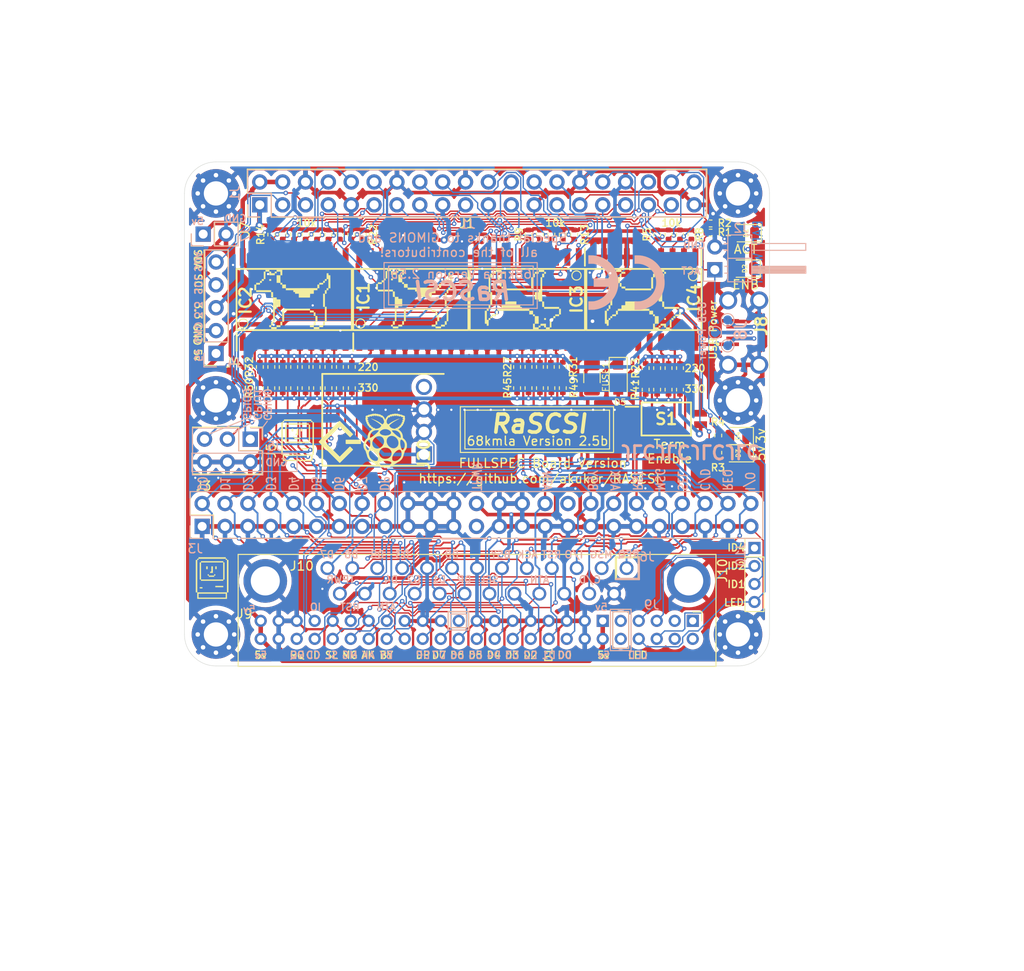
<source format=kicad_pcb>
(kicad_pcb (version 20211014) (generator pcbnew)
  (layers (0 "F.Cu" signal "Top") (31 "B.Cu" signal "Bottom") (34 "B.Paste" user) (35 "F.Paste" user) (36 "B.SilkS" user "B.Silkscreen") (37 "F.SilkS" user "F.Silkscreen") (38 "B.Mask" user) (39 "F.Mask" user) (44 "Edge.Cuts" user))
  (net 0 "")
  (net 1 "GND")
  (net 2 "+3V3")
  (net 3 "+5V")
  (net 4 "C-REQ")
  (net 5 "C-MSG")
  (net 6 "C-BSY")
  (net 7 "C-SEL")
  (net 8 "C-RST")
  (net 9 "C-ACK")
  (net 10 "C-ATN")
  (net 11 "C-DP")
  (net 12 "C-D0")
  (net 13 "C-D1")
  (net 14 "C-D2")
  (net 15 "C-D3")
  (net 16 "C-D4")
  (net 17 "C-D5")
  (net 18 "C-D6")
  (net 19 "C-D7")
  (net 20 "C-I_O")
  (net 21 "C-C_D")
  (net 22 "TERMPOW")
  (net 23 "PI-D7")
  (net 24 "PI-D6")
  (net 25 "PI-D5")
  (net 26 "PI-D4")
  (net 27 "PI-D3")
  (net 28 "PI-D2")
  (net 29 "PI-D1")
  (net 30 "PI-D0")
  (net 31 "PI-DP")
  (net 32 "PI-BSY")
  (net 33 "PI-MSG")
  (net 34 "PI-C_D")
  (net 35 "PI-REQ")
  (net 36 "PI-I_O")
  (net 37 "PI-ATN")
  (net 38 "PI-ACK")
  (net 39 "PI-RST")
  (net 40 "PI-SEL")
  (net 41 "Net-(D2-Pad2)")
  (net 42 "Net-(D3-Pad2)")
  (net 43 "Net-(D4-Pad2)")
  (net 44 "DBG_LED")
  (net 45 "PI_SCL")
  (net 46 "PI_SDA")
  (net 47 "/TERM_GND")
  (net 48 "/TERM_5v")
  (net 49 "PI-IND")
  (net 50 "PI-TAD")
  (net 51 "PI-DTD")
  (net 52 "Net-(D5-Pad1)")
  (net 53 "PI_GPIO1")
  (net 54 "PI_GPIO0")
  (net 55 "PI_GPIO9")
  (net 56 "USB_Pin_4")
  (net 57 "USB_Pin_3")
  (net 58 "USB_Pin_2")
  (net 59 "PB_LED_Pin")
  (net 60 "PB_SCSIID_4")
  (net 61 "PB_SCSIID_2")
  (net 62 "PB_SCSIID_1")
  (net 73 "Net-(D1-Pad2)")
  (footprint "LED_SMD:LED_0805_2012Metric" (layer "F.Cu") (at 236.0295 74.8665 180)
    (fp_text reference "D3")
    (fp_text value "Green")
  )
  (footprint "LED_SMD:LED_0805_2012Metric" (layer "F.Cu") (at 236.9035 50.419 180)
    (fp_text reference "D1")
    (fp_text value "Green")
  )
  (footprint "LED_SMD:LED_0805_2012Metric" (layer "F.Cu") (at 236.7915 54.356 180)
    (fp_text reference "D2")
    (fp_text value "Green")
  )
  (footprint "MountingHole:MountingHole_2.7mm_M2.5_Pad_Via" (layer "F.Cu") (at 178 46)
    (fp_text reference "H1" hide)
    (fp_text value "Hole1" hide)
  )
  (footprint "MountingHole:MountingHole_2.7mm_M2.5_Pad_Via" (layer "F.Cu") (at 178 69)
    (fp_text reference "H3" hide)
    (fp_text value "Hole3" hide)
  )
  (footprint "MountingHole:MountingHole_2.7mm_M2.5_Pad_Via" (layer "F.Cu") (at 178 95)
    (fp_text reference "H5" hide)
    (fp_text value "Hole4")
  )
  (footprint "Connector_PinSocket_2.54mm:PinSocket_1x05_P2.54mm_Vertical" (layer "F.Cu") (at 178.01 63.78 180)
    (fp_text reference "J4")
    (fp_text value "I2C Pinout")
  )
  (footprint "MountingHole:MountingHole_2.7mm_M2.5_Pad_Via" (layer "F.Cu") (at 236 69)
    (fp_text reference "H4" hide)
    (fp_text value "Hole5" hide)
  )
  (footprint "MountingHole:MountingHole_2.7mm_M2.5_Pad_Via" (layer "F.Cu") (at 236 95)
    (fp_text reference "H6" hide)
    (fp_text value "Hole6")
  )
  (footprint "MountingHole:MountingHole_2.7mm_M2.5_Pad_Via" (layer "F.Cu") (at 236 46)
    (fp_text reference "H2" hide)
    (fp_text value "Hole2" hide)
  )
  (footprint "Resistor_SMD:R_0402_1005Metric" (layer "F.Cu") (at 216.535 65.278 -90)
    (fp_text reference "R31")
    (fp_text value "220")
  )
  (footprint "Fuse:Fuse_1206_3216Metric" (layer "F.Cu") (at 219.7735 66.424 90)
    (fp_text reference "FUSE1")
    (fp_text value "1A")
  )
  (footprint "SamacSys_Parts:SOIC127P1030X265-20N" (layer "F.Cu") (at 199.644 57.785 90)
    (fp_text reference "IC1")
    (fp_text value "SN74LS641-1DW" hide)
  )
  (footprint "SamacSys_Parts:SOIC127P1030X265-20N" (layer "F.Cu") (at 212.598 57.785 -90)
    (fp_text reference "IC3")
    (fp_text value "SN74LS641-1DW" hide)
  )
  (footprint "Resistor_SMD:R_0402_1005Metric" (layer "F.Cu") (at 232.9585 49.3395)
    (fp_text reference "R2")
    (fp_text value "2k")
  )
  (footprint "Resistor_SMD:R_0402_1005Metric" (layer "F.Cu") (at 233.807 74.803 -90)
    (fp_text reference "R3")
    (fp_text value "5.1k")
  )
  (footprint "Resistor_SMD:R_0402_1005Metric" (layer "F.Cu") (at 227.0125 50.569 -90)
    (fp_text reference "R5")
    (fp_text value "10k")
  )
  (footprint "Resistor_SMD:R_0402_1005Metric" (layer "F.Cu") (at 228.2825 50.569 -90)
    (fp_text reference "R6" hide)
    (fp_text value "10k")
  )
  (footprint "Resistor_SMD:R_0402_1005Metric" (layer "F.Cu") (at 229.5525 50.569 -90)
    (fp_text reference "R7" hide)
    (fp_text value "10k")
  )
  (footprint "Resistor_SMD:R_0402_1005Metric" (layer "F.Cu") (at 212.725 50.569 -90)
    (fp_text reference "R9")
    (fp_text value "10k")
  )
  (footprint "Resistor_SMD:R_0402_1005Metric" (layer "F.Cu") (at 215.265 50.569 -90)
    (fp_text reference "R11" hide)
    (fp_text value "10k")
  )
  (footprint "Resistor_SMD:R_0402_1005Metric" (layer "F.Cu") (at 216.535 50.569 -90)
    (fp_text reference "R12" hide)
    (fp_text value "10k")
  )
  (footprint "Resistor_SMD:R_0402_1005Metric" (layer "F.Cu") (at 217.805 50.569 -90)
    (fp_text reference "R13")
    (fp_text value "10k")
  )
  (footprint "Resistor_SMD:R_0402_1005Metric" (layer "F.Cu") (at 185.42 50.569 -90)
    (fp_text reference "R15" hide)
    (fp_text value "10k")
  )
  (footprint "Resistor_SMD:R_0402_1005Metric" (layer "F.Cu") (at 186.69 50.569 -90)
    (fp_text reference "R16" hide)
    (fp_text value "10k")
  )
  (footprint "Resistor_SMD:R_0402_1005Metric" (layer "F.Cu") (at 190.5 50.569 -90)
    (fp_text reference "R19" hide)
    (fp_text value "10k")
  )
  (footprint "Resistor_SMD:R_0402_1005Metric" (layer "F.Cu") (at 191.77 50.569 -90)
    (fp_text reference "R20" hide)
    (fp_text value "10k")
  )
  (footprint "Resistor_SMD:R_0402_1005Metric" (layer "F.Cu") (at 193.04 50.569 -90)
    (fp_text reference "R21" hide)
    (fp_text value "10k")
  )
  (footprint "Resistor_SMD:R_0402_1005Metric" (layer "F.Cu") (at 194.31 50.569 -90)
    (fp_text reference "R22")
    (fp_text value "10k")
  )
  (footprint "Resistor_SMD:R_0402_1005Metric" (layer "F.Cu") (at 225.7425 65.405 -90)
    (fp_text reference "R23")
    (fp_text value "220")
  )
  (footprint "Resistor_SMD:R_0402_1005Metric" (layer "F.Cu") (at 227.0125 65.405 -90)
    (fp_text reference "R24" hide)
    (fp_text value "220")
  )
  (footprint "Resistor_SMD:R_0402_1005Metric" (layer "F.Cu") (at 228.2825 65.405 -90)
    (fp_text reference "R25" hide)
    (fp_text value "220")
  )
  (footprint "Resistor_SMD:R_0402_1005Metric" (layer "F.Cu") (at 229.5525 65.405 -90)
    (fp_text reference "R26" hide)
    (fp_text value "220")
  )
  (footprint "Resistor_SMD:R_0402_1005Metric" (layer "F.Cu") (at 211.455 65.278 -90)
    (fp_text reference "R27")
    (fp_text value "220")
  )
  (footprint "Resistor_SMD:R_0402_1005Metric" (layer "F.Cu") (at 212.725 65.278 -90)
    (fp_text reference "R28" hide)
    (fp_text value "220")
  )
  (footprint "Resistor_SMD:R_0402_1005Metric" (layer "F.Cu") (at 213.995 65.278 -90)
    (fp_text reference "R29" hide)
    (fp_text value "220")
  )
  (footprint "Resistor_SMD:R_0402_1005Metric" (layer "F.Cu") (at 215.2015 65.278 -90)
    (fp_text reference "R30" hide)
    (fp_text value "220")
  )
  (footprint "Resistor_SMD:R_0402_1005Metric" (layer "F.Cu") (at 185.42 65.278 -90)
    (fp_text reference "R34" hide)
    (fp_text value "220")
  )
  (footprint "Resistor_SMD:R_0402_1005Metric" (layer "F.Cu") (at 186.69 65.278 -90)
    (fp_text reference "R35" hide)
    (fp_text value "220")
  )
  (footprint "Resistor_SMD:R_0402_1005Metric" (layer "F.Cu") (at 187.96 65.278 -90)
    (fp_text reference "R36" hide)
    (fp_text value "220")
  )
  (footprint "Resistor_SMD:R_0402_1005Metric" (layer "F.Cu") (at 189.1665 65.278 -90)
    (fp_text reference "R37" hide)
    (fp_text value "220")
  )
  (footprint "Resistor_SMD:R_0402_1005Metric" (layer "F.Cu") (at 190.5 65.278 -90)
    (fp_text reference "R38" hide)
    (fp_text value "220")
  )
  (footprint "Resistor_SMD:R_0402_1005Metric" (layer "F.Cu") (at 191.77 65.278 -90)
    (fp_text reference "R39" hide)
    (fp_text value "220")
  )
  (footprint "Resistor_SMD:R_0402_1005Metric" (layer "F.Cu") (at 193.0975 65.278 -90)
    (fp_text reference "R40" hide)
    (fp_text value "220")
  )
  (footprint "Resistor_SMD:R_0402_1005Metric" (layer "F.Cu") (at 225.7425 67.802501 90)
    (fp_text reference "R41")
    (fp_text value "330")
  )
  (footprint "Resistor_SMD:R_0402_1005Metric" (layer "F.Cu") (at 227.0125 67.802501 90)
    (fp_text reference "R42" hide)
    (fp_text value "330")
  )
  (footprint "Resistor_SMD:R_0402_1005Metric" (layer "F.Cu") (at 228.2825 67.802501 90)
    (fp_text reference "R43" hide)
    (fp_text value "330")
  )
  (footprint "Resistor_SMD:R_0402_1005Metric" (layer "F.Cu") (at 229.5525 67.802501 90)
    (fp_text reference "R44" hide)
    (fp_text value "330")
  )
  (footprint "Resistor_SMD:R_0402_1005Metric" (layer "F.Cu") (at 211.455 67.6275 90)
    (fp_text reference "R45")
    (fp_text value "330")
  )
  (footprint "Resistor_SMD:R_0402_1005Metric" (layer "F.Cu") (at 212.725 67.6275 90)
    (fp_text reference "R46" hide)
    (fp_text value "330")
  )
  (footprint "Resistor_SMD:R_0402_1005Metric" (layer "F.Cu") (at 213.995 67.6275 90)
    (fp_text reference "R47" hide)
    (fp_text value "330")
  )
  (footprint "Resistor_SMD:R_0402_1005Metric" (layer "F.Cu") (at 215.265 67.6275 90)
    (fp_text reference "R48" hide)
    (fp_text value "330")
  )
  (footprint "Resistor_SMD:R_0402_1005Metric" (layer "F.Cu") (at 216.535 67.6275 90)
    (fp_text reference "R49")
    (fp_text value "330")
  )
  (footprint "Resistor_SMD:R_0402_1005Metric" (layer "F.Cu") (at 182.88 67.6275 90)
    (fp_text reference "R50")
    (fp_text value "330")
  )
  (footprint "Resistor_SMD:R_0402_1005Metric" (layer "F.Cu") (at 184.15 67.6275 90)
    (fp_text reference "R51" hide)
    (fp_text value "330")
  )
  (footprint "Resistor_SMD:R_0402_1005Metric" (layer "F.Cu") (at 185.42 67.6275 90)
    (fp_text reference "R52" hide)
    (fp_text value "330")
  )
  (footprint "Resistor_SMD:R_0402_1005Metric" (layer "F.Cu") (at 186.69 67.6275 90)
    (fp_text reference "R53" hide)
    (fp_text value "330")
  )
  (footprint "Resistor_SMD:R_0402_1005Metric" (layer "F.Cu") (at 187.96 67.6275 90)
    (fp_text reference "R54" hide)
    (fp_text value "330")
  )
  (footprint "Resistor_SMD:R_0402_1005Metric" (layer "F.Cu") (at 189.23 67.6275 90)
    (fp_text reference "R55" hide)
    (fp_text value "330")
  )
  (footprint "Resistor_SMD:R_0402_1005Metric" (layer "F.Cu") (at 190.5 67.6275 90)
    (fp_text reference "R56" hide)
    (fp_text value "330")
  )
  (footprint "Resistor_SMD:R_0402_1005Metric" (layer "F.Cu") (at 191.77 67.6275 90)
    (fp_text reference "R57" hide)
    (fp_text value "330")
  )
  (footprint "Resistor_SMD:R_0402_1005Metric" (layer "F.Cu") (at 193.0975 67.6275 90)
    (fp_text reference "R58" hide)
    (fp_text value "330")
  )
  (footprint "SamacSys_Parts:dogcow" (layer "F.Cu") (at 186.4995 57.785)
    (fp_text reference "X2" hide)
    (fp_text value "Dogcow" hide)
  )
  (footprint "SamacSys_Parts:dogcow" (layer "F.Cu") (at 225.425 57.785 180)
    (fp_text reference "X4" hide)
    (fp_text value "Dogcow" hide)
  )
  (footprint "SamacSys_Parts:dogcow" (layer "F.Cu") (at 212.09 57.785 180)
    (fp_text reference "X5" hide)
    (fp_text value "Dogcow" hide)
  )
  (footprint "SamacSys_Parts:dogcow" (layer "F.Cu") (at 200.025 57.7215)
    (fp_text reference "X6" hide)
    (fp_text value "Dogcow" hide)
  )
  (footprint "SamacSys_Parts:pi_logo" (layer "F.Cu") (at 196.81 73.5)
    (fp_text reference "X7" hide)
    (fp_text value "Pi" hide)
  )
  (footprint "Resistor_SMD:R_0402_1005Metric" (layer "F.Cu") (at 189.23 50.569 -90)
    (fp_text reference "R18" hide)
    (fp_text value "10k")
  )
  (footprint "Resistor_SMD:R_0402_1005Metric" (layer "F.Cu") (at 184.15 50.569 -90)
    (fp_text reference "R14")
    (fp_text value "10k")
  )
  (footprint "Resistor_SMD:R_0402_1005Metric" (layer "F.Cu") (at 187.96 50.569 -90)
    (fp_text reference "R17" hide)
    (fp_text value "10k")
  )
  (footprint "Resistor_SMD:R_0402_1005Metric" (layer "F.Cu") (at 182.88 65.278 -90)
    (fp_text reference "R32")
    (fp_text value "220")
  )
  (footprint "Resistor_SMD:R_0402_1005Metric" (layer "F.Cu") (at 184.15 65.278 -90)
    (fp_text reference "R33" hide)
    (fp_text value "220")
  )
  (footprint "SamacSys_Parts:SOIC127P1030X265-20N" (layer "F.Cu") (at 225.552 57.785 -90)
    (fp_text reference "IC4")
    (fp_text value "SN74LS641-1DW" hide)
  )
  (footprint "Resistor_SMD:R_0402_1005Metric" (layer "F.Cu") (at 233.807 72.898 -90)
    (fp_text reference "R4")
    (fp_text value "2k")
  )
  (footprint "rascsi_din:SOIC127P812X230-4N" (layer "F.Cu") (at 228.0285 71.0565)
    (fp_text reference "S1")
    (fp_text value "Switch x2" hide)
  )
  (footprint "SamacSys_Parts:mac_happy_small" (layer "F.Cu") (at 187.11 73.4)
    (fp_text reference "X3" hide)
    (fp_text value "Mac" hide)
  )
  (footprint "Diode_SMD:D_SOD-123F" (layer "F.Cu") (at 222.6945 66.42 -90)
    (fp_text reference "D5")
    (fp_text value "SM4007PL")
  )
  (footprint "SamacSys_Parts:SOIC127P1030X265-20N" (layer "F.Cu") (at 186.69 57.785 90)
    (fp_text reference "IC2")
    (fp_text value "SN74LS641-1DW" hide)
  )
  (footprint "SamacSys_Parts:scsi_logo" (layer "F.Cu") (at 191.61 73.6)
    (fp_text reference "X8" hide)
    (fp_text value "Pi" hide)
  )
  (footprint "Connector_PinHeader_2.54mm:PinHeader_1x02_P2.54mm_Vertical" (layer "F.Cu") (at 176.58 50.52 90)
    (fp_text reference "J7")
    (fp_text value "DNP")
  )
  (footprint "LED_SMD:LED_0805_2012Metric" (layer "F.Cu") (at 236.0295 72.9615 180)
    (fp_text reference "D4")
    (fp_text value "Green")
  )
  (footprint "Resistor_SMD:R_0402_1005Metric" (layer "F.Cu") (at 232.9585 50.3555)
    (fp_text reference "R1")
    (fp_text value "2k")
  )
  (footprint "SamacSys_Parts:mac_happy_small" (layer "F.Cu") (at 177.6095 88.7095)
    (fp_text reference "X1" hide)
    (fp_text value "Mac" hide)
  )
  (footprint "SamacSys_Parts:U254051N4BH806" (layer "F.Cu") (at 237.39 61.46 90)
    (fp_text reference "J8")
    (fp_text value "USB_B_Micro" hide)
  )
  (footprint "Connector_PinHeader_2.54mm:PinHeader_2x25_P2.54mm_Vertical" (layer "F.Cu") (at 176.4665 82.9945 90)
    (fp_text reference "J3")
    (fp_text value "Conn_02x25_Odd_Even")
  )
  (footprint "Connector_PinHeader_2.00mm:PinHeader_2x25_P2.00mm_Horizontal" (layer "F.Cu") (at 230.972 93.488 -90)
    (fp_text reference "J9" hide)
    (fp_text value "Conn_02x25_Odd_Even")
  )
  (footprint "Resistor_SMD:R_0402_1005Metric" (layer "F.Cu") (at 230.8225 50.569 -90)
    (fp_text reference "R8")
    (fp_text value "10k")
  )
  (footprint "Resistor_SMD:R_0402_1005Metric" (layer "F.Cu") (at 213.995 50.569 -90)
    (fp_text reference "R10" hide)
    (fp_text value "10k")
  )
  (footprint "Connector_PinHeader_2.00mm:PinHeader_1x04_P2.00mm_Vertical" (layer "F.Cu") (at 237.83 85.392)
    (fp_text reference "J10" hide)
    (fp_text value "Conn_01x04_Male")
  )
  (footprint "Connector_PinHeader_2.54mm:PinHeader_2x03_P2.54mm_Vertical" (layer "F.Cu") (at 181.81 73.3 -90)
    (fp_text reference "J5")
    (fp_text value "DNP")
  )
  (footprint "SamacSys_Parts:SHDRRA4W69P0X250_1X4_1000X1350X670P" (layer "F.Cu") (at 201.11 75 90)
    (fp_text reference "J20")
    (fp_text value "171826-4" hide)
  )
  (footprint "Connector_PinSocket_2.54mm:PinSocket_2x20_P2.54mm_Vertical" (layer "B.Cu") (at 182.87 47.27 -90)
    (fp_text reference "J1")
    (fp_text value "Raspberry_Pi_2_3")
  )
  (footprint "SamacSys_Parts:L717SDB25PA4CH4F" (layer "B.Cu") (at 223.6216 87.63 180)
    (fp_text reference "J6")
    (fp_text value "CONNFLY DB-25" hide)
  )
  (footprint "Connector_PinHeader_2.54mm:PinHeader_1x02_P2.54mm_Horizontal" (layer "B.Cu") (at 233.426 54.483)
    (fp_text reference "J2")
    (fp_text value "DNP")
  )
  (footprint "TestPoint:TestPoint_Pad_D1.0mm" (layer "B.Cu") (at 233.46 61.46 90)
    (fp_text reference "TP2" hide)
    (fp_text value "TestPoint" hide)
  )
  (footprint "TestPoint:TestPoint_Pad_D1.0mm" (layer "B.Cu") (at 234.85 62.91 90)
    (fp_text reference "TP3" hide)
    (fp_text value "TestPoint")
  )
  (footprint "TestPoint:TestPoint_Pad_D1.0mm" (layer "B.Cu") (at 234.85 60.05 90)
    (fp_text reference "TP1" hide)
    (fp_text value "TestPoint")
  )
  (footprint "Symbol:CE-Logo_8.5x6mm_SilkScreen" (layer "B.Cu") (at 223.61 55.9 180)
    (fp_text reference "REF**" hide)
    (fp_text value "CE-Logo_8.5x6mm_SilkScreen" hide)
  )
  (gr_line (start 175.3235 76.8985) (end 175.3235 76.7715) (layer "B.SilkS") (width 0.12))
  (gr_line (start 238.76 84.328) (end 177.673 84.328) (layer "B.SilkS") (width 0.12))
  (gr_line (start 225.044 88.9) (end 225.044 86.36) (layer "B.SilkS") (width 0.12))
  (gr_line (start 222.377 88.9) (end 225.044 88.9) (layer "B.SilkS") (width 0.12))
  (gr_line (start 224.917 88.773) (end 224.917 86.487) (layer "B.SilkS") (width 0.12))
  (gr_line (start 222.504 88.773) (end 224.917 88.773) (layer "B.SilkS") (width 0.12))
  (gr_line (start 196.6745 53.687) (end 196.6745 58.767) (layer "B.SilkS") (width 0.12))
  (gr_line (start 197.1825 54.068) (end 197.1825 54.322) (layer "B.SilkS") (width 0.12))
  (gr_line (start 213.6925 58.767) (end 196.6745 58.767) (layer "B.SilkS") (width 0.12))
  (gr_line (start 213.248 54.068) (end 213.248 58.386) (layer "B.SilkS") (width 0.12))
  (gr_line (start 197.1825 58.386) (end 197.1825 54.1315) (layer "B.SilkS") (width 0.12))
  (gr_line (start 213.248 58.386) (end 197.1825 58.386) (layer "B.SilkS") (width 0.12))
  (gr_line (start 197.246 54.068) (end 197.1825 54.068) (layer "B.SilkS") (width 0.12))
  (gr_line (start 197.246 54.068) (end 213.248 54.068) (layer "B.SilkS") (width 0.12))
  (gr_line (start 213.629 53.687) (end 196.6745 53.687) (layer "B.SilkS") (width 0.12))
  (gr_line (start 213.6925 58.767) (end 213.6925 53.687) (layer "B.SilkS") (width 0.12))
  (gr_line (start 222.082 96.536) (end 222.082 92.472) (layer "B.SilkS") (width 0.12))
  (gr_line (start 221.828 92.218) (end 224.114 92.218) (layer "B.SilkS") (width 0.12))
  (gr_line (start 204.048 94.25) (end 204.048 92.726) (layer "B.SilkS") (width 0.12))
  (gr_line (start 203.794 94.504) (end 203.794 92.472) (layer "B.SilkS") (width 0.12))
  (gr_line (start 205.826 92.726) (end 205.826 94.25) (layer "B.SilkS") (width 0.12))
  (gr_line (start 183.1975 73.406) (end 183.1975 72.0725) (layer "B.SilkS") (width 0.12))
  (gr_line (start 224.114 92.218) (end 224.114 96.79) (layer "B.SilkS") (width 0.12))
  (gr_line (start 222.082 92.472) (end 223.86 92.472) (layer "B.SilkS") (width 0.12))
  (gr_line (start 175.3235 76.7715) (end 175.3235 74.8665) (layer "B.SilkS") (width 0.12))
  (gr_line (start 203.937 57.954) (end 204.064 57.954) (layer "B.SilkS") (width 0.12))
  (gr_line (start 175.387 72.0725) (end 180.5305 72.0725) (layer "B.SilkS") (width 0.12))
  (gr_line (start 176.5935 51.816) (end 175.26 51.816) (layer "B.SilkS") (width 0.12))
  (gr_line (start 183.1975 74.6125) (end 183.1975 77.2795) (layer "B.SilkS") (width 0.12))
  (gr_line (start 175.133 81.788) (end 175.133 79.121) (layer "B.SilkS") (width 0.12))
  (gr_line (start 175.133 82.931) (end 175.133 84.328) (layer "B.SilkS") (width 0.12))
  (gr_line (start 223.86 92.472) (end 223.86 96.536) (layer "B.SilkS") (width 0.12))
  (gr_line (start 205.826 94.25) (end 204.048 94.25) (layer "B.SilkS") (width 0.12))
  (gr_line (start 183.7055 71.3105) (end 183.134 72.0725) (layer "B.SilkS") (width 0.12))
  (gr_line (start 180.5305 72.0725) (end 180.5305 74.6125) (layer "B.SilkS") (width 0.12))
  (gr_line (start 176.784 62.484) (end 179.3875 62.484) (layer "B.SilkS") (width 0.12))
  (gr_line (start 180.467 49.2125) (end 177.8 49.2125) (layer "B.SilkS") (width 0.12))
  (gr_line (start 238.76 79.121) (end 238.76 84.328) (layer "B.SilkS") (width 0.12))
  (gr_line (start 206.08 94.504) (end 203.794 94.504) (layer "B.SilkS") (width 0.12))
  (gr_line (start 203.794 92.472) (end 206.08 92.472) (layer "B.SilkS") (width 0.12))
  (gr_line (start 180.467 51.816) (end 180.467 49.2125) (layer "B.SilkS") (width 0.12))
  (gr_line (start 221.828 96.79) (end 221.828 92.218) (layer "B.SilkS") (width 0.12))
  (gr_line (start 177.8635 51.816) (end 180.467 51.816) (layer "B.SilkS") (width 0.12))
  (gr_line (start 175.26 51.816) (end 175.26 50.4825) (layer "B.SilkS") (width 0.12))
  (gr_line (start 223.86 96.536) (end 222.082 96.536) (layer "B.SilkS") (width 0.12))
  (gr_line (start 175.133 84.328) (end 176.53 84.328) (layer "B.SilkS") (width 0.12))
  (gr_line (start 177.673 84.328) (end 177.673 81.788) (layer "B.SilkS") (width 0.12))
  (gr_line (start 179.3875 62.484) (end 179.3875 52.2605) (layer "B.SilkS") (width 0.12))
  (gr_line (start 179.3875 52.2605) (end 176.784 52.2605) (layer "B.SilkS") (width 0.12))
  (gr_line (start 175.133 79.121) (end 238.76 79.121) (layer "B.SilkS") (width 0.12))
  (gr_line (start 183.1975 77.2795) (end 175.387 77.2795) (layer "B.SilkS") (width 0.12))
  (gr_line (start 224.114 96.79) (end 221.828 96.79) (layer "B.SilkS") (width 0.12))
  (gr_line (start 187.0075 74.8665) (end 187.0075 76.8985) (layer "B.SilkS") (width 0.12))
  (gr_line (start 177.673 81.788) (end 175.133 81.788) (layer "B.SilkS") (width 0.12))
  (gr_line (start 187.0075 76.8985) (end 175.3235 76.8985) (layer "B.SilkS") (width 0.12))
  (gr_line (start 175.387 77.2795) (end 175.387 72.0725) (layer "B.SilkS") (width 0.12))
  (gr_line (start 176.657 63.754) (end 176.657 65.278) (layer "B.SilkS") (width 0.12))
  (gr_line (start 176.657 65.278) (end 178.054 65.278) (layer "B.SilkS") (width 0.12))
  (gr_line (start 183.1975 72.0725) (end 181.864 72.0725) (layer "B.SilkS") (width 0.12))
  (gr_line (start 176.784 52.2605) (end 176.784 62.484) (layer "B.SilkS") (width 0.12))
  (gr_line (start 181.0385 71.1835) (end 177.292 72.7075) (layer "B.SilkS") (width 0.12))
  (gr_line (start 175.3235 74.8665) (end 187.0075 74.8665) (layer "B.SilkS") (width 0.12))
  (gr_line (start 206.08 92.472) (end 206.08 94.504) (layer "B.SilkS") (width 0.12))
  (gr_line (start 177.8 49.2125) (end 177.8 51.816) (layer "B.SilkS") (width 0.12))
  (gr_line (start 180.5305 74.6125) (end 183.1975 74.6125) (layer "B.SilkS") (width 0.12))
  (gr_line (start 204.048 92.726) (end 205.826 92.726) (layer "B.SilkS") (width 0.12))
  (gr_line (start 182.3085 71.247) (end 179.959 72.5805) (layer "B.SilkS") (width 0.12))
  (gr_circle (center 181.0385 60.452) (end 181.483 60.198) (layer "F.SilkS") (width 0.12) (fill none))
  (gr_line (start 221.726 74.398) (end 221.726 70.08) (layer "F.SilkS") (width 0.12))
  (gr_line (start 222.1705 69.699) (end 222.1705 74.779) (layer "F.SilkS") (width 0.12))
  (gr_line (start 205.1525 74.779) (end 205.1525 69.699) (layer "F.SilkS") (width 0.12))
  (gr_line (start 222.377 88.9) (end 222.377 86.36) (layer "F.SilkS") (width 0.12))
  (gr_line (start 184.15 45.974) (end 181.483 45.974) (layer "F.SilkS") (width 0.12))
  (gr_circle (center 231.013 55.1815) (end 231.4575 54.9275) (layer "F.SilkS") (width 0.12) (fill none))
  (gr_line (start 203.794 94.504) (end 203.794 92.472) (layer "F.SilkS") (width 0.12))
  (gr_line (start 204.048 94.25) (end 204.048 92.726) (layer "F.SilkS") (width 0.12))
  (gr_line (start 222.082 96.536) (end 222.082 92.472) (layer "F.SilkS") (width 0.12))
  (gr_line (start 221.828 96.79) (end 221.828 92.218) (layer "F.SilkS") (width 0.12))
  (gr_line (start 222.107 74.779) (end 205.1525 74.779) (layer "F.SilkS") (width 0.12))
  (gr_line (start 204.048 92.726) (end 205.826 92.726) (layer "F.SilkS") (width 0.12))
  (gr_line (start 222.1705 69.699) (end 205.1525 69.699) (layer "F.SilkS") (width 0.12))
  (gr_line (start 224.114 92.218) (end 224.114 96.79) (layer "F.SilkS") (width 0.12))
  (gr_line (start 205.826 94.25) (end 204.048 94.25) (layer "F.SilkS") (width 0.12))
  (gr_line (start 221.726 70.08) (end 205.6605 70.08) (layer "F.SilkS") (width 0.12))
  (gr_line (start 223.86 96.536) (end 222.082 96.536) (layer "F.SilkS") (width 0.12))
  (gr_line (start 222.082 92.472) (end 223.86 92.472) (layer "F.SilkS") (width 0.12))
  (gr_line (start 182.88 48.641) (end 181.483 48.641) (layer "F.SilkS") (width 0.12))
  (gr_line (start 206.08 94.504) (end 203.794 94.504) (layer "F.SilkS") (width 0.12))
  (gr_line (start 224.114 96.79) (end 221.828 96.79) (layer "F.SilkS") (width 0.12))
  (gr_circle (center 218.059 55.118) (end 218.5035 54.864) (layer "F.SilkS") (width 0.12) (fill none))
  (gr_line (start 224.917 88.773) (end 222.504 88.773) (layer "F.SilkS") (width 0.12))
  (gr_line (start 232.537 48.641) (end 184.15 48.641) (layer "F.SilkS") (width 0.12))
  (gr_line (start 222.504 88.773) (end 222.504 86.487) (layer "F.SilkS") (width 0.12))
  (gr_line (start 224.917 86.487) (end 224.917 88.773) (layer "F.SilkS") (width 0.12))
  (gr_line (start 222.504 86.487) (end 224.917 86.487) (layer "F.SilkS") (width 0.12))
  (gr_line (start 203.794 92.472) (end 206.08 92.472) (layer "F.SilkS") (width 0.12))
  (gr_line (start 233.553 86.106) (end 180.467 86.106) (layer "F.SilkS") (width 0.12))
  (gr_line (start 206.08 92.472) (end 206.08 94.504) (layer "F.SilkS") (width 0.12))
  (gr_line (start 180.467 98.552) (end 233.553 98.552) (layer "F.SilkS") (width 0.12))
  (gr_line (start 181.483 43.307) (end 232.537 43.307) (layer "F.SilkS") (width 0.12))
  (gr_line (start 225.044 86.36) (end 225.044 88.9) (layer "F.SilkS") (width 0.12))
  (gr_line (start 181.483 48.641) (end 181.483 47.244) (layer "F.SilkS") (width 0.12))
  (gr_line (start 184.15 48.641) (end 184.15 45.974) (layer "F.SilkS") (width 0.12))
  (gr_line (start 222.377 86.36) (end 225.044 86.36) (layer "F.SilkS") (width 0.12))
  (gr_line (start 232.537 43.307) (end 232.537 48.641) (layer "F.SilkS") (width 0.12))
  (gr_line (start 205.6605 74.398) (end 205.6605 74.144) (layer "F.SilkS") (width 0.12))
  (gr_line (start 205.724 74.398) (end 221.726 74.398) (layer "F.SilkS") (width 0.12))
  (gr_line (start 225.044 88.9) (end 222.377 88.9) (layer "F.SilkS") (width 0.12))
  (gr_line (start 205.826 92.726) (end 205.826 94.25) (layer "F.SilkS") (width 0.12))
  (gr_line (start 205.6605 70.08) (end 205.6605 74.3345) (layer "F.SilkS") (width 0.12))
  (gr_line (start 223.86 92.472) (end 223.86 96.536) (layer "F.SilkS") (width 0.12))
  (gr_line (start 233.553 98.552) (end 233.553 86.106) (layer "F.SilkS") (width 0.12))
  (gr_line (start 180.467 86.106) (end 180.467 98.552) (layer "F.SilkS") (width 0.12))
  (gr_line (start 181.483 45.974) (end 181.483 43.307) (layer "F.SilkS") (width 0.12))
  (gr_line (start 205.724 74.398) (end 205.6605 74.398) (layer "F.SilkS") (width 0.12))
  (gr_circle (center 194.056 60.452) (end 194.5005 60.198) (layer "F.SilkS") (width 0.12) (fill none))
  (gr_line (start 221.828 92.218) (end 224.114 92.218) (layer "F.SilkS") (width 0.12))
  (gr_line (start 178 42.5) (end 236 42.5) (layer "Edge.Cuts") (width 0.05))
  (gr_line (start 178 98.496) (end 236 98.496) (layer "Edge.Cuts") (width 0.05))
  (gr_arc (start 239.5 94.996) (mid 238.474874 97.470874) (end 236 98.496) (layer "Edge.Cuts") (width 0.05))
  (gr_line (start 174.5 46) (end 174.5 94.996) (layer "Edge.Cuts") (width 0.05))
  (gr_arc (start 236 42.5) (mid 238.474874 43.525126) (end 239.5 46) (layer "Edge.Cuts") (width 0.05))
  (gr_arc (start 174.5 46) (mid 175.525126 43.525126) (end 178 42.5) (layer "Edge.Cuts") (width 0.05))
  (gr_arc (start 178 98.496) (mid 175.525126 97.470874) (end 174.5 94.996) (layer "Edge.Cuts") (width 0.05))
  (gr_line (start 239.5 46) (end 239.5 94.996) (layer "Edge.Cuts") (width 0.05))
  (gr_text "BAD WOLF" (at 238.21 52.7 90) (layer "B.Cu") (effects (font (size 1 1)) (justify mirror)))
  (gr_text "GND\n" (at 180.172 48.784) (layer "B.SilkS") (effects (font (size 0.8 0.8)) (justify mirror)))
  (gr_text "5v" (at 175.9585 49.0855) (layer "B.SilkS") (effects (font (size 0.8 0.8)) (justify mirror)))
  (gr_text "SDA" (at 176.022 53.594 270) (layer "B.SilkS") (effects (font (size 0.8 0.8)) (justify mirror)))
  (gr_text "SCL" (at 176.022 56.134 270) (layer "B.SilkS") (effects (font (size 0.8 0.8)) (justify mirror)))
  (gr_text "3.3" (at 176.022 58.928 270) (layer "B.SilkS") (effects (font (size 0.8 0.8)) (justify mirror)))
  (gr_text "GND\n" (at 176.022 61.468 270) (layer "B.SilkS") (effects (font (size 0.8 0.8)) (justify mirror)))
  (gr_text "5v" (at 176.022 64.008 270) (layer "B.SilkS") (effects (font (size 0.8 0.8)) (justify mirror)))
  (gr_text "GPIO9" (at 181.4195 69.4055 270) (layer "B.SilkS") (effects (font (size 0.8 0.8)) (justify mirror)))
  (gr_text "GND" (at 184.7215 75.8825) (layer "B.SilkS") (effects (font (size 0.8 0.8)) (justify mirror)))
  (gr_text "ACT" (at 230.759 54.61) (layer "B.SilkS") (effects (font (size 0.8 0.8)) (justify mirror)))
  (gr_text "USB Power" (at 232.03 61.28 90) (layer "B.SilkS") (effects (font (size 0.8 0.8)) (justify mirror)))
  (gr_text "GND" (at 231.14 51.7525) (layer "B.SilkS") (effects (font (size 0.8 0.8)) (justify mirror)))
  (gr_text "68kmla Version 2.5b" (at 205.247 54.957) (layer "B.SilkS") (effects (font (size 1 1)) (justify mirror)))
  (gr_text "RaSCSI" (at 205.4375 56.862) (layer "B.SilkS") (effects (font (size 2 2) (thickness 0.4) italic) (justify mirror)))
  (gr_text "I/O" (at 237.2995 77.984381 270) (layer "B.SilkS") (effects (font (size 1 0.8)) (justify mirror)))
  (gr_text "RST" (at 224.826284 77.927238 270) (layer "B.SilkS") (effects (font (size 1 0.8)) (justify mirror)))
  (gr_text "SEL" (at 229.815568 77.946286 270) (layer "B.SilkS") (effects (font (size 1 0.8)) (justify mirror)))
  (gr_text "D0" (at 176.4665 78.232 270) (layer "B.SilkS") (effects (font (size 1 0.8)) (justify mirror)))
  (gr_text "D5" (at 189.12681 78.232 270) (layer "B.SilkS") (effects (font (size 1 0.8)) (justify mirror)))
  (gr_text "BSY" (at 219.837 77.889143 270) (layer "B.SilkS") (effects (font (size 1 0.8)) (justify mirror)))
  (gr_text "D6" (at 191.658872 78.232 270) (layer "B.SilkS") (effects (font (size 1 0.8)) (justify mirror)))
  (gr_text "D1" (at 178.998562 78.232 270) (layer "B.SilkS") (effects (font (size 1 0.8)) (justify mirror)))
  (gr_text "D4" (at 186.594748 78.232 270) (layer "B.SilkS") (effects (font (size 1 0.8)) (justify mirror)))
  (gr_text "D2" (at 181.530624 78.232 270) (layer "B.SilkS") (effects (font (size 1 0.8)) (justify mirror)))
  (gr_text "MSG" (at 227.320926 77.774858 270) (layer "B.SilkS") (effects (font (size 1 0.8)) (justify mirror)))
  (gr_text "TPWR" (at 206.9465 77.451048 270) (layer "B.SilkS") (effects (font (size 1 0.8)) (justify mirror)))
  (gr_text "D3" (at 184.062686 78.232 270) (layer "B.SilkS") (effects (font (size 1 0.8)) (justify mirror)))
  (gr_text "C/D" (at 232.31021 77.793905 270) (layer "B.SilkS") (effects (font (size 1 0.8)) (justify mirror)))
  (gr_text "ACK" (at 222.331642 77.870096 270) (layer "B.SilkS") (effects (font (size 1 0.8)) (justify mirror)))
  (gr_text "ATN" (at 214.757 77.946286 270) (layer "B.SilkS") (effects (font (size 1 0.8)) (justify mirror)))
  (gr_text "DP" (at 196.723 78.232 270) (layer "B.SilkS") (effects (font (size 1 0.8)) (justify mirror)))
  (gr_text "D7" (at 194.190934 78.232 270) (layer "B.SilkS") (effects (font (size 1 0.8)) (justify mirror)))
  (gr_text "REQ" (at 234.804852 77.832 270) (layer "B.SilkS") (effects (font (size 1 0.8)) (justify mirror)))
  (gr_text "REQ" (at 223.86 86.087) (layer "B.SilkS") (effects (font (size 0.8 0.8)) (justify mirror)))
  (gr_text "D7" (at 190.332 86.122) (layer "B.SilkS") (effects (font (size 0.8 0.8)) (justify mirror)))
  (gr_text "DP" (at 205.572 88.916) (layer "B.SilkS") (effects (font (size 0.8 0.8)) (justify mirror)))
  (gr_text "ATN" (at 213.954 88.916) (layer "B.SilkS") (effects (font (size 0.8 0.8)) (justify mirror)))
  (gr_text "ACK" (at 212.598 86.125096) (layer "B.SilkS") (effects (font (size 0.8 0.8)) (justify mirror)))
  (gr_text "C/D" (at 219.542 88.916) (layer "B.SilkS") (effects (font (size 0.8 0.8)) (justify mirror)))
  (gr_text "D3" (at 198.714 86.122) (layer "B.SilkS") (effects (font (size 0.8 0.8)) (justify mirror)))
  (gr_text "TPWR" (at 191.856 88.916) (layer "B.SilkS") (effects (font (size 0.8 0.8)) (justify mirror)))
  (gr_text "MSG" (at 220.812 86.122) (layer "B.SilkS") (effects (font (size 0.8 0.8)) (justify mirror)))
  (gr_text "D2" (at 199.984 88.916) (layer "B.SilkS") (effects (font (size 0.8 0.8)) (justify mirror)))
  (gr_text "D4" (at 197.444 88.916) (layer "B.SilkS") (effects (font (size 0.8 0.8)) (justify mirror)))
  (gr_text "D1" (at 202.778 88.916) (layer "B.SilkS") (effects (font (size 0.8 0.8)) (justify mirror)))
  (gr_text "D6" (at 193.04 86.122) (layer "B.SilkS") (effects (font (size 0.8 0.8)) (justify mirror)))
  (gr_text "BSY" (at 209.636 86.122) (layer "B.SilkS") (effects (font (size 0.8 0.8)) (justify mirror)))
  (gr_text "D5" (at 195.92 86.122) (layer "B.SilkS") (effects (font (size 0.8 0.8)) (justify mirror)))
  (gr_text "D0" (at 204.216 86.122) (layer "B.SilkS") (effects (font (size 0.8 0.8)) (justify mirror)))
  (gr_text "SEL" (at 208.366 88.916) (layer "B.SilkS") (effects (font (size 0.8 0.8)) (justify mirror)))
  (gr_text "RST" (at 215.265 86.122) (layer "B.SilkS") (effects (font (size 0.8 0.8)) (justify mirror)))
  (gr_text "I/O" (at 217.764 86.122) (layer "B.SilkS") (effects (font (size 0.8 0.8)) (justify mirror)))
  (gr_text "J6" (at 225.892 86.376) (layer "B.SilkS") (effects (font (size 1 1)) (justify mirror)))
  (gr_text "AK" (at 194.904 97.298) (layer "B.SilkS") (effects (font (size 0.8 0.8)) (justify mirror)))
  (gr_text "5v" (at 182.966 97.298) (layer "B.SilkS") (effects (font (size 0.8 0.8)) (justify mirror)))
  (gr_text "LED" (at 224.876 97.298) (layer "B.SilkS") (effects (font (size 0.8 0.8)) (justify mirror)))
  (gr_text "ATN" (at 196.936 91.964) (layer "B.SilkS") (effects (font (size 0.8 0.8)) (justify mirror)))
  (gr_text "J10" (at 236.306 86.122 90) (layer "B.SilkS") (effects (font (size 1 1)) (justify mirror)))
  (gr_text "MG" (at 192.872 97.298) (layer "B.SilkS") (effects (font (size 0.8 0.8)) (justify mirror)))
  (gr_text "D6" (at 204.81 97.298) (layer "B.SilkS") (effects (font (size 0.8 0.8)) (justify mirror)))
  (gr_text "5v" (at 181.696 92.218) (layer "B.SilkS") (effects (font (size 0.8 0.8)) (justify mirror)))
  (gr_text "D1" (at 214.97 97.298) (layer "B.SilkS") (effects (font (size 0.8 0.8)) (justify mirror)))
  (gr_text "D5" (at 206.842 97.298) (layer "B.SilkS") (effects (font (size 0.8 0.8)) (justify mirror)))
  (gr_text "IO" (at 189.062 91.964) (layer "B.SilkS") (effects (font (size 0.8 0.8)) (justify mirror)))
  (gr_text "D4" (at 208.874 97.298) (layer "B.SilkS") (effects (font (size 0.8 0.8)) (justify mirror)))
  (gr_text "J5" (at 184.4675 74.1045) (layer "B.SilkS") (effects (font (size 1 1)) (justify mirror)))
  (gr_text "5v" (at 220.812 91.964) (layer "B.SilkS") (effects (font (size 0.8 0.8)) (justify mirror)))
  (gr_text "J9" (at 226.4 91.71) (layer "B.SilkS") (effects (font (size 1 1)) (justify mirror)))
  (gr_text "GPIO0" (at 183.7055 69.469 270) (layer "B.SilkS") (effects (font (size 0.8 0.8)) (justify mirror)))
  (gr_text "D2" (at 212.938 97.298) (layer "B.SilkS") (effects (font (size 0.8 0.8)) (justify mirror)))
  (gr_text "J3" (at 175.7045 85.471) (layer "B.SilkS") (effects (font (size 1 1)) (justify mirror)))
  (gr_text "5v" (at 221.066 97.298) (layer "B.SilkS") (effects (font (size 0.8 0.8)) (justify mirror)))
  (gr_text "Special thanks to GIMONS and \nall of the contributors!" (at 205 51.74) (layer "B.SilkS") (effects (font (size 1 1)) (justify mirror)))
  (gr_text "J7" (at 181.2925 50.546 90) (layer "B.SilkS") (effects (font (size 1 1)) (justify mirror)))
  (gr_text "J1" (at 205.994 49.403) (layer "B.SilkS") (effects (font (size 1 1)) (justify mirror)))
  (gr_text "BY" (at 196.936 97.298) (layer "B.SilkS") (effects (font (size 0.8 0.8)) (justify mirror)))
  (gr_text "SL" (at 190.84 97.298) (layer "B.SilkS") (effects (font (size 0.8 0.8)) (justify mirror)))
  (gr_text "RST" (at 192.872 91.964) (layer "B.SilkS") (effects (font (size 0.8 0.8)) (justify mirror)))
  (gr_text "D0" (at 216.748 97.298) (layer "B.SilkS") (effects (font (size 0.8 0.8)) (justify mirror)))
  (gr_text "D7" (at 202.778 97.298) (layer "B.SilkS") (effects (font (size 0.8 0.8)) (justify mirror)))
  (gr_text "GPIO1" (at 182.626 69.4055 270) (layer "B.SilkS") (effects (font (size 0.8 0.8)) (justify mirror)))
  (gr_text "J8" (at 236.306 61.23 90) (layer "B.SilkS") (effects (font (size 1.27 1.27) (thickness 0.23)) (justify mirror)))
  (gr_text "RQ" (at 187.03 97.298) (layer "B.SilkS") (effects (font (size 0.8 0.8)) (justify mirror)))
  (gr_text "CD" (at 188.808 97.298) (layer "B.SilkS") (effects (font (size 0.8 0.8)) (justify mirror)))
  (gr_text "DP" (at 201 97.298) (layer "B.SilkS") (effects (font (size 0.8 0.8)) (justify mirror)))
  (gr_text "JLCJLCJLCJLC" (at 230.718 74.692 180) (layer "B.SilkS") (effects (font (size 1.5 1.5) (thickness 0.3)) (justify mirror)))
  (gr_text "D3" (at 210.906 97.298) (layer "B.SilkS") (effects (font (size 0.8 0.8)) (justify mirror)))
  (gr_text "J4" (at 180.086 64.8335) (layer "B.SilkS") (effects (font (size 1 1)) (justify mirror)))
  (gr_text "330" (at 231.226 67.7164) (layer "F.SilkS") (effects (font (size 0.8 0.8))))
  (gr_text "SDA" (at 175.9712 53.34 270) (layer "F.SilkS") (effects (font (size 0.8 0.8))))
  (gr_text "SCL" (at 176.022 56.0324 270) (layer "F.SilkS") (effects (font (size 0.8 0.8))))
  (gr_text "10k" (at 228.6 49.276) (layer "F.SilkS") (effects (font (size 0.8 0.8))))
  (gr_text "3v" (at 238.56 72.93 90) (layer "F.SilkS") (effects (font (size 1 1))))
  (gr_text "220" (at 194.91 65.3) (layer "F.SilkS") (effects (font (size 0.8 0.8))))
  (gr_text "https://github.com/akuker/RASCSI" (at 213.91 77.7) (layer "F.SilkS") (effects (font (size 1 1))))
  (gr_text "ACT" (at 236.855 52.197) (layer "F.SilkS") (effects (font (size 1 1))))
  (gr_text "ENB" (at 236.855 56.134) (layer "F.SilkS") (effects (font (size 1 1))))
  (gr_text "J1" (at 205.867 49.3395) (layer "F.SilkS") (effects (font (size 1 1))))
  (gr_text "USB Power" (at 233.2355 61.1505 90) (layer "F.SilkS") (effects (font (size 0.8 0.8))))
  (gr_text "SL" (at 190.84 97.298) (layer "F.SilkS") (effects (font (size 0.8 0.8))))
  (gr_text "RQ" (at 187.03 97.298) (layer "F.SilkS") (effects (font (size 0.8 0.8))))
  (gr_text "CD" (at 188.808 97.298) (layer "F.SilkS") (effects (font (size 0.8 0.8))))
  (gr_text "5v" (at 182.966 97.298) (layer "F.SilkS") (effects (font (size 0.8 0.8))))
  (gr_text "MG" (at 192.872 97.298) (layer "F.SilkS") (effects (font (size 0.8 0.8))))
  (gr_text "5v" (at 221.066 97.298) (layer "F.SilkS") (effects (font (size 0.8 0.8))))
  (gr_text "AK" (at 194.904 97.298) (layer "F.SilkS") (effects (font (size 0.8 0.8))))
  (gr_text "BY" (at 196.936 97.298) (layer "F.SilkS") (effects (font (size 0.8 0.8))))
  (gr_text "D6" (at 204.81 97.298) (layer "F.SilkS") (effects (font (size 0.8 0.8))))
  (gr_text "D7" (at 202.778 97.298) (layer "F.SilkS") (effects (font (size 0.8 0.8))))
  (gr_text "D4" (at 208.874 97.298) (layer "F.SilkS") (effects (font (size 0.8 0.8))))
  (gr_text "D3" (at 210.906 97.298) (layer "F.SilkS") (effects (font (size 0.8 0.8))))
  (gr_text "D2" (at 212.938 97.298) (layer "F.SilkS") (effects (font (size 0.8 0.8))))
  (gr_text "D0" (at 216.748 97.298) (layer "F.SilkS") (effects (font (size 0.8 0.8))))
  (gr_text "D1" (at 214.97 97.298 90) (layer "F.SilkS") (effects (font (size 0.8 0.8))))
  (gr_text "D5" (at 206.842 97.298) (layer "F.SilkS") (effects (font (size 0.8 0.8))))
  (gr_text "DP" (at 201 97.298) (layer "F.SilkS") (effects (font (size 0.8 0.8))))
  (gr_text "LED" (at 224.876 97.298) (layer "F.SilkS") (effects (font (size 0.8 0.8))))
  (gr_text "ID2" (at 235.798 87.392) (layer "F.SilkS") (effects (font (size 0.8 0.8))))
  (gr_text "ID4" (at 235.798 85.36) (layer "F.SilkS") (effects (font (size 0.8 0.8))))
  (gr_text "ID1" (at 235.798 89.424) (layer "F.SilkS") (effects (font (size 0.8 0.8))))
  (gr_text "LED" (at 235.544 91.456) (layer "F.SilkS") (effects (font (size 0.8 0.8))))
  (gr_text "J10" (at 187.538 87.392) (layer "F.SilkS") (effects (font (size 1 1))))
  (gr_text "J10" (at 234.274 87.9 90) (layer "F.SilkS") (effects (font (size 1 1))))
  (gr_text "3.3" (at 176.022 59.0296 270) (layer "F.SilkS") (effects (font (size 0.8 0.8))))
  (gr_text "10k" (at 188.0616 49.276) (layer "F.SilkS") (effects (font (size 0.8 0.8))))
  (gr_text "5v" (at 175.9712 63.9572 270) (layer "F.SilkS") (effects (font (size 0.8 0.8))))
  (gr_text "J9" (at 181.188 92.726) (layer "F.SilkS") (effects (font (size 1 1))))
  (gr_text "Term\nEnable" (at 228.4095 74.676) (layer "F.SilkS") (effects (font (size 1 1))))
  (gr_text "GND\n" (at 175.9204 61.6712 270) (layer "F.SilkS") (effects (font (size 0.8 0.8))))
  (gr_text "10k" (at 215.6968 49.276) (layer "F.SilkS") (effects (font (size 0.8 0.8))))
  (gr_text "5v" (at 238.53 74.87 90) (layer "F.SilkS") (effects (font (size 1 1))))
  (gr_text "68kmla Version 2.5b" (at 213.725 73.509) (layer "F.SilkS") (effects (font (size 1 1))))
  (gr_text "220" (at 231.226 65.4304) (layer "F.SilkS") (effects (font (size 0.8 0.8))))
  (gr_text "330" (at 194.91 67.6) (layer "F.SilkS") (effects (font (size 0.8 0.8))))
  (gr_text "FULLSPEC Board Version" (at 214.32 75.973) (layer "F.SilkS") (effects (font (size 1 1))))
  (gr_text "RaSCSI" (at 213.9155 71.604) (layer "F.SilkS") (effects (font (size 2 2) (thickness 0.4) italic)))
  (segment (start 207.579999 54.370001) (end 210.099999 54.370001) (width 0.4) (layer "F.Cu") (net 1))
  (segment (start 210.099999 54.370001) (end 216.856448 54.370001) (width 0.4) (layer "F.Cu") (net 1))
  (segment (start 218.78 97.298) (end 218.972 97.106) (width 0.5) (layer "F.Cu") (net 1))
  (segment (start 235.479521 60.234521) (end 237.175479 60.234521) (width 0.4) (layer "F.Cu") (net 1))
  (segment (start 217.066447 54.58) (end 217.42 54.58) (width 0.4) (layer "F.Cu") (net 1))
  (segment (start 192.405 61.825) (end 191.82 61.24) (width 0.4) (layer "F.Cu") (net 1))
  (segment (start 212.044999 97.175001) (end 211.922 97.298) (width 0.25) (layer "F.Cu") (net 1))
  (segment (start 218.469499 79.340999) (end 217.932 78.8035) (width 0.4) (layer "F.Cu") (net 1))
  (segment (start 183.017001 72.307001) (end 183.017001 70.198625) (width 0.4) (layer "F.Cu") (net 1))
  (segment (start 190.972 93.488) (end 191.874001 94.390001) (width 0.2) (layer "F.Cu") (net 1))
  (segment (start 223.51 44.73) (end 222.407999 45.832001) (width 0.25) (layer "F.Cu") (net 1))
  (segment (start 190.972 93.488) (end 190.044999 94.415001) (width 0.25) (layer "F.Cu") (net 1))
  (segment (start 236.823 65.043) (end 234.878 65.043) (width 0.5) (layer "F.Cu") (net 1))
  (segment (start 200.279 54.61) (end 200.632553 54.61) (width 0.4) (layer "F.Cu") (net 1))
  (segment (start 238.355 65.035) (end 238.355 63.620787) (width 0.4) (layer "F.Cu") (net 1))
  (segment (start 199.73 97.298) (end 201.762 97.298) (width 0.5) (layer "F.Cu") (net 1))
  (segment (start 236.009001 76.681001) (end 236.009001 75.824499) (width 0.5) (layer "F.Cu") (net 1))
  (segment (start 210.044999 94.415001) (end 210.044999 97.198999) (width 0.25) (layer "F.Cu") (net 1))
  (segment (start 194.069999 94.390001) (end 194.972 93.488) (width 0.2) (layer "F.Cu") (net 1))
  (segment (start 210.144 97.298) (end 211.922 97.298) (width 0.5) (layer "F.Cu") (net 1))
  (segment (start 175.300001 54.339999) (end 179.12 50.52) (width 0.4) (layer "F.Cu") (net 1))
  (segment (start 238.355 59.299213) (end 238.355 57.885) (width 0.4) (layer "F.Cu") (net 1))
  (segment (start 233.554999 79.135003) (end 233.723001 78.967001) (width 0.5) (layer "F.Cu") (net 1))
  (segment (start 200.972 93.488) (end 201.899001 94.415001) (width 0.25) (layer "F.Cu") (net 1))
  (segment (start 195.899001 94.415001) (end 195.899001 97.064999) (width 0.25) (layer "F.Cu") (net 1))
  (segment (start 183.51 72.9) (end 183.017001 72.407001) (width 0.25) (layer "F.Cu") (net 1))
  (segment (start 179.8955 54.096185) (end 179.8955 53.9445) (width 0.15) (layer "F.Cu") (net 1))
  (segment (start 208.698 53.06) (end 208.301994 52.663994) (width 0.4) (layer "F.Cu") (net 1))
  (segment (start 175.300001 66.300001) (end 175.300001 54.339999) (width 0.4) (layer "F.Cu") (net 1))
  (segment (start 219.779999 54.550001) (end 219.53 54.8) (width 0.15) (layer "F.Cu") (net 1))
  (segment (start 239.047001 62.928786) (end 239.047001 59.991214) (width 0.4) (layer "F.Cu") (net 1))
  (segment (start 229.702 83.074) (end 227.162 83.074) (width 0.5) (layer "F.Cu") (net 1))
  (segment (start 189.062 83.074) (end 191.602 83.074) (width 0.5) (layer "F.Cu") (net 1))
  (segment (start 238.110787 59.299213) (end 238.355 59.299213) (width 0.4) (layer "F.Cu") (net 1))
  (segment (start 193.444121 90.47) (end 192.030061 91.884061) (width 0.5) (layer "F.Cu") (net 1))
  (segment (start 219.6465 82.9945) (end 218.469499 81.817499) (width 0.4) (layer "F.Cu") (net 1))
  (segment (start 204.044999 97.047001) (end 203.794 97.298) (width 0.25) (layer "F.Cu") (net 1))
  (segment (start 181.51 64.5) (end 181.51 64.910834) (width 0.15) (layer "F.Cu") (net 1))
  (segment (start 199.287001 45.907001) (end 217.252999 45.907001) (width 0.4) (layer "F.Cu") (net 1))
  (segment (start 219.542 83.074) (end 222.082 83.074) (width 0.5) (layer "F.Cu") (net 1))
  (segment (start 195.81 56.5) (end 195.864021 56.445979) (width 0.4) (layer "F.Cu") (net 1))
  (segment (start 239.047001 59.991214) (end 238.355 59.299213) (width 0.4) (layer "F.Cu") (net 1))
  (segment (start 216.972 93.488) (end 216.044999 94.415001) (width 0.25) (layer "F.Cu") (net 1))
  (segment (start 233.2435 65.058) (end 232.243501 64.058001) (width 0.4) (layer "F.Cu") (net 1))
  (segment (start 219.837 54.493) (end 219.779999 54.550001) (width 0.15) (layer "F.Cu") (net 1))
  (segment (start 202.274 53.06) (end 201.549 53.06) (width 0.4) (layer "F.Cu") (net 1))
  (segment (start 191.7065 82.9945) (end 190.629499 81.917499) (width 0.2) (layer "F.Cu") (net 1))
  (segment (start 214.787999 45.832001) (end 229.692001 45.832001) (width 0.25) (layer "F.Cu") (net 1))
  (segment (start 201.899001 97.160999) (end 201.762 97.298) (width 0.25) (layer "F.Cu") (net 1))
  (segment (start 214.972 93.488) (end 214.044999 94.415001) (width 0.25) (layer "F.Cu") (net 1))
  (segment (start 212.972 93.488) (end 212.044999 94.415001) (width 0.25) (layer "F.Cu") (net 1))
  (segment (start 229.692001 45.832001) (end 230.280001 46.420001) (width 0.25) (layer "F.Cu") (net 1))
  (segment (start 238.328 65.043) (end 236.823 65.043) (width 0.5) (layer "F.Cu") (net 1))
  (segment (start 227.839041 45.907001) (end 227.227001 45.294961) (width 0.4) (layer "F.Cu") (net 1))
  (segment (start 212.044999 94.415001) (end 212.044999 97.175001) (width 0.25) (layer "F.Cu") (net 1))
  (segment (start 230.895001 64.058001) (end 229.997 63.16) (width 0.4) (layer "F.Cu") (net 1))
  (segment (start 229.767001 45.907001) (end 227.839041 45.907001) (width 0.4) (layer "F.Cu") (net 1))
  (segment (start 236.823 66.097) (end 236.823 65.043) (width 0.4) (layer "F.Cu") (net 1))
  (segment (start 229.229479 56.445979) (end 231.0765 58.293) (width 0.4) (layer "F.Cu") (net 1))
  (segment (start 230.280001 46.420001) (end 231.13 47.27) (width 0.25) (layer "F.Cu") (net 1))
  (segment (start 203.794 97.298) (end 206.334 97.298) (width 0.5) (layer "F.Cu") (net 1))
  (segment (start 208.153 53.06) (end 208.301994 52.911006) (width 0.4) (layer "F.Cu") (net 1))
  (segment (start 228.474999 78.735001) (end 228.67 78.54) (width 0.5) (layer "F.Cu") (net 1))
  (segment (start 206.044999 97.008999) (end 206.334 97.298) (width 0.25) (layer "F.Cu") (net 1))
  (segment (start 187.780499 83.074) (end 187.829543 83.024956) (width 0.5) (layer "F.Cu") (net 1))
  (segment (start 223.51 44.73) (end 224.612001 45.832001) (width 0.25) (layer "F.Cu") (net 1))
  (segment (start 186.972 93.488) (end 187.899001 94.415001) (width 0.25) (layer "F.Cu") (net 1))
  (segment (start 233.6 60.16) (end 233.577 60.183) (width 0.4) (layer "F.Cu") (net 1))
  (segment (start 182.245 52.441398) (end 182.245 53.06) (width 0.4) (layer "F.Cu") (net 1))
  (segment (start 218.43 44.73) (end 219.532001 45.832001) (width 0.25) (layer "F.Cu") (net 1))
  (segment (start 236 66.92) (end 236.823 66.097) (width 0.4) (layer "F.Cu") (net 1))
  (segment (start 206.972 93.488) (end 207.899001 94.415001) (width 0.25) (layer "F.Cu") (net 1))
  (segment (start 213.35 47.27) (end 214.787999 45.832001) (width 0.25) (layer "F.Cu") (net 1))
  (segment (start 199.899001 97.128999) (end 199.73 97.298) (width 0.25) (layer "F.Cu") (net 1))
  (segment (start 198.972 93.488) (end 199.899001 94.415001) (width 0.25) (layer "F.Cu") (net 1))
  (segment (start 196.932999 45.907001) (end 198.11 44.73) (width 0.4) (layer "F.Cu") (net 1))
  (segment (start 226.614961 43.552999) (end 219.607001 43.552999) (width 0.4) (layer "F.Cu") (net 1))
  (segment (start 236 69) (end 234.2905 69) (width 0.4) (layer "F.Cu") (net 1))
  (segment (start 182.35799 65.758824) (end 182.35799 66.062596) (width 0.15) (layer "F.Cu") (net 1))
  (segment (start 237.11 52.2) (end 237.51 51.8) (width 0.15) (layer "F.Cu") (net 1))
  (segment (start 238.699999 66.300001) (end 238.699999 65.414999) (width 0.5) (layer "F.Cu") (net 1))
  (segment (start 181.31 69) (end 178 69) (width 0.4) (layer "F.Cu") (net 1))
  (segment (start 217.043 62.51) (end 217.043 61.849) (width 0.5) (layer "F.Cu") (net 1))
  (segment (start 192.030061 91.884061) (end 190.972 92.942121) (width 0.5) (layer "F.Cu") (net 1))
  (segment (start 194.392999 45.907001) (end 196.932999 45.907001) (width 0.4) (layer "F.Cu") (net 1))
  (segment (start 221.1705 70.0405) (end 222.631 70.0405) (width 0.25) (layer "F.Cu") (net 1))
  (segment (start 192.405 62.51) (end 192.405 61.825) (width 0.4) (layer "F.Cu") (net 1))
  (segment (start 181.84 75.91) (end 183.017001 74.732999) (width 0.4) (layer "F.Cu") (net 1))
  (segment (start 190.044999 94.415001) (end 190.044999 97.264999) (width 0.25) (layer "F.Cu") (net 1))
  (segment (start 216.856448 54.370001) (end 217.066447 54.58) (width 0.4) (layer "F.Cu") (net 1))
  (segment (start 202.972 93.488) (end 204.044999 94.560999) (width 0.25) (layer "F.Cu") (net 1))
  (segment (start 204.552999 45.907001) (end 205.73 44.73) (width 0.4) (layer "F.Cu") (net 1))
  (segment (start 185.76 97.298) (end 190.078 97.298) (width 0.5) (layer "F.Cu") (net 1))
  (segment (start 198.972 93.488) (end 200.972 93.488) (width 0.4) (layer "F.Cu") (net 1))
  (segment (start 193.03 47.27) (end 194.392999 45.907001) (width 0.4) (layer "F.Cu") (net 1))
  (segment (start 237.61 51.8) (end 237.841 51.569) (width 0.15) (layer "F.Cu") (net 1))
  (segment (start 183.443314 50.335989) (end 183.443314 51.243084) (width 0.4) (layer "F.Cu") (net 1))
  (segment (start 201.762 97.298) (end 203.794 97.298) (width 0.5) (layer "F.Cu") (net 1))
  (segment (start 194.51626 79.221655) (end 193.590332 79.221655) (width 0.5) (layer "F.Cu") (net 1))
  (segment (start 193.919999 92.435999) (end 192.581999 92.435999) (width 0.5) (layer "F.Cu") (net 1))
  (segment (start 227.227001 45.294961) (end 227.227001 44.165039) (width 0.4) (layer "F.Cu") (net 1))
  (segment (start 207.858 97.298) (end 210.144 97.298) (width 0.5) (layer "F.Cu") (net 1))
  (segment (start 238.699999 65.414999) (end 238.328 65.043) (width 0.5) (layer "F.Cu") (net 1))
  (segment (start 217.043 61.849) (end 215.265 60.071) (width 0.5) (layer "F.Cu") (net 1))
  (segment (start 190.972 92.942121) (end 190.972 93.488) (width 0.5) (layer "F.Cu") (net 1))
  (segment (start 219.837 63.144482) (end 217.6145 65.366982) (width 0.4) (layer "F.Cu") (net 1))
  (segment (start 216.044999 94.415001) (end 216.044999 97.239001) (width 0.25) (layer "F.Cu") (net 1))
  (segment (start 181.31 67.430027) (end 181.31 69) (width 0.15) (layer "F.Cu") (net 1))
  (segment (start 217.6145 65.366982) (end 217.6145 66.548) (width 0.4) (layer "F.Cu") (net 1))
  (segment (start 200.872552 54.370001) (end 207.579999 54.370001) (width 0.4) (layer "F.Cu") (net 1))
  (segment (start 235.405 60.16) (end 235.479521 60.234521) (width 0.4) (layer "F.Cu") (net 1))
  (segment (start 206.972 93.488) (end 206.044999 94.415001) (width 0.25) (layer "F.Cu") (net 1))
  (segment (start 191.008 77.597) (end 192.632655 79.221655) (width 0.2) (layer "F.Cu") (net 1))
  (segment (start 194.972 93.488) (end 195.899001 94.415001) (width 0.25) (layer "F.Cu") (net 1))
  (segment (start 236 95) (end 238.790001 92.209999) (width 0.15) (layer "F.Cu") (net 1))
  (segment (start 183.017001 74.732999) (end 183.017001 72.307001) (width 0.4) (layer "F.Cu") (net 1))
  (segment (start 214.044999 94.415001) (end 214.044999 96.953001) (width 0.25) (layer "F.Cu") (net 1))
  (segment (start 189.127001 45.907001) (end 187.95 44.73) (width 0.4) (layer "F.Cu") (net 1))
  (segment (start 235.405 60.16) (end 233.6 60.16) (width 0.4) (layer "F.Cu") (net 1))
  (segment (start 213.7 97.298) (end 215.986 97.298) (width 0.5) (layer "F.Cu") (net 1))
  (segment (start 207.899001 94.415001) (end 207.899001 97.256999) (width 0.25) (layer "F.Cu") (net 1))
  (segment (start 195.666 97.298) (end 199.73 97.298) (width 0.5) (layer "F.Cu") (net 1))
  (segment (start 195.864021 56.445979) (end 229.229479 56.445979) (width 0.4) (layer "F.Cu") (net 1))
  (segment (start 195.899001 97.064999) (end 195.666 97.298) (width 0.25) (layer "F.Cu") (net 1))
  (segment (start 214.712999 45.907001) (end 213.35 47.27) (width 0.4) (layer "F.Cu") (net 1))
  (segment (start 198.11 44.73) (end 199.287001 45.907001) (width 0.4) (layer "F.Cu") (net 1))
  (segment (start 187.899001 94.415001) (end 190.044999 94.415001) (width 0.25) (layer "F.Cu") (net 1))
  (segment (start 209.423 53.06) (end 208.698 53.06) (width 0.4) (layer "F.Cu") (net 1))
  (segment (start 206.334 97.298) (end 207.858 97.298) (width 0.5) (layer "F.Cu") (net 1))
  (segment (start 184.972 95.488) (end 184.972 96.51) (width 0.5) (layer "F.Cu") (net 1))
  (segment (start 236 69) (end 236 66.92) (width 0.4) (layer "F.Cu") (net 1))
  (segment (start 201.899001 94.415001) (end 201.899001 97.160999) (width 0.25) (layer "F.Cu") (net 1))
  (segment (start 210.044999 97.198999) (end 210.144 97.298) (width 0.25) (layer "F.Cu") (net 1))
  (segment (start 202.64 52.694) (end 202.274 53.06) (width 0.4) (layer "F.Cu") (net 1))
  (segment (start 206.044999 94.415001) (end 206.044999 97.008999) (width 0.25) (layer "F.Cu") (net 1))
  (segment (start 238.790001 92.209999) (end 238.790001 84.542001) (width 0.15) (layer "F.Cu") (net 1))
  (segment (start 204.044999 94.560999) (end 204.044999 97.047001) (width 0.25) (layer "F.Cu") (net 1))
  (segment (start 237.175479 60.234521) (end 238.110787 59.299213) (width 0.4) (layer "F.Cu") (net 1))
  (segment (start 233.723001 78.967001) (end 236.009001 76.681001) (width 0.5) (layer "F.Cu") (net 1))
  (segment (start 200.632553 54.61) (end 200.872552 54.370001) (width 0.4) (layer "F.Cu") (net 1))
  (segment (start 191.874001 94.390001) (end 194.069999 94.390001) (width 0.2) (layer "F.Cu") (net 1))
  (segment (start 182.416824 66.323203) (end 181.31 67.430027) (width 0.15) (layer "F.Cu") (net 1))
  (segment (start 193.03 47.27) (end 191.667001 45.907001) (width 0.4) (layer "F.Cu") (net 1))
  (segment (start 190.078 97.298) (end 195.666 97.298) (width 0.5) (layer "F.Cu") (net 1))
  (segment (start 191.667001 45.907001) (end 189.127001 45.907001) (width 0.4) (layer "F.Cu") (net 1))
  (segment (start 192.405 61.7855) (end 192.405 62.51) (width 0.15) (layer "F.Cu") (net 1))
  (segment (start 217.252999 45.907001) (end 219.607001 43.552999) (width 0.4) (layer "F.Cu") (net 1))
  (segment (start 192.581999 92.435999) (end 192.030061 91.884061) (width 0.5) (layer "F.Cu") (net 1))
  (segment (start 219.542 83.074) (end 217.002 83.074) (width 0.5) (layer "F.Cu") (net 1))
  (segment (start 232.242 83.074) (end 229.702 83.074) (width 0.5) (layer "F.Cu") (net 1))
  (segment (start 194.972 93.488) (end 193.919999 92.435999) (width 0.5) (layer "F.Cu") (net 1))
  (segment (start 237.51 51.8) (end 237.61 51.8) (width 0.15) (layer "F.Cu") (net 1))
  (segment (start 214.044999 96.953001) (end 213.7 97.298) (width 0.25) (layer "F.Cu") (net 1))
  (segment (start 227.227001 44.165039) (end 226.614961 43.552999) (width 0.4) (layer "F.Cu") (net 1))
  (segment (start 236.009001 75.824499) (end 236.967 74.8665) (width 0.5) (layer "F.Cu") (net 1))
  (segment (start 188.431465 83.024956) (end 188.480509 83.074) (width 0.5) (layer "F.Cu") (net 1))
  (segment (start 190.629499 77.975501) (end 191.008 77.597) (width 0.2) (layer "F.Cu") (net 1))
  (segment (start 195.91 54.73) (end 195.199 54.019) (width 0.4) (layer "F.Cu") (net 1))
  (segment (start 225.934999 78.984999) (end 225.71 78.76) (width 0.5) (layer "F.Cu") (net 1))
  (segment (start 184.972 96.51) (end 185.76 97.298) (width 0.5) (layer "F.Cu") (net 1))
  (segment (start 195.199 54.019) (end 195.199 53.06) (width 0.4) (layer "F.Cu") (net 1))
  (segment (start 182.35799 66.062596) (end 182.416824 66.12143) (width 0.15) (layer "F.Cu") (net 1))
  (segment (start 211.922 97.298) (end 213.7 97.298) (width 0.5) (layer "F.Cu") (net 1))
  (segment (start 183.443314 51.243084) (end 182.245 52.441398) (width 0.4) (layer "F.Cu") (net 1))
  (segment (start 181.51 64.910834) (end 182.35799 65.758824) (width 0.15) (layer "F.Cu") (net 1))
  (segment (start 215.986 97.298) (end 218.78 97.298) (width 0.5) (layer "F.Cu") (net 1))
  (segment (start 181.818376 69) (end 181.31 69) (width 0.4) (layer "F.Cu") (net 1))
  (segment (start 183.017001 72.407001) (end 183.017001 72.307001) (width 0.25) (layer "F.Cu") (net 1))
  (segment (start 196.140915 77.597) (end 194.51626 79.221655) (width 0.5) (layer "F.Cu") (net 1))
  (segment (start 190.629499 81.917499) (end 190.629499 77.975501) (width 0.2) (layer "F.Cu") (net 1))
  (segment (start 196.7865 82.9945) (end 195.709499 81.917499) (width 0.2) (layer "F.Cu") (net 1))
  (segment (start 219.837 53.06) (end 219.837 54.493) (width 0.15) (layer "F.Cu") (net 1))
  (segment (start 182.416824 66.12143) (end 182.416824 66.323203) (width 0.15) (layer "F.Cu") (net 1))
  (segment (start 216.044999 97.239001) (end 215.986 97.298) (width 0.25) (layer "F.Cu") (net 1))
  (segment (start 195.709499 81.917499) (end 195.709499 78.028416) (width 0.2) (layer "F.Cu") (net 1))
  (segment (start 219.837 62.51) (end 219.837 63.144482) (width 0.4) (layer "F.Cu") (net 1))
  (segment (start 192.632655 79.221655) (end 193.590332 79.221655) (width 0.2) (layer "F.Cu") (net 1))
  (segment (start 187.829543 83.024956) (end 188.431465 83.024956) (width 0.5) (layer "F.Cu") (net 1))
  (segment (start 207.899001 97.256999) (end 207.858 97.298) (width 0.25) (layer "F.Cu") (net 1))
  (segment (start 229.997 63.16) (end 229.997 62.51) (width 0.4) (layer "F.Cu") (net 1))
  (segment (start 238.790001 84.542001) (end 237.322 83.074) (width 0.15) (layer "F.Cu") (net 1))
  (segment (start 237.841 51.569) (end 237.841 50.419) (width 0.15) (layer "F.Cu") (net 1))
  (segment (start 236 69) (end 238.699999 66.300001) (width 0.5) (layer "F.Cu") (net 1))
  (segment (start 231.13 47.27) (end 229.767001 45.907001) (width 0.4) (layer "F.Cu") (net 1))
  (segment (start 183.017001 70.198625) (end 181.818376 69) (width 0.4) (layer "F.Cu") (net 1))
  (segment (start 232.243501 64.058001) (end 230.895001 64.058001) (width 0.4) (layer "F.Cu") (net 1))
  (segment (start 236.427 65.043) (end 234.878 65.043) (width 0.4) (layer "F.Cu") (net 1))
  (segment (start 218.469499 81.817499) (end 218.469499 79.340999) (width 0.4) (layer "F.Cu") (net 1))
  (segment (start 210.972 93.488) (end 210.044999 94.415001) (width 0.25) (layer "F.Cu") (net 1))
  (segment (start 194.5366 90.47) (end 193.444121 90.47) (width 0.5) (layer "F.Cu") (net 1))
  (segment (start 232.9665 60.183) (end 231.0765 58.293) (width 0.4) (layer "F.Cu") (net 1))
  (segment (start 190.044999 97.264999) (end 190.078 97.298) (width 0.25) (layer "F.Cu") (net 1))
  (segment (start 195.709499 78.028416) (end 196.140915 77.597) (width 0.2) (layer "F.Cu") (net 1))
  (segment (start 238.355 63.620787) (end 239.047001 62.928786) (width 0.4) (layer "F.Cu") (net 1))
  (segment (start 188.480509 83.074) (end 189.062 83.074) (width 0.5) (layer "F.Cu") (net 1))
  (segment (start 186.522 83.074) (end 187.780499 83.074) (width 0.5) (layer "F.Cu") (net 1))
  (segment (start 218.972 97.106) (end 218.972 95.488) (width 0.5) (layer "F.Cu") (net 1))
  (segment (start 199.899001 94.415001) (end 199.899001 97.128999) (width 0.25) (layer "F.Cu") (net 1))
  (via (at 181.991 56.642) (size 0.5) (drill 0.25) (layers "F.Cu" "B.Cu") (net 1))
  (via (at 206.3115 78.1) (size 0.5) (drill 0.25) (layers "F.Cu" "B.Cu") (net 1))
  (via (at 196.140915 78.1) (size 0.5) (drill 0.25) (layers "F.Cu" "B.Cu") (net 1))
  (via (at 219.894724 70.0405) (size 0.5) (drill 0.25) (layers "F.Cu" "B.Cu") (net 1))
  (via (at 198.91 78.1) (size 0.5) (drill 0.25) (layers "F.Cu" "B.Cu") (net 1))
  (via (at 233.577 60.183) (size 0.5) (drill 0.25) (layers "F.Cu" "B.Cu") (net 1))
  (via (at 188.75 58.44) (size 0.5) (drill 0.25) (layers "F.Cu" "B.Cu") (net 1))
  (via (at 204.15146 70.0405) (size 0.5) (drill 0.25) (layers "F.Cu" "B.Cu") (net 1))
  (via (at 195.19 52.42) (size 0.5) (drill 0.25) (layers "F.Cu" "B.Cu") (net 1))
  (via (at 198.30864 70.0405) (size 0.5) (drill 0.25) (layers "F.Cu" "B.Cu") (net 1))
  (via (at 228.11 73.83) (size 0.5) (drill 0.25) (layers "F.Cu" "B.Cu") (net 1))
  (via (at 195.38723 70.0405) (size 0.5) (drill 0.25) (layers "F.Cu" "B.Cu") (net 1))
  (via (at 184.41 60.6) (size 0.5) (drill 0.25) (layers "F.Cu" "B.Cu") (net 1))
  (via (at 225.71 78.76) (size 0.5) (drill 0.25) (layers "F.Cu" "B.Cu") (net 1))
  (via (at 217.6145 66.548) (size 0.8) (drill 0.4) (layers "F.Cu" "B.Cu") (net 1))
  (via (at 189.824 89.932) (size 0.5) (drill 0.25) (layers "F.Cu" "B.Cu") (net 1))
  (via (at 202.690755 70.0405) (size 0.5) (drill 0.25) (layers "F.Cu" "B.Cu") (net 1))
  (via (at 221.43 66.81) (size 0.5) (drill 0.25) (layers "F.Cu" "B.Cu") (net 1))
  (via (at 200.279 54.61) (size 0.5) (drill 0.25) (layers "F.Cu" "B.Cu") (net 1))
  (via (at 205.33 51.33) (size 0.5) (drill 0.25) (layers "F.Cu" "B.Cu") (net 1))
  (via (at 205.612165 70.0405) (size 0.5) (drill 0.25) (layers "F.Cu" "B.Cu") (net 1))
  (via (at 219.53 54.8) (size 0.5) (drill 0.25) (layers "F.Cu" "B.Cu") (net 1))
  (via (at 210.099999 54.370001) (size 0.5) (drill 0.25) (layers "F.Cu" "B.Cu") (net 1))
  (via (at 197.739 54.5465) (size 0.5) (drill 0.25) (layers "F.Cu" "B.Cu") (net 1))
  (via (at 217.19 75.28) (size 0.5) (drill 0.25) (layers "F.Cu" "B.Cu") (net 1))
  (via (at 209.625889 78.1) (size 0.5) (drill 0.25) (layers "F.Cu" "B.Cu") (net 1))
  (via (at 207.07287 70.0405) (size 0.5) (drill 0.25) (layers "F.Cu" "B.Cu") (net 1))
  (via (at 220.95 78.44) (size 0.8) (drill 0.4) (layers "F.Cu" "B.Cu") (net 1))
  (via (at 221.095451 70.0405) (size 0.5) (drill 0.25) (layers "F.Cu" "B.Cu") (net 1))
  (via (at 175.7045 77.597) (size 0.5) (drill 0.25) (layers "F.Cu" "B.Cu") (net 1))
  (via (at 182.21 70.4) (size 0.5) (drill 0.25) (layers "F.Cu" "B.Cu") (net 1))
  (via (at 222.296178 70.0405) (size 0.5) (drill 0.25) (layers "F.Cu" "B.Cu") (net 1))
  (via (at 219.837 60.198) (size 0.8) (drill 0.4) (layers "F.Cu" "B.Cu") (net 1))
  (via (at 211.815697 78.1) (size 0.5) (drill 0.25) (layers "F.Cu" "B.Cu") (net 1))
  (via (at 228.2825 70.0405) (size 0.5) (drill 0.25) (layers "F.Cu" "B.Cu") (net 1))
  (via (at 191.82 61.24) (size 0.5) (drill 0.25) (layers "F.Cu" "B.Cu") (net 1))
  (via (at 191.481993 69.592922) (size 0.5) (drill 0.25) (layers "F.Cu" "B.Cu") (net 1))
  (via (at 195.81 56.5) (size 0.5) (drill 0.25) (layers "F.Cu" "B.Cu") (net 1))
  (via (at 196.847935 70.0405) (size 0.5) (drill 0.25) (layers "F.Cu" "B.Cu") (net 1))
  (via (at 215.265 60.071) (size 0.8) (drill 0.4) (layers "F.Cu" "B.Cu") (net 1))
  (via (at 209.99428 70.0405) (size 0.5) (drill 0.25) (layers "F.Cu" "B.Cu") (net 1))
  (via (at 179.8955 53.9445) (size 0.5) (drill 0.25) (layers "F.Cu" "B.Cu") (net 1))
  (via (at 227.0125 70.0405) (size 0.5) (drill 0.25) (layers "F.Cu" "B.Cu") (net 1))
  (via (at 183.79 54.96) (size 0.5) (drill 0.25) (layers "F.Cu" "B.Cu") (net 1))
  (via (at 221.8055 54.864) (size 0.5) (drill 0.25) (layers "F.Cu" "B.Cu") (net 1))
  (via (at 234.5055 51.054) (size 0.5) (drill 0.25) (layers "F.Cu" "B.Cu") (net 1))
  (via (at 217.42 54.58) (size 0.5) (drill 0.25) (layers "F.Cu" "B.Cu") (net 1))
  (via (at 208.533575 70.0405) (size 0.5) (drill 0.25) (layers "F.Cu" "B.Cu") (net 1))
  (via (at 237.11 52.2) (size 0.5) (drill 0.25) (layers "F.Cu" "B.Cu") (net 1))
  (via (at 228.67 78.54) (size 0.5) (drill 0.25) (layers "F.Cu" "B.Cu") (net 1))
  (via (at 179.31 65.1) (size 0.5) (drill 0.25) (layers "F.Cu" "B.Cu") (net 1))
  (via (at 207.579999 54.370001) (size 0.5) (drill 0.25) (layers "F.Cu" "B.Cu") (net 1))
  (via (at 224.4 66.9) (size 0.5) (drill 0.25) (layers "F.Cu" "B.Cu") (net 1))
  (via (at 194.07 58.88) (size 0.5) (drill 0.25) (layers "F.Cu" "B.Cu") (net 1))
  (via (at 217.480479 70.0405) (size 0.5) (drill 0.25) (layers "F.Cu" "B.Cu") (net 1))
  (via (at 193.9 60.81) (size 0.5) (drill 0.25) (layers "F.Cu" "B.Cu") (net 1))
  (via (at 183.51 72.9) (size 0.5) (drill 0.25) (layers "F.Cu" "B.Cu") (net 1))
  (via (at 195.91 54.73) (size 0.5) (drill 0.25) (layers "F.Cu" "B.Cu") (net 1))
  (via (at 191.008 78.1) (size 0.5) (drill 0.25) (layers "F.Cu" "B.Cu") (net 1))
  (via (at 201.227652 78.1) (size 0.5) (drill 0.25) (layers "F.Cu" "B.Cu") (net 1))
  (via (at 217.932 78.8035) (size 0.5) (drill 0.25) (layers "F.Cu" "B.Cu") (net 1))
  (via (at 233.23 48.25) (size 0.8) (drill 0.4) (layers "F.Cu" "B.Cu") (net 1))
  (via (at 231.0765 58.293) (size 0.5) (drill 0.25) (layers "F.Cu" "B.Cu") (net 1))
  (via (at 178.255083 77.597) (size 0.5) (drill 0.25) (layers "F.Cu" "B.Cu") (net 1))
  (via (at 189.937451 69.592922) (size 0.5) (drill 0.25) (layers "F.Cu" "B.Cu") (net 1))
  (via (at 198.79 50.64) (size 0.5) (drill 0.25) (layers "F.Cu" "B.Cu") (net 1))
  (via (at 211.455 70.0405) (size 0.5) (drill 0.25) (layers "F.Cu" "B.Cu") (net 1))
  (via (at 181.51 64.5) (size 0.5) (drill 0.25) (layers "F.Cu" "B.Cu") (net 1))
  (via (at 179.959 59.3725) (size 0.8) (drill 0.4) (layers "F.Cu" "B.Cu") (net 1))
  (via (at 183.443314 50.335989) (size 0.5) (drill 0.25) (layers "F.Cu" "B.Cu") (net 1))
  (via (at 199.769345 70.0405) (size 0.5) (drill 0.25) (layers "F.Cu" "B.Cu") (net 1))
  (segment (start 188.07 57.31) (end 189.545 57.31) (width 0.4) (layer "B.Cu") (net 1))
  (segment (start 182.21 70.4) (end 183.51 71.7) (width 0.25) (layer "B.Cu") (net 1))
  (segment (start 192.880063 50.603626) (end 193.03 50.453689) (width 0.4) (layer "B.Cu") (net 1))
  (segment (start 220.95 80.892962) (end 220.95 78.44) (width 0.4) (layer "B.Cu") (net 1))
  (segment (start 182.096965 67.419229) (end 182.096965 70.286965) (width 0.25) (layer "B.Cu") (net 1))
  (segment (start 183.974973 50.335989) (end 183.796867 50.335989) (width 0.25) (layer "B.Cu") (net 1))
  (segment (start 220.496499 81.346463) (end 220.95 80.892962) (width 0.4) (layer "B.Cu") (net 1))
  (segment (start 186.772999 45.907001) (end 186.772999 47.834961) (width 0.4) (layer "B.Cu") (net 1))
  (segment (start 202.171601 76.102001) (end 195.912001 76.102001) (width 0.15) (layer "B.Cu") (net 1))
  (segment (start 181.622999 52.808399) (end 181.622999 54.331601) (width 0.4) (layer "B.Cu") (net 1))
  (segment (start 217.1065 82.9945) (end 217.1065 84.196581) (width 0.4) (layer "B.Cu") (net 1))
  (segment (start 192.203553 56.66) (end 190.195 56.66) (width 0.4) (layer "B.Cu") (net 1))
  (segment (start 186.462001 51.322001) (end 186.69 51.55) (width 0.15) (layer "B.Cu") (net 1))
  (segment (start 181.991 56.642) (end 182.240999 56.891999) (width 0.4) (layer "B.Cu") (net 1))
  (segment (start 202.444071 83.542711) (end 204.819173 83.542711) (width 0.4) (layer "B.Cu") (net 1))
  (segment (start 182.096965 70.286965) (end 182.21 70.4) (width 0.25) (layer "B.Cu") (net 1))
  (segment (start 216.6966 84.606481) (end 216.6966 90.47) (width 0.4) (layer "B.Cu") (net 1))
  (segment (start 198.11 44.73) (end 199.464437 46.084437) (width 0.4) (layer "B.Cu") (net 1))
  (segment (start 219.6465 82.9945) (end 220.496499 82.144501) (width 0.4) (layer "B.Cu") (net 1))
  (segment (start 183.827403 56.891999) (end 184.245404 57.31) (width 0.4) (layer "B.Cu") (net 1))
  (segment (start 189.937451 69.592922) (end 191.481993 69.592922) (width 0.25) (layer "B.Cu") (net 1))
  (segment (start 237.11 52.2) (end 235.6515 52.2) (width 0.15) (layer "B.Cu") (net 1))
  (segment (start 194.07 58.526447) (end 192.203553 56.66) (width 0.4) (layer "B.Cu") (net 1))
  (segment (start 223.54 78.44) (end 220.95 78.44) (width 0.4) (layer "B.Cu") (net 1))
  (segment (start 197.007999 48.857999) (end 198.540001 50.390001) (width 0.25) (layer "B.Cu") (net 1))
  (segment (start 193.03 48.472081) (end 193.03 47.27) (width 0.4) (layer "B.Cu") (net 1))
  (segment (start 181.51 65.46362) (end 181.445358 65.46362) (width 0.25) (layer "B.Cu") (net 1))
  (segment (start 181.688399 52.742999) (end 181.622999 52.808399) (width 0.4) (layer "B.Cu") (net 1))
  (segment (start 218.43 44.73) (end 219.859999 43.300001) (width 0.25) (layer "B.Cu") (net 1))
  (segment (start 189.98 58.16) (end 188.92 58.16) (width 0.4) (layer "B.Cu") (net 1))
  (segment (start 186.772999 47.834961) (end 187.385039 48.447001) (width 0.4) (layer "B.Cu") (net 1))
  (segment (start 187.95 44.73) (end 186.512001 46.167999) (width 0.25) (layer "B.Cu") (net 1))
  (segment (start 183.227001 54.397001) (end 183.79 54.96) (width 0.4) (layer "B.Cu") (net 1))
  (segment (start 222.332999 45.907001) (end 222.332999 48.06447) (width 0.4) (layer "B.Cu") (net 1))
  (segment (start 198.540001 50.390001) (end 198.79 50.64) (width 0.25) (layer "B.Cu") (net 1))
  (segment (start 194.07 58.88) (end 194.07 58.526447) (width 0.4) (layer "B.Cu") (net 1))
  (segment (start 197.739 54.5465) (end 197.489001 54.296501) (width 0.4) (layer "B.Cu") (net 1))
  (segment (start 181.106318 66.428582) (end 182.096965 67.419229) (width 0.25) (layer "B.Cu") (net 1))
  (segment (start 201.8665 82.9945) (end 201.4616 83.3994) (width 0.4) (layer "B.Cu") (net 1))
  (segment (start 196.847935 71.962065) (end 196.847935 70.0405) (width 0.4) (layer "B.Cu") (net 1))
  (segment (start 215.929499 79.889539) (end 217.015538 78.8035) (width 0.4) (layer "B.Cu") (net 1))
  (segment (start 223.549499 78.449499) (end 223.54 78.44) (width 0.4) (layer "B.Cu") (net 1))
  (segment (start 225.903501 79.889539) (end 224.453962 78.44) (width 0.4) (layer "B.Cu") (net 1))
  (segment (start 193.21 72.6) (end 193.21 75.898) (width 0.5) (layer "B.Cu") (net 1))
  (segment (start 201.4616 83.3994) (end 201.4616 87.63) (width 0.4) (layer "B.Cu") (net 1))
  (segment (start 184.728877 51.267999) (end 183.796867 50.335989) (width 0.15) (layer "B.Cu") (net 1))
  (segment (start 193.03 50.453689) (end 193.03 48.472081) (width 0.4) (layer "B.Cu") (net 1))
  (segment (start 182.556943 70.746943) (end 191.356943 70.746943) (width 0.5) (layer "B.Cu") (net 1))
  (segment (start 187.385039 49.47798) (end 186.675996 50.187023) (width 0.4) (layer "B.Cu") (net 1))
  (segment (start 192.11 76.495) (end 191.008 77.597) (width 0.25) (layer "B.Cu") (net 1))
  (segment (start 182.7 52.742999) (end 181.688399 52.742999) (width 0.4) (layer "B.Cu") (net 1))
  (segment (start 200.773602 72.5) (end 202.212001 73.938399) (width 0.15) (layer "B.Cu") (net 1))
  (segment (start 217.1065 84.196581) (end 216.6966 84.606481) (width 0.4) (layer "B.Cu") (net 1))
  (segment (start 235.6515 52.2) (end 234.5055 51.054) (width 0.15) (layer "B.Cu") (net 1))
  (segment (start 201.4616 84.525182) (end 202.444071 83.542711) (width 0.4) (layer "B.Cu") (net 1))
  (segment (start 202.212001 73.938399) (end 202.212001 76.061601) (width 0.15) (layer "B.Cu") (net 1))
  (segment (start 233.300001 43.300001) (end 236 46) (width 0.25) (layer "B.Cu") (net 1))
  (segment (start 182.240999 56.891999) (end 183.827403 56.891999) (width 0.4) (layer "B.Cu") (net 1))
  (segment (start 201.4616 87.63) (end 201.4616 92.9984) (width 0.4) (layer "B.Cu") (net 1))
  (segment (start 179.12 47.12) (end 178 46) (width 0.4) (layer "B.Cu") (net 1))
  (segment (start 222.332999 48.06447) (end 222.787002 48.518473) (width 0.4) (layer "B.Cu") (net 1))
  (segment (start 199.769345 70.0405) (end 201.0695 70.0405) (width 0.5) (layer "B.Cu") (net 1))
  (segment (start 183.128001 70.542501) (end 183.7855 71.2) (width 0.25) (layer "B.Cu") (net 1))
  (segment (start 195.912001 76.102001) (end 194.81 75) (width 0.15) (layer "B.Cu") (net 1))
  (segment (start 187.95 44.73) (end 186.772999 45.907001) (width 0.4) (layer "B.Cu") (net 1))
  (segment (start 224.453962 78.44) (end 223.54 78.44) (width 0.4) (layer "B.Cu") (net 1))
  (segment (start 201.0695 70.0405) (end 201.11 70) (width 0.5) (layer "B.Cu") (net 1))
  (segment (start 220.496499 82.144501) (end 220.496499 81.346463) (width 0.4) (layer "B.Cu") (net 1))
  (segment (start 238.355 65.035) (end 238.355 57.885) (width 0.4) (layer "B.Cu") (net 1))
  (segment (start 188.75 58.105) (end 188.75 58.44) (width 0.4) (layer "B.Cu") (net 1))
  (segment (start 186.462001 51.267999) (end 186.462001 51.322001) (width 0.15) (layer "B.Cu") (net 1))
  (segment (start 218.693997 70.0405) (end 217.480479 70.0405) (width 0.4) (layer "B.Cu") (net 1))
  (segment (start 219.859999 43.300001) (end 233.300001 43.300001) (width 0.25) (layer "B.Cu") (net 1))
  (segment (start 186.462001 51.267999) (end 184.728877 51.267999) (width 0.15) (layer "B.Cu") (net 1))
  (segment (start 196.019014 54.296501) (end 192.880063 51.15755) (width 0.4) (layer "B.Cu") (net 1))
  (segment (start 181.445358 65.46362) (end 181.106318 65.80266) (width 0.25) (layer "B.Cu") (net 1))
  (segment (start 192.880063 51.15755) (end 192.880063 50.603626) (width 0.4) (layer "B.Cu") (net 1))
  (segment (start 186.675996 52.074004) (end 184.039999 54.710001) (width 0.4) (layer "B.Cu") (net 1))
  (segment (start 197.489001 54.296501) (end 196.066501 54.296501) (width 0.15) (layer "B.Cu") (net 1))
  (segment (start 198.11 44.73) (end 197.007999 45.832001) (width 0.25) (layer "B.Cu") (net 1))
  (segment (start 223.549499 81.817499) (end 223.549499 78.449499) (width 0.4) (layer "B.Cu") (net 1))
  (segment (start 215.929499 81.817499) (end 215.929499 79.889539) (width 0.4) (layer "B.Cu") (net 1))
  (segment (start 207.0016 93.4584) (end 206.972 93.488) (width 0.4) (layer "B.Cu") (net 1))
  (segment (start 193.32022 69.97098) (end 192.942162 69.592922) (width 0.25) (layer "B.Cu") (net 1))
  (segment (start 186.512001 46.167999) (end 186.512001 47.798961) (width 0.25) (layer "B.Cu") (net 1))
  (segment (start 207.0016 84.854436) (end 207.0016 87.63) (width 0.4) (layer "B.Cu") (net 1))
  (segment (start 181.51 64.5) (end 181.51 65.46362) (width 0.25) (layer "B.Cu") (net 1))
  (segment (start 187.385039 48.447001) (end 187.385039 49.47798) (width 0.4) (layer "B.Cu") (net 1))
  (segment (start 207.0016 87.63) (end 207.0016 93.4584) (width 0.4) (layer "B.Cu") (net 1))
  (segment (start 192.942162 69.592922) (end 191.481993 69.592922) (width 0.25) (layer "B.Cu") (net 1))
  (segment (start 213.987919 49.11) (end 214.42 49.11) (width 0.2) (layer "B.Cu") (net 1))
  (segment (start 188.92 58.16) (end 188.07 57.31) (width 0.4) (layer "B.Cu") (net 1))
  (segment (start 224.7265 82.9945) (end 223.549499 81.817499) (width 0.4) (layer "B.Cu") (net 1))
  (segment (start 214.42 49.11) (end 214.88 49.57) (width 0.2) (layer "B.Cu") (net 1))
  (segment (start 223.51 44.73) (end 222.332999 45.907001) (width 0.4) (layer "B.Cu") (net 1))
  (segment (start 209.4865 82.9945) (end 208.861536 82.9945) (width 0.4) (layer "B.Cu") (net 1))
  (segment (start 208.861536 82.9945) (end 207.0016 84.854436) (width 0.4) (layer "B.Cu") (net 1))
  (segment (start 184.245404 57.31) (end 188.07 57.31) (width 0.4) (layer "B.Cu") (net 1))
  (segment (start 183.796867 50.335989) (end 183.443314 50.335989) (width 0.25) (layer "B.Cu") (net 1))
  (segment (start 213.35 47.27) (end 213.35 48.472081) (width 0.2) (layer "B.Cu") (net 1))
  (segment (start 183.51 71.7) (end 183.51 72.9) (width 0.25) (layer "B.Cu") (net 1))
  (segment (start 181.688399 54.397001) (end 183.227001 54.397001) (width 0.4) (layer "B.Cu") (net 1))
  (segment (start 217.015538 78.8035) (end 217.932 78.8035) (width 0.4) (layer "B.Cu") (net 1))
  (segment (start 201.4616 92.9984) (end 200.972 93.488) (width 0.4) (layer "B.Cu") (net 1))
  (segment (start 191.356943 70.746943) (end 193.21 72.6) (width 0.5) (layer "B.Cu") (net 1))
  (segment (start 204.819173 83.542711) (end 207.0016 85.725138) (width 0.4) (layer "B.Cu") (net 1))
  (segment (start 182.21 70.4) (end 182.556943 70.746943) (width 0.5) (layer "B.Cu") (net 1))
  (segment (start 197.489001 54.296501) (end 196.019014 54.296501) (width 0.4) (layer "B.Cu") (net 1))
  (segment (start 179.12 50.52) (end 179.12 47.12) (width 0.4) (layer "B.Cu") (net 1))
  (segment (start 202.212001 76.061601) (end 202.171601 76.102001) (width 0.15) (layer "B.Cu") (net 1))
  (segment (start 188.75 58.105) (end 190.195 56.66) (width 0.4) (layer "B.Cu") (net 1))
  (segment (start 193.21 75.898) (end 191.008 78.1) (width 0.5) (layer "B.Cu") (net 1))
  (segment (start 184.039999 54.710001) (end 183.79 54.96) (width 0.4) (layer "B.Cu") (net 1))
  (segment (start 181.106318 65.80266) (end 181.106318 66.428582) (width 0.25) (layer "B.Cu") (net 1))
  (segment (start 181.622999 54.331601) (end 181.688399 54.397001) (width 0.4) (layer "B.Cu") (net 1))
  (segment (start 197.007999 45.832001) (end 197.007999 48.857999) (width 0.25) (layer "B.Cu") (net 1))
  (segment (start 186.512001 47.798961) (end 183.974973 50.335989) (width 0.25) (layer "B.Cu") (net 1))
  (segment (start 213.35 48.472081) (end 213.987919 49.11) (width 0.2) (layer "B.Cu") (net 1))
  (segment (start 186.675996 50.187023) (end 186.675996 52.074004) (width 0.4) (layer "B.Cu") (net 1))
  (segment (start 217.1065 82.9945) (end 215.929499 81.817499) (width 0.4) (layer "B.Cu") (net 1))
  (segment (start 194.31 50.084) (end 194.564647 50.084) (width 0.4) (layer "F.Cu") (net 2))
  (segment (start 232.930003 71.536003) (end 232.930003 70.685242) (width 0.15) (layer "F.Cu") (net 2))
  (segment (start 210.651211 50.7) (end 210.261465 51.089746) (width 0.4) (layer "F.Cu") (net 2))
  (segment (start 195.216613 50.182044) (end 195.516653 49.882004) (width 0.4) (layer "F.Cu") (net 2))
  (segment (start 182.8165 47.3583) (end 182.88 47.2948) (width 0.5) (layer "F.Cu") (net 2))
  (segment (start 184.521657 49.968998) (end 190.01496 49.968998) (width 0.4) (layer "F.Cu") (net 2))
  (segment (start 233.807 72.413) (end 232.930003 71.536003) (width 0.15) (layer "F.Cu") (net 2))
  (segment (start 226.494235 50.182265) (end 226.5925 50.084) (width 0.4) (layer "F.Cu") (net 2))
  (segment (start 194.245859 50.223697) (end 194.007333 49.985171) (width 0.4) (layer "F.Cu") (net 2))
  (segment (start 207.93 50.54) (end 203.986597 50.54) (width 0.4) (layer "F.Cu") (net 2))
  (segment (start 190.129962 50.084) (end 191.77 50.084) (width 0.4) (layer "F.Cu") (net 2))
  (segment (start 203.986597 50.54) (end 203.349676 51.176921) (width 0.4) (layer "F.Cu") (net 2))
  (segment (start 212.725 50.084) (end 212.305 50.084) (width 0.4) (layer "F.Cu") (net 2))
  (segment (start 202.783991 51.176921) (end 203.349676 51.176921) (width 0.4) (layer "F.Cu") (net 2))
  (segment (start 194.662691 50.182044) (end 195.216613 50.182044) (width 0.4) (layer "F.Cu") (net 2))
  (segment (start 182.8165 49.53) (end 182.8165 47.3583) (width 0.5) (layer "F.Cu") (net 2))
  (segment (start 193.138829 49.985171) (end 193.04 50.084) (width 0.4) (layer "F.Cu") (net 2))
  (segment (start 218.225 50.084) (end 218.355299 49.953701) (width 0.4) (layer "F.Cu") (net 2))
  (segment (start 194.007333 49.985171) (end 193.138829 49.985171) (width 0.4) (layer "F.Cu") (net 2))
  (segment (start 183.596 49.53) (end 184.15 50.084) (width 0.4) (layer "F.Cu") (net 2))
  (segment (start 231.3585 50.62) (end 231.524474 50.62) (width 0.15) (layer "F.Cu") (net 2))
  (segment (start 182.8165 49.53) (end 183.596 49.53) (width 0.4) (layer "F.Cu") (net 2))
  (segment (start 195.516653 49.882004) (end 195.516653 49.832052) (width 0.4) (layer "F.Cu") (net 2))
  (segment (start 202.266338 50.659268) (end 202.783991 51.176921) (width 0.4) (layer "F.Cu") (net 2))
  (segment (start 208.955192 51.064684) (end 208.454684 51.064684) (width 0.4) (layer "F.Cu") (net 2))
  (segment (start 211.689 50.7) (end 210.651211 50.7) (width 0.4) (layer "F.Cu") (net 2))
  (segment (start 230.8225 50.084) (end 231.3585 50.62) (width 0.15) (layer "F.Cu") (net 2))
  (segment (start 192.312206 50.418168) (end 192.705832 50.418168) (width 0.4) (layer "F.Cu") (net 2))
  (segment (start 208.454684 51.064684) (end 207.93 50.54) (width 0.4) (layer "F.Cu") (net 2))
  (segment (start 213.145 50.084) (end 213.306002 49.922998) (width 0.4) (layer "F.Cu") (net 2))
  (segment (start 184.15 50.084) (end 184.406655 50.084) (width 0.4) (layer "F.Cu") (net 2))
  (segment (start 202.004807 49.832052) (end 202.266338 50.093583) (width 0.4) (layer "F.Cu") (net 2))
  (segment (start 212.305 50.084) (end 211.689 50.7) (width 0.4) (layer "F.Cu") (net 2))
  (segment (start 191.863037 49.968999) (end 192.312206 50.418168) (width 0.4) (layer "F.Cu") (net 2))
  (segment (start 212.725 50.084) (end 213.145 50.084) (width 0.4) (layer "F.Cu") (net 2))
  (segment (start 226.5925 50.084) (end 227.0125 50.084) (width 0.4) (layer "F.Cu") (net 2))
  (segment (start 192.705832 50.418168) (end 193.04 50.084) (width 0.4) (layer "F.Cu") (net 2))
  (segment (start 184.406655 50.084) (end 184.521657 49.968998) (width 0.4) (layer "F.Cu") (net 2))
  (segment (start 195.516653 49.832052) (end 202.004807 49.832052) (width 0.4) (layer "F.Cu") (net 2))
  (segment (start 190.01496 49.968998) (end 190.129962 50.084) (width 0.4) (layer "F.Cu") (net 2))
  (segment (start 219.312778 50.182265) (end 226.494235 50.182265) (width 0.4) (layer "F.Cu") (net 2))
  (segment (start 210.261465 51.089746) (end 208.980254 51.089746) (width 0.4) (layer "F.Cu") (net 2))
  (segment (start 219.084214 49.953701) (end 219.312778 50.182265) (width 0.4) (layer "F.Cu") (net 2))
  (segment (start 227.0125 50.084) (end 229.5525 50.084) (width 0.4) (layer "F.Cu") (net 2))
  (segment (start 208.980254 51.089746) (end 208.955192 51.064684) (width 0.4) (layer "F.Cu") (net 2))
  (segment (start 218.355299 49.953701) (end 219.084214 49.953701) (width 0.4) (layer "F.Cu") (net 2))
  (segment (start 229.5525 50.084) (end 230.8225 50.084) (width 0.4) (layer "F.Cu") (net 2))
  (segment (start 217.643998 49.922998) (end 217.805 50.084) (width 0.4) (layer "F.Cu") (net 2))
  (segment (start 202.266338 50.093583) (end 202.266338 50.659268) (width 0.4) (layer "F.Cu") (net 2))
  (segment (start 217.805 50.084) (end 218.225 50.084) (width 0.4) (layer "F.Cu") (net 2))
  (segment (start 213.306002 49.922998) (end 217.643998 49.922998) (width 0.4) (layer "F.Cu") (net 2))
  (segment (start 194.564647 50.084) (end 194.662691 50.182044) (width 0.4) (layer "F.Cu") (net 2))
  (via (at 182.8165 49.53) (size 0.8) (drill 0.4) (layers "F.Cu" "B.Cu") (net 2))
  (via (at 232.930003 70.685242) (size 0.5) (drill 0.25) (layers "F.Cu" "B.Cu") (net 2))
  (via (at 203.349676 51.176921) (size 0.8) (drill 0.4) (layers "F.Cu" "B.Cu") (net 2))
  (via (at 231.524474 50.62) (size 0.5) (drill 0.25) (layers "F.Cu" "B.Cu") (net 2))
  (segment (start 203.749675 50.776922) (end 203.349676 51.176921) (width 0.5) (layer "B.Cu") (net 2))
  (segment (start 182.8165 49.53) (end 182.416501 49.929999) (width 0.5) (layer "B.Cu") (net 2))
  (segment (start 232.041499 69.796738) (end 232.930003 70.685242) (width 0.15) (layer "B.Cu") (net 2))
  (segment (start 180.901023 55.808977) (end 180.901023 50.961015) (width 0.4) (layer "B.Cu") (net 2))
  (segment (start 182.87 49.4765) (end 182.8165 49.53) (width 0.5) (layer "B.Cu") (net 2))
  (segment (start 232.041499 51.137025) (end 232.041499 69.796738) (width 0.15) (layer "B.Cu") (net 2))
  (segment (start 182.416501 49.929999) (end 181.932039 49.929999) (width 0.5) (layer "B.Cu") (net 2))
  (segment (start 203.881916 50.644681) (end 203.749675 50.776922) (width 0.5) (layer "B.Cu") (net 2))
  (segment (start 182.87 47.27) (end 182.87 49.4765) (width 0.5) (layer "B.Cu") (net 2))
  (segment (start 203.881916 50.057936) (end 203.881916 50.644681) (width 0.5) (layer "B.Cu") (net 2))
  (segment (start 178.01 58.7) (end 180.901023 55.808977) (width 0.4) (layer "B.Cu") (net 2))
  (segment (start 203.19 47.27) (end 203.19 48.472081) (width 0.5) (layer "B.Cu") (net 2))
  (segment (start 181.932039 49.929999) (end 180.901023 50.961015) (width 0.5) (layer "B.Cu") (net 2))
  (segment (start 203.829782 49.111863) (end 203.829782 50.005802) (width 0.5) (layer "B.Cu") (net 2))
  (segment (start 203.19 48.472081) (end 203.829782 49.111863) (width 0.5) (layer "B.Cu") (net 2))
  (segment (start 203.829782 50.005802) (end 203.881916 50.057936) (width 0.5) (layer "B.Cu") (net 2))
  (segment (start 231.524474 50.62) (end 232.041499 51.137025) (width 0.15) (layer "B.Cu") (net 2))
  (segment (start 218.313 61.035) (end 215.164 57.886) (width 0.5) (layer "F.Cu") (net 3))
  (segment (start 193.76 53.879) (end 193.76 55.748) (width 0.5) (layer "F.Cu") (net 3))
  (segment (start 177.807001 49.292999) (end 179.434001 49.292999) (width 0.5) (layer "F.Cu") (net 3))
  (segment (start 179.608199 61.898199) (end 179.608199 61.462561) (width 0.5) (layer "F.Cu") (net 3))
  (segment (start 231.267 60.6095) (end 229.696 59.0385) (width 0.4) (layer "F.Cu") (net 3))
  (segment (start 232.793385 72.455885) (end 232.791 72.4535) (width 0.15) (layer "F.Cu") (net 3))
  (segment (start 180.593273 60.548199) (end 180.958199 60.548199) (width 0.4) (layer "F.Cu") (net 3))
  (segment (start 222.6945 67.22) (end 224.282 65.6325) (width 0.4) (layer "F.Cu") (net 3))
  (segment (start 194.344 56.332) (end 193.76 55.748) (width 0.5) (layer "F.Cu") (net 3))
  (segment (start 219.489583 97.925011) (end 185.409011 97.925011) (width 0.5) (layer "F.Cu") (net 3))
  (segment (start 185.558 58.293) (end 186.871 56.98) (width 0.5) (layer "F.Cu") (net 3))
  (segment (start 186.871 56.98) (end 193.696 56.98) (width 0.5) (layer "F.Cu") (net 3))
  (segment (start 222.6945 68.8995) (end 224.2165 70.4215) (width 0.4) (layer "F.Cu") (net 3))
  (segment (start 180.975 53.06) (end 180.975 47.752) (width 0.5) (layer "F.Cu") (net 3))
  (segment (start 197.381466 57.02299) (end 197.114456 57.29) (width 0.5) (layer "F.Cu") (net 3))
  (segment (start 179.434001 49.292999) (end 180.975 47.752) (width 0.5) (layer "F.Cu") (net 3))
  (segment (start 174.922999 91.032999) (end 175.346 91.456) (width 0.5) (layer "F.Cu") (net 3))
  (segment (start 233.807 74.318) (end 232.793385 73.304385) (width 0.15) (layer "F.Cu") (net 3))
  (segment (start 180.975 46.786398) (end 182.020001 45.741397) (width 0.5) (layer "F.Cu") (net 3))
  (segment (start 220.972 93.488) (end 220.972 95.488) (width 0.5) (layer "F.Cu") (net 3))
  (segment (start 231.517 62.76) (end 231.267 62.51) (width 0.4) (layer "F.Cu") (net 3))
  (segment (start 178.01 63.496398) (end 179.608199 61.898199) (width 0.5) (layer "F.Cu") (net 3))
  (segment (start 180.958409 60.547989) (end 183.303011 60.547989) (width 0.5) (layer "F.Cu") (net 3))
  (segment (start 178.01 64.408) (end 174.922999 67.495001) (width 0.5) (layer "F.Cu") (net 3))
  (segment (start 179.608199 63.965501) (end 181.758319 66.115621) (width 0.4) (layer "F.Cu") (net 3))
  (segment (start 235.405 62.76) (end 231.517 62.76) (width 0.4) (layer "F.Cu") (net 3))
  (segment (start 231.267 62.51) (end 231.267 60.6095) (width 0.4) (layer "F.Cu") (net 3))
  (segment (start 220.972 96.442594) (end 219.489583 97.925011) (width 0.5) (layer "F.Cu") (net 3))
  (segment (start 195.302 57.29) (end 194.344 56.332) (width 0.5) (layer "F.Cu") (net 3))
  (segment (start 179.608199 61.462561) (end 180.52277 60.54799) (width 0.5) (layer "F.Cu") (net 3))
  (segment (start 180.52277 60.54799) (end 180.95799 60.54799) (width 0.5) (layer "F.Cu") (net 3))
  (segment (start 193.929 53.06) (end 193.929 53.71) (width 0.5) (layer "F.Cu") (net 3))
  (segment (start 214.94 57.29) (end 214.67299 57.02299) (width 0.5) (layer "F.Cu") (net 3))
  (segment (start 174.922999 67.495001) (end 174.922999 91.032999) (width 0.5) (layer "F.Cu") (net 3))
  (segment (start 179.608199 61.898199) (end 179.608199 63.965501) (width 0.4) (layer "F.Cu") (net 3))
  (segment (start 182.020001 45.579999) (end 182.87 44.73) (width 0.5) (layer "F.Cu") (net 3))
  (segment (start 185.409011 97.925011) (end 182.972 95.488) (width 0.5) (layer "F.Cu") (net 3))
  (segment (start 222.6945 68.07) (end 222.6945 68.8995) (width 0.4) (layer "F.Cu") (net 3))
  (segment (start 178.01 63.78) (end 178.01 63.496398) (width 0.5) (layer "F.Cu") (net 3))
  (segment (start 176.58 50.52) (end 177.807001 49.292999) (width 0.5) (layer "F.Cu") (net 3))
  (segment (start 197.114456 57.29) (end 195.302 57.29) (width 0.5) (layer "F.Cu") (net 3))
  (segment (start 180.975 53.06) (end 180.975 53.71) (width 0.5) (layer "F.Cu") (net 3))
  (segment (start 218.313 62.51) (end 218.313 61.035) (width 0.5) (layer "F.Cu") (net 3))
  (segment (start 178.01 63.78) (end 178.01 64.408) (width 0.5) (layer "F.Cu") (net 3))
  (segment (start 214.67299 57.02299) (end 197.381466 57.02299) (width 0.5) (layer "F.Cu") (net 3))
  (segment (start 220.972 95.488) (end 220.972 96.442594) (width 0.5) (layer "F.Cu") (net 3))
  (segment (start 180.95799 60.54799) (end 180.958199 60.548199) (width 0.5) (layer "F.Cu") (net 3))
  (segment (start 224.282 65.6325) (end 224.282 64.389) (width 0.4) (layer "F.Cu") (net 3))
  (segment (start 229.696 59.0385) (end 227.9475 57.29) (width 0.5) (layer "F.Cu") (net 3))
  (segment (start 227.9475 57.29) (end 214.94 57.29) (width 0.5) (layer "F.Cu") (net 3))
  (segment (start 182.020001 45.741397) (end 182.020001 45.579999) (width 0.5) (layer "F.Cu") (net 3))
  (segment (start 180.975 47.752) (end 180.975 46.786398) (width 0.5) (layer "F.Cu") (net 3))
  (segment (start 215.164 57.514) (end 214.94 57.29) (width 0.5) (layer "F.Cu") (net 3))
  (segment (start 183.303011 60.547989) (end 185.558 58.293) (width 0.5) (layer "F.Cu") (net 3))
  (segment (start 180.94 91.456) (end 182.972 93.488) (width 0.5) (layer "F.Cu") (net 3))
  (segment (start 215.164 57.886) (end 215.164 57.514) (width 0.5) (layer "F.Cu") (net 3))
  (segment (start 193.929 53.71) (end 193.76 53.879) (width 0.5) (layer "F.Cu") (net 3))
  (segment (start 232.793385 73.304385) (end 232.793385 72.455885) (width 0.15) (layer "F.Cu") (net 3))
  (segment (start 222.6945 68.07) (end 222.6945 67.22) (width 0.4) (layer "F.Cu") (net 3))
  (segment (start 182.972 93.488) (end 182.972 95.488) (width 0.5) (layer "F.Cu") (net 3))
  (segment (start 193.696 56.98) (end 194.344 56.332) (width 0.5) (layer "F.Cu") (net 3))
  (segment (start 175.346 91.456) (end 180.94 91.456) (width 0.5) (layer "F.Cu") (net 3))
  (segment (start 180.958199 60.548199) (end 180.958409 60.547989) (width 0.5) (layer "F.Cu") (net 3))
  (segment (start 182.87 44.73) (end 185.41 44.73) (width 0.5) (layer "F.Cu") (net 3))
  (segment (start 180.975 53.71) (end 185.558 58.293) (width 0.5) (layer "F.Cu") (net 3))
  (via (at 181.758319 66.115621) (size 0.8) (drill 0.4) (layers "F.Cu" "B.Cu") (net 3))
  (via (at 229.696 59.0385) (size 0.8) (drill 0.4) (layers "F.Cu" "B.Cu") (net 3))
  (via (at 232.791 72.4535) (size 0.5) (drill 0.25) (layers "F.Cu" "B.Cu") (net 3))
  (via (at 224.282 64.389) (size 0.5) (drill 0.25) (layers "F.Cu" "B.Cu") (net 3))
  (segment (start 196.626016 75) (end 201.11 75) (width 0.4) (layer "B.Cu") (net 3))
  (segment (start 224.282 64.389) (end 229.6325 59.0385) (width 0.4) (layer "B.Cu") (net 3))
  (segment (start 182.548976 66.906278) (end 181.758319 66.115621) (width 0.4) (layer "B.Cu") (net 3))
  (segment (start 232.791 72.4535) (end 231.764488 71.426988) (width 0.15) (layer "B.Cu") (net 3))
  (segment (start 191.795948 70.169932) (end 183.419172 70.169932) (width 0.4) (layer "B.Cu") (net 3))
  (segment (start 229.6325 59.0385) (end 229.696 59.0385) (width 0.4) (layer "B.Cu") (net 3))
  (segment (start 231.764488 61.106988) (end 229.696 59.0385) (width 0.15) (layer "B.Cu") (net 3))
  (segment (start 196.626016 75) (end 191.795948 70.169932) (width 0.4) (layer "B.Cu") (net 3))
  (segment (start 183.419172 70.169932) (end 182.548976 69.299736) (width 0.4) (layer "B.Cu") (net 3))
  (segment (start 231.764488 71.426988) (end 231.764488 61.106988) (width 0.15) (layer "B.Cu") (net 3))
  (segment (start 182.548976 69.299736) (end 182.548976 66.906278) (width 0.4) (layer "B.Cu") (net 3))
  (segment (start 233.101488 84.398512) (end 229.789026 84.398512) (width 0.2) (layer "F.Cu") (net 4))
  (segment (start 229.789026 84.398512) (end 229.135004 85.052534) (width 0.2) (layer "F.Cu") (net 4))
  (segment (start 193.366861 78.769645) (end 194.140355 78.769645) (width 0.15) (layer "F.Cu") (net 4))
  (segment (start 214.62949 62.63649) (end 214.62949 65.21599) (width 0.25) (layer "F.Cu") (net 4))
  (segment (start 216.235166 76.791021) (end 216.235166 75.455904) (width 0.25) (layer "F.Cu") (net 4))
  (segment (start 215.265 67.1425) (end 215.265 67.1175) (width 0.25) (layer "F.Cu") (net 4))
  (segment (start 214.503 62.51) (end 214.62949 62.63649) (width 0.25) (layer "F.Cu") (net 4))
  (segment (start 215.2015 67.054) (end 215.265 67.1175) (width 0.25) (layer "F.Cu") (net 4))
  (segment (start 187.439194 77.133194) (end 191.730412 77.133194) (width 0.15) (layer "F.Cu") (net 4))
  (segment (start 216.235166 75.455904) (end 215.917011 75.137749) (width 0.25) (layer "F.Cu") (net 4))
  (segment (start 229.135004 85.052534) (end 225.13504 85.052534) (width 0.2) (layer "F.Cu") (net 4))
  (segment (start 194.140355 78.769645) (end 195.81 77.1) (width 0.15) (layer "F.Cu") (net 4))
  (segment (start 214.62949 65.21599) (end 215.2015 65.788) (width 0.25) (layer "F.Cu") (net 4))
  (segment (start 191.730412 77.133194) (end 193.366861 78.769645) (width 0.15) (layer "F.Cu") (net 4))
  (segment (start 195.81 77.1) (end 196.71 77.1) (width 0.15) (layer "F.Cu") (net 4))
  (segment (start 215.917011 67.794511) (end 215.265 67.1425) (width 0.25) (layer "F.Cu") (net 4))
  (segment (start 186.522 76.216) (end 187.439194 77.133194) (width 0.15) (layer "F.Cu") (net 4))
  (segment (start 233.55 83.95) (end 233.101488 84.398512) (width 0.2) (layer "F.Cu") (net 4))
  (segment (start 215.917011 75.137749) (end 215.917011 67.794511) (width 0.25) (layer "F.Cu") (net 4))
  (segment (start 224.972861 85.214713) (end 224.619308 85.214713) (width 0.2) (layer "F.Cu") (net 4))
  (segment (start 225.13504 85.052534) (end 224.972861 85.214713) (width 0.2) (layer "F.Cu") (net 4))
  (segment (start 215.2015 65.788) (end 215.2015 67.054) (width 0.25) (layer "F.Cu") (net 4))
  (via (at 224.619308 85.214713) (size 0.5) (drill 0.25) (layers "F.Cu" "B.Cu") (net 4))
  (via (at 233.55 83.95) (size 0.5) (drill 0.25) (layers "F.Cu" "B.Cu") (net 4))
  (via (at 216.235166 76.791021) (size 0.5) (drill 0.25) (layers "F.Cu" "B.Cu") (net 4))
  (via (at 186.522 76.216) (size 0.5) (drill 0.25) (layers "F.Cu" "B.Cu") (net 4))
  (via (at 196.71 77.1) (size 0.5) (drill 0.25) (layers "F.Cu" "B.Cu") (net 4))
  (segment (start 187.849001 92.666753) (end 187.849001 94.610999) (width 0.15) (layer "B.Cu") (net 4))
  (segment (start 186.522 76.216) (end 187.792 77.486) (width 0.15) (layer "B.Cu") (net 4))
  (segment (start 187.849001 94.610999) (end 186.972 95.488) (width 0.15) (layer "B.Cu") (net 4))
  (segment (start 189.671461 81.942499) (end 189.097537 81.942499) (width 0.15) (layer "B.Cu") (net 4))
  (segment (start 229.351021 76.791021) (end 216.235166 76.791021) (width 0.25) (layer "B.Cu") (net 4))
  (segment (start 231.21 78.65) (end 229.351021 76.791021) (width 0.25) (layer "B.Cu") (net 4))
  (segment (start 233.55 81.791) (end 234.8865 80.4545) (width 0.2) (layer "B.Cu") (net 4))
  (segment (start 187.76899 92.586742) (end 187.849001 92.666753) (width 0.15) (layer "B.Cu") (net 4))
  (segment (start 223.6216 86.212421) (end 224.619308 85.214713) (width 0.2) (layer "B.Cu") (net 4))
  (segment (start 197.153977 76.656023) (end 210.970473 76.656023) (width 0.15) (layer "B.Cu") (net 4))
  (segment (start 190.218501 82.489539) (end 190.218501 83.474461) (width 0.15) (layer "B.Cu") (net 4))
  (segment (start 189.671461 81.942499) (end 190.218501 82.489539) (width 0.15) (layer "B.Cu") (net 4))
  (segment (start 210.970473 76.656023) (end 211.803506 75.82299) (width 0.15) (layer "B.Cu") (net 4))
  (segment (start 234.721326 80.4545) (end 232.916827 78.650001) (width 0.25) (layer "B.Cu") (net 4))
  (segment (start 234.8865 80.4545) (end 234.721326 80.4545) (width 0.25) (layer "B.Cu") (net 4))
  (segment (start 223.6216 87.63) (end 223.6216 86.212421) (width 0.2) (layer "B.Cu") (net 4))
  (segment (start 196.71 77.1) (end 197.153977 76.656023) (width 0.15) (layer "B.Cu") (net 4))
  (segment (start 211.803506 75.82299) (end 214.024742 75.82299) (width 0.15) (layer "B.Cu") (net 4))
  (segment (start 189.097537 81.942499) (end 187.792 80.636962) (width 0.15) (layer "B.Cu") (net 4))
  (segment (start 190.218501 83.474461) (end 187.76899 85.923972) (width 0.15) (layer "B.Cu") (net 4))
  (segment (start 187.792 80.636962) (end 187.792 77.486) (width 0.15) (layer "B.Cu") (net 4))
  (segment (start 187.76899 85.923972) (end 187.76899 92.586742) (width 0.15) (layer "B.Cu") (net 4))
  (segment (start 233.55 83.95) (end 233.55 81.791) (width 0.2) (layer "B.Cu") (net 4))
  (segment (start 214.992773 76.791021) (end 216.235166 76.791021) (width 0.15) (layer "B.Cu") (net 4))
  (segment (start 214.024742 75.82299) (end 214.992773 76.791021) (width 0.15) (layer "B.Cu") (net 4))
  (segment (start 232.916827 78.650001) (end 231.21 78.65) (width 0.25) (layer "B.Cu") (net 4))
  (segment (start 227.934535 84.208967) (end 225.568458 84.208967) (width 0.2) (layer "F.Cu") (net 5))
  (segment (start 223.40315 84.398512) (end 223.371503 84.430159) (width 0.2) (layer "F.Cu") (net 5))
  (segment (start 212.02701 65.09001) (end 212.725 65.788) (width 0.25) (layer "F.Cu") (net 5))
  (segment (start 213.29701 74.960028) (end 212.917381 75.339657) (width 0.25) (layer "F.Cu") (net 5))
  (segment (start 213.29701 67.68501) (end 213.29701 74.960028) (width 0.25) (layer "F.Cu") (net 5))
  (segment (start 212.7295 67.1175) (end 213.29701 67.68501) (width 0.25) (layer "F.Cu") (net 5))
  (segment (start 223.371503 84.430159) (end 223.01795 84.430159) (width 0.2) (layer "F.Cu") (net 5))
  (segment (start 212.02701 62.57401) (end 212.02701 65.09001) (width 0.25) (layer "F.Cu") (net 5))
  (segment (start 212.725 67.1175) (end 212.7295 67.1175) (width 0.25) (layer "F.Cu") (net 5))
  (segment (start 212.917381 76.392381) (end 213.16738 76.64238) (width 0.25) (layer "F.Cu") (net 5))
  (segment (start 212.917381 75.339657) (end 212.917381 76.392381) (width 0.25) (layer "F.Cu") (net 5))
  (segment (start 225.568458 84.208967) (end 225.378913 84.398512) (width 0.2) (layer "F.Cu") (net 5))
  (segment (start 225.378913 84.398512) (end 223.40315 84.398512) (width 0.2) (layer "F.Cu") (net 5))
  (segment (start 212.725 65.788) (end 212.725 67.1175) (width 0.25) (layer "F.Cu") (net 5))
  (segment (start 228.193502 83.95) (end 227.934535 84.208967) (width 0.2) (layer "F.Cu") (net 5))
  (via (at 223.01795 84.430159) (size 0.5) (drill 0.25) (layers "F.Cu" "B.Cu") (net 5))
  (via (at 213.16738 76.64238) (size 0.5) (drill 0.25) (layers "F.Cu" "B.Cu") (net 5))
  (via (at 228.193502 83.95) (size 0.5) (drill 0.25) (layers "F.Cu" "B.Cu") (net 5))
  (segment (start 211.169999 77.340001) (end 211.86762 76.64238) (width 0.15) (layer "B.Cu") (net 5))
  (segment (start 226.260032 77.670032) (end 214.195032 77.670032) (width 0.25) (layer "B.Cu") (net 5))
  (segment (start 220.8516 87.63) (end 223.01795 85.46365) (width 0.2) (layer "B.Cu") (net 5))
  (segment (start 214.195032 77.670032) (end 213.16738 76.64238) (width 0.25) (layer "B.Cu") (net 5))
  (segment (start 199.666101 87.162239) (end 198.968 86.464138) (width 0.15) (layer "B.Cu") (net 5))
  (segment (start 228.343501 83.446448) (end 228.193502 83.596447) (width 0.2) (layer "B.Cu") (net 5))
  (segment (start 227.2665 80.4545) (end 228.343501 81.531501) (width 0.2) (layer "B.Cu") (net 5))
  (segment (start 195.146963 94.610999) (end 196.094999 93.662963) (width 0.15) (layer "B.Cu") (net 5))
  (segment (start 193.849001 94.610999) (end 195.146963 94.610999) (width 0.15) (layer "B.Cu") (net 5))
  (segment (start 227.2665 80.4545) (end 227.2665 78.6765) (width 0.25) (layer "B.Cu") (net 5))
  (segment (start 228.343501 81.531501) (end 228.343501 83.446448) (width 0.2) (layer "B.Cu") (net 5))
  (segment (start 198.968 84.376962) (end 198.169999 83.578961) (width 0.15) (layer "B.Cu") (net 5))
  (segment (start 196.094999 93.662963) (end 196.094999 93.123863) (width 0.15) (layer "B.Cu") (net 5))
  (segment (start 228.193502 83.596447) (end 228.193502 83.95) (width 0.2) (layer "B.Cu") (net 5))
  (segment (start 196.094999 93.123863) (end 198.690989 90.527873) (width 0.15) (layer "B.Cu") (net 5))
  (segment (start 198.690989 89.072873) (end 199.666101 88.097761) (width 0.15) (layer "B.Cu") (net 5))
  (segment (start 199.666101 88.097761) (end 199.666101 87.162239) (width 0.15) (layer "B.Cu") (net 5))
  (segment (start 198.968 86.464138) (end 198.968 84.376962) (width 0.15) (layer "B.Cu") (net 5))
  (segment (start 198.690989 90.527873) (end 198.690989 89.072873) (width 0.15) (layer "B.Cu") (net 5))
  (segment (start 223.01795 85.46365) (end 223.01795 84.430159) (width 0.2) (layer "B.Cu") (net 5))
  (segment (start 198.169999 77.340001) (end 211.169999 77.340001) (width 0.15) (layer "B.Cu") (net 5))
  (segment (start 227.2665 78.6765) (end 226.260032 77.670032) (width 0.25) (layer "B.Cu") (net 5))
  (segment (start 192.972 95.488) (end 193.849001 94.610999) (width 0.15) (layer "B.Cu") (net 5))
  (segment (start 198.169999 83.578961) (end 198.169999 77.340001) (width 0.15) (layer "B.Cu") (net 5))
  (segment (start 211.86762 76.64238) (end 213.16738 76.64238) (width 0.15) (layer "B.Cu") (net 5))
  (segment (start 211.455 67.1175) (end 212.140518 67.803018) (width 0.25) (layer "F.Cu") (net 6))
  (segment (start 210.693 65.026) (end 211.455 65.788) (width 0.25) (layer "F.Cu") (net 6))
  (segment (start 209.788434 91.015548) (end 209.347982 91.456) (width 0.15) (layer "F.Cu") (net 6))
  (segment (start 210.693 62.51) (end 210.693 65.026) (width 0.25) (layer "F.Cu") (net 6))
  (segment (start 209.347982 91.456) (end 199.651787 91.456) (width 0.15) (layer "F.Cu") (net 6))
  (segment (start 199.651787 91.456) (end 199.594338 91.513449) (width 0.15) (layer "F.Cu") (net 6))
  (segment (start 211.455 65.788) (end 211.455 67.1175) (width 0.25) (layer "F.Cu") (net 6))
  (segment (start 216.485039 84.151001) (end 218.017644 84.151001) (width 0.2) (layer "F.Cu") (net 6))
  (segment (start 211.38701 84.484832) (end 214.909206 84.484832) (width 0.2) (layer "F.Cu") (net 6))
  (segment (start 214.909206 84.484832) (end 215.571049 83.822989) (width 0.2) (layer "F.Cu") (net 6))
  (segment (start 215.571049 83.822989) (end 216.157027 83.822989) (width 0.2) (layer "F.Cu") (net 6))
  (segment (start 218.017644 84.151001) (end 218.467635 83.70101) (width 0.2) (layer "F.Cu") (net 6))
  (segment (start 216.157027 83.822989) (end 216.485039 84.151001) (width 0.2) (layer "F.Cu") (net 6))
  (segment (start 212.140518 67.803018) (end 212.140518 77.09439) (width 0.25) (layer "F.Cu") (net 6))
  (via (at 211.38701 84.484832) (size 0.5) (drill 0.25) (layers "F.Cu" "B.Cu") (net 6))
  (via (at 218.467635 83.70101) (size 0.5) (drill 0.25) (layers "F.Cu" "B.Cu") (net 6))
  (via (at 199.594338 91.513449) (size 0.5) (drill 0.25) (layers "F.Cu" "B.Cu") (net 6))
  (via (at 209.788434 91.015548) (size 0.5) (drill 0.25) (layers "F.Cu" "B.Cu") (net 6))
  (via (at 212.140518 77.09439) (size 0.5) (drill 0.25) (layers "F.Cu" "B.Cu") (net 6))
  (segment (start 199.849001 93.908961) (end 199.849001 91.768112) (width 0.15) (layer "B.Cu") (net 6))
  (segment (start 219.6465 79.252419) (end 218.441124 78.047043) (width 0.25) (layer "B.Cu") (net 6))
  (segment (start 219.6465 80.4545) (end 218.217636 81.883364) (width 0.2) (layer "B.Cu") (net 6))
  (segment (start 210.987012 84.88483) (end 211.38701 84.484832) (width 0.2) (layer "B.Cu") (net 6))
  (segment (start 209.7716 87.63) (end 210.544099 86.857501) (width 0.2) (layer "B.Cu") (net 6))
  (segment (start 199.392961 94.365001) (end 199.849001 93.908961) (width 0.15) (layer "B.Cu") (net 6))
  (segment (start 210.544099 86.857501) (end 210.544099 86.182344) (width 0.2) (layer "B.Cu") (net 6))
  (segment (start 198.094999 94.365001) (end 199.392961 94.365001) (width 0.15) (layer "B.Cu") (net 6))
  (segment (start 210.544099 86.182344) (end 210.987012 85.739431) (width 0.2) (layer "B.Cu") (net 6))
  (segment (start 213.093171 78.047043) (end 212.140518 77.09439) (width 0.25) (layer "B.Cu") (net 6))
  (segment (start 218.217636 83.451011) (end 218.467635 83.70101) (width 0.2) (layer "B.Cu") (net 6))
  (segment (start 196.972 95.488) (end 198.094999 94.365001) (width 0.15) (layer "B.Cu") (net 6))
  (segment (start 218.441124 78.047043) (end 213.093171 78.047043) (width 0.25) (layer "B.Cu") (net 6))
  (segment (start 209.7716 87.63) (end 209.7716 90.998714) (width 0.15) (layer "B.Cu") (net 6))
  (segment (start 209.7716 90.998714) (end 209.788434 91.015548) (width 0.15) (layer "B.Cu") (net 6))
  (segment (start 218.217636 81.883364) (end 218.217636 83.451011) (width 0.2) (layer "B.Cu") (net 6))
  (segment (start 210.987012 85.739431) (end 210.987012 84.88483) (width 0.2) (layer "B.Cu") (net 6))
  (segment (start 199.849001 91.768112) (end 199.594338 91.513449) (width 0.15) (layer "B.Cu") (net 6))
  (segment (start 219.6465 80.4545) (end 219.6465 79.252419) (width 0.25) (layer "B.Cu") (net 6))
  (segment (start 229.5525 67.292501) (end 230.12451 67.864511) (width 0.25) (layer "F.Cu") (net 7))
  (segment (start 196.939712 91.765998) (end 197.784713 92.610999) (width 0.15) (layer "F.Cu") (net 7))
  (segment (start 218.960379 84.978607) (end 209.961731 84.978607) (width 0.2) (layer "F.Cu") (net 7))
  (segment (start 199.392961 92.610999) (end 199.695994 92.914032) (width 0.15) (layer "F.Cu") (net 7))
  (segment (start 197.784713 92.610999) (end 199.392961 92.610999) (width 0.15) (layer "F.Cu") (net 7))
  (segment (start 209.961731 84.978607) (end 209.435886 84.452762) (width 0.2) (layer "F.Cu") (net 7))
  (segment (start 221.445335 85.189373) (end 219.171145 85.189373) (width 0.2) (layer "F.Cu") (net 7))
  (segment (start 195.390916 91.765998) (end 196.939712 91.765998) (width 0.15) (layer "F.Cu") (net 7))
  (segment (start 228.98049 65.34299) (end 229.5525 65.915) (width 0.25) (layer "F.Cu") (net 7))
  (segment (start 199.695994 92.914032) (end 200.040783 92.914031) (width 0.15) (layer "F.Cu") (net 7))
  (segment (start 230.12451 80.11149) (end 229.702 80.534) (width 0.25) (layer "F.Cu") (net 7))
  (segment (start 228.98049 62.76349) (end 228.98049 65.34299) (width 0.25) (layer "F.Cu") (net 7))
  (segment (start 229.473573 86.021022) (end 222.276984 86.021022) (width 0.2) (layer "F.Cu") (net 7))
  (segment (start 228.727 62.51) (end 228.98049 62.76349) (width 0.25) (layer "F.Cu") (net 7))
  (segment (start 230.028947 85.465648) (end 229.473573 86.021022) (width 0.2) (layer "F.Cu") (net 7))
  (segment (start 229.5525 65.915) (end 229.5525 67.292501) (width 0.25) (layer "F.Cu") (net 7))
  (segment (start 195.109837 92.047077) (end 195.390916 91.765998) (width 0.15) (layer "F.Cu") (net 7))
  (segment (start 200.040783 92.914031) (end 200.492783 92.462031) (width 0.15) (layer "F.Cu") (net 7))
  (segment (start 230.12451 67.864511) (end 230.12451 80.11149) (width 0.25) (layer "F.Cu") (net 7))
  (segment (start 200.492783 92.462031) (end 209.382 92.462031) (width 0.15) (layer "F.Cu") (net 7))
  (segment (start 219.171145 85.189373) (end 218.960379 84.978607) (width 0.2) (layer "F.Cu") (net 7))
  (segment (start 222.276984 86.021022) (end 221.445335 85.189373) (width 0.2) (layer "F.Cu") (net 7))
  (via (at 195.109837 92.047077) (size 0.5) (drill 0.25) (layers "F.Cu" "B.Cu") (net 7))
  (via (at 230.028947 85.465648) (size 0.5) (drill 0.25) (layers "F.Cu" "B.Cu") (net 7))
  (via (at 209.435886 84.452762) (size 0.5) (drill 0.25) (layers "F.Cu" "B.Cu") (net 7))
  (via (at 209.382 92.462031) (size 0.5) (drill 0.25) (layers "F.Cu" "B.Cu") (net 7))
  (segment (start 208.331686 85.556962) (end 209.435886 84.452762) (width 0.2) (layer "B.Cu") (net 7))
  (segment (start 193.849001 93.307913) (end 195.109837 92.047077) (width 0.15) (layer "B.Cu") (net 7))
  (segment (start 228.670512 84.107213) (end 230.028947 85.465648) (width 0.2) (layer "B.Cu") (net 7))
  (segment (start 229.8065 80.4545) (end 228.670512 81.590488) (width 0.2) (layer "B.Cu") (net 7))
  (segment (start 208.3866 91.466631) (end 209.382 92.462031) (width 0.15) (layer "B.Cu") (net 7))
  (segment (start 208.331686 90.415086) (end 208.331686 85.556962) (width 0.2) (layer "B.Cu") (net 7))
  (segment (start 208.3866 90.47) (end 208.331686 90.415086) (width 0.2) (layer "B.Cu") (net 7))
  (segment (start 193.392961 94.365001) (end 193.849001 93.908961) (width 0.15) (layer "B.Cu") (net 7))
  (segment (start 190.972 95.488) (end 192.094999 94.365001) (width 0.15) (layer "B.Cu") (net 7))
  (segment (start 193.849001 93.908961) (end 193.849001 93.307913) (width 0.15) (layer "B.Cu") (net 7))
  (segment (start 228.670512 81.590488) (end 228.670512 84.107213) (width 0.2) (layer "B.Cu") (net 7))
  (segment (start 192.094999 94.365001) (end 193.392961 94.365001) (width 0.15) (layer "B.Cu") (net 7))
  (segment (start 208.3866 90.47) (end 208.3866 91.466631) (width 0.15) (layer "B.Cu") (net 7))
  (segment (start 218.440016 84.609999) (end 218.978514 84.071501) (width 0.2) (layer "F.Cu") (net 8))
  (segment (start 225.803501 83.474903) (end 225.803501 81.878191) (width 0.2) (layer "F.Cu") (net 8))
  (segment (start 228.94 67.975001) (end 228.94 70.91) (width 0.25) (layer "F.Cu") (net 8))
  (segment (start 199.926041 92.637021) (end 200.553041 92.010021) (width 0.15) (layer "F.Cu") (net 8))
  (segment (start 227.457 63.735) (end 227.457 62.51) (width 0.25) (layer "F.Cu") (net 8))
  (segment (start 228.94 70.91) (end 224.7265 75.1235) (width 0.25) (layer "F.Cu") (net 8))
  (segment (start 227.71049 63.98849) (end 227.457 63.735) (width 0.25) (layer "F.Cu") (net 8))
  (segment (start 225.206903 84.071501) (end 225.803501 83.474903) (width 0.2) (layer "F.Cu") (net 8))
  (segment (start 199.810735 92.637021) (end 199.926041 92.637021) (width 0.15) (layer "F.Cu") (net 8))
  (segment (start 215.989999 84.609999) (end 218.440016 84.609999) (width 0.2) (layer "F.Cu") (net 8))
  (segment (start 221.669539 84.071501) (end 222.703461 84.071501) (width 0.2) (layer "F.Cu") (net 8))
  (segment (start 193.634 91.456) (end 198.081614 91.456) (width 0.15) (layer "F.Cu") (net 8))
  (segment (start 225.803501 81.878191) (end 225.702655 81.777345) (width 0.2) (layer "F.Cu") (net 8))
  (segment (start 224.107254 84.071501) (end 225.206903 84.071501) (width 0.2) (layer "F.Cu") (net 8))
  (segment (start 215.177979 92.010021) (end 215.732 91.456) (width 0.15) (layer "F.Cu") (net 8))
  (segment (start 227.71049 65.31799) (end 227.71049 63.98849) (width 0.25) (layer "F.Cu") (net 8))
  (segment (start 215.74 84.36) (end 215.989999 84.609999) (width 0.2) (layer "F.Cu") (net 8))
  (segment (start 220.582489 83.736334) (end 220.832626 83.986471) (width 0.2) (layer "F.Cu") (net 8))
  (segment (start 228.2825 65.89) (end 227.71049 65.31799) (width 0.25) (layer "F.Cu") (net 8))
  (segment (start 222.703461 84.071501) (end 222.897065 83.877897) (width 0.2) (layer "F.Cu") (net 8))
  (segment (start 218.978514 84.071501) (end 220.163461 84.071501) (width 0.2) (layer "F.Cu") (net 8))
  (segment (start 220.498628 83.736334) (end 220.582489 83.736334) (width 0.2) (layer "F.Cu") (net 8))
  (segment (start 220.832626 83.986471) (end 221.584509 83.986471) (width 0.2) (layer "F.Cu") (net 8))
  (segment (start 228.2825 65.89) (end 228.2825 67.317501) (width 0.25) (layer "F.Cu") (net 8))
  (segment (start 198.081614 91.456) (end 198.959602 92.333988) (width 0.15) (layer "F.Cu") (net 8))
  (segment (start 224.7265 75.1235) (end 224.7265 80.4545) (width 0.25) (layer "F.Cu") (net 8))
  (segment (start 200.553041 92.010021) (end 215.177979 92.010021) (width 0.15) (layer "F.Cu") (net 8))
  (segment (start 220.163461 84.071501) (end 220.498628 83.736334) (width 0.2) (layer "F.Cu") (net 8))
  (segment (start 199.507703 92.333989) (end 199.810735 92.637021) (width 0.15) (layer "F.Cu") (net 8))
  (segment (start 222.897065 83.877897) (end 223.91365 83.877897) (width 0.2) (layer "F.Cu") (net 8))
  (segment (start 198.959602 92.333988) (end 199.507703 92.333989) (width 0.15) (layer "F.Cu") (net 8))
  (segment (start 221.584509 83.986471) (end 221.669539 84.071501) (width 0.2) (layer "F.Cu") (net 8))
  (segment (start 223.91365 83.877897) (end 224.107254 84.071501) (width 0.2) (layer "F.Cu") (net 8))
  (segment (start 228.2825 67.317501) (end 228.94 67.975001) (width 0.25) (layer "F.Cu") (net 8))
  (via (at 215.74 84.36) (size 0.5) (drill 0.25) (layers "F.Cu" "B.Cu") (net 8))
  (via (at 225.702655 81.777345) (size 0.5) (drill 0.25) (layers "F.Cu" "B.Cu") (net 8))
  (via (at 215.732 91.456) (size 0.5) (drill 0.25) (layers "F.Cu" "B.Cu") (net 8))
  (via (at 193.634 91.456) (size 0.5) (drill 0.25) (layers "F.Cu" "B.Cu") (net 8))
  (segment (start 215.3116 84.7884) (end 215.74 84.36) (width 0.2) (layer "B.Cu") (net 8))
  (segment (start 215.3116 87.63) (end 215.3116 84.7884) (width 0.2) (layer "B.Cu") (net 8))
  (segment (start 215.732 91.456) (end 215.722099 91.446099) (width 0.15) (layer "B.Cu") (net 8))
  (segment (start 225.702655 81.430655) (end 225.702655 81.777345) (width 0.15) (layer "B.Cu") (net 8))
  (segment (start 215.722099 91.446099) (end 215.722099 88.040499) (width 0.15) (layer "B.Cu") (net 8))
  (segment (start 224.7265 80.4545) (end 225.702655 81.430655) (width 0.15) (layer "B.Cu") (net 8))
  (segment (start 192.972 93.488) (end 192.972 92.118) (width 0.15) (layer "B.Cu") (net 8))
  (segment (start 192.972 92.118) (end 193.634 91.456) (width 0.15) (layer "B.Cu") (net 8))
  (segment (start 215.722099 88.040499) (end 215.3116 87.63) (width 0.15) (layer "B.Cu") (net 8))
  (segment (start 224.349489 77.810561) (end 222.1865 79.97355) (width 0.25) (layer "F.Cu") (net 9))
  (segment (start 203.257099 87.276763) (end 203.257099 87.117672) (width 0.15) (layer "F.Cu") (net 9))
  (segment (start 201.929361 88.604501) (end 203.257099 87.276763) (width 0.15) (layer "F.Cu") (net 9))
  (segment (start 226.44049 72.876336) (end 224.349489 74.967337) (width 0.25) (layer "F.Cu") (net 9))
  (segment (start 226.44049 67.864511) (end 227.0125 67.292501) (width 0.25) (layer "F.Cu") (net 9))
  (segment (start 213.273425 85.75) (end 213.012489 85.489064) (width 0.2) (layer "F.Cu") (net 9))
  (segment (start 224.349489 74.967337) (end 224.349489 77.810561) (width 0.25) (layer "F.Cu") (net 9))
  (segment (start 203.257099 87.117672) (end 203.719272 86.655499) (width 0.15) (layer "F.Cu") (net 9))
  (segment (start 227.0125 65.915) (end 227.0125 67.292501) (width 0.25) (layer "F.Cu") (net 9))
  (segment (start 200.238 88.662) (end 200.295499 88.604501) (width 0.15) (layer "F.Cu") (net 9))
  (segment (start 226.44049 72.876336) (end 226.44049 67.864511) (width 0.25) (layer "F.Cu") (net 9))
  (segment (start 226.44049 63.81049) (end 226.187 63.557) (width 0.25) (layer "F.Cu") (net 9))
  (segment (start 226.187 63.557) (end 226.187 62.51) (width 0.25) (layer "F.Cu") (net 9))
  (segment (start 222.1865 79.97355) (end 222.1865 80.4545) (width 0.25) (layer "F.Cu") (net 9))
  (segment (start 227.0125 65.915) (end 226.44049 65.34299) (width 0.25) (layer "F.Cu") (net 9))
  (segment (start 220.93 85.75) (end 213.273425 85.75) (width 0.2) (layer "F.Cu") (net 9))
  (segment (start 226.44049 65.34299) (end 226.44049 63.81049) (width 0.25) (layer "F.Cu") (net 9))
  (segment (start 211.567099 86.655499) (end 212.5416 87.63) (width 0.15) (layer "F.Cu") (net 9))
  (segment (start 200.295499 88.604501) (end 201.929361 88.604501) (width 0.15) (layer "F.Cu") (net 9))
  (segment (start 203.719272 86.655499) (end 211.567099 86.655499) (width 0.15) (layer "F.Cu") (net 9))
  (via (at 200.238 88.662) (size 0.5) (drill 0.25) (layers "F.Cu" "B.Cu") (net 9))
  (via (at 220.93 85.75) (size 0.5) (drill 0.25) (layers "F.Cu" "B.Cu") (net 9))
  (via (at 213.012489 85.489064) (size 0.5) (drill 0.25) (layers "F.Cu" "B.Cu") (net 9))
  (segment (start 197.392961 94.365001) (end 197.915629 93.842333) (width 0.15) (layer "B.Cu") (net 9))
  (segment (start 199.142328 91.518048) (end 199.142328 90.816942) (width 0.15) (layer "B.Cu") (net 9))
  (segment (start 221.109499 81.531501) (end 221.109499 85.570501) (width 0.2) (layer "B.Cu") (net 9))
  (segment (start 194.972 95.488) (end 196.094999 94.365001) (width 0.15) (layer "B.Cu") (net 9))
  (segment (start 196.094999 94.365001) (end 197.392961 94.365001) (width 0.15) (layer "B.Cu") (net 9))
  (segment (start 199.142328 90.816942) (end 198.968 90.642614) (width 0.15) (layer "B.Cu") (net 9))
  (segment (start 222.1865 80.4545) (end 221.109499 81.531501) (width 0.2) (layer "B.Cu") (net 9))
  (segment (start 221.109499 85.570501) (end 220.93 85.75) (width 0.2) (layer "B.Cu") (net 9))
  (segment (start 212.5416 85.959953) (end 213.012489 85.489064) (width 0.2) (layer "B.Cu") (net 9))
  (segment (start 198.968 89.932) (end 200.238 88.662) (width 0.15) (layer "B.Cu") (net 9))
  (segment (start 197.915629 92.744747) (end 199.142328 91.518048) (width 0.15) (layer "B.Cu") (net 9))
  (segment (start 198.968 90.642614) (end 198.968 89.932) (width 0.15) (layer "B.Cu") (net 9))
  (segment (start 197.915629 93.842333) (end 197.915629 92.744747) (width 0.15) (layer "B.Cu") (net 9))
  (segment (start 212.5416 87.63) (end 212.5416 85.959953) (width 0.2) (layer "B.Cu") (net 9))
  (segment (start 225.7425 65.89) (end 224.917 65.0645) (width 0.25) (layer "F.Cu") (net 10))
  (segment (start 225.17049 67.889511) (end 225.17049 69.834388) (width 0.25) (layer "F.Cu") (net 10))
  (segment (start 212.66359 91.73301) (end 200.4383 91.73301) (width 0.15) (layer "F.Cu") (net 10))
  (segment (start 225.7425 65.89) (end 225.7425 67.317501) (width 0.25) (layer "F.Cu") (net 10))
  (segment (start 200.4383 91.73301) (end 200.193855 91.977455) (width 0.15) (layer "F.Cu") (net 10))
  (segment (start 200.193855 91.977455) (end 199.366695 91.977455) (width 0.15) (layer "F.Cu") (net 10))
  (segment (start 213.9266 90.47) (end 212.66359 91.73301) (width 0.15) (layer "F.Cu") (net 10))
  (segment (start 225.7425 73.041152) (end 223.694275 75.089377) (width 0.25) (layer "F.Cu") (net 10))
  (segment (start 224.917 65.0645) (end 224.917 62.51) (width 0.25) (layer "F.Cu") (net 10))
  (segment (start 225.7425 67.317501) (end 225.17049 67.889511) (width 0.25) (layer "F.Cu") (net 10))
  (segment (start 199.366695 91.977455) (end 198.690326 91.301086) (width 0.15) (layer "F.Cu") (net 10))
  (segment (start 223.694275 75.089377) (end 223.694275 76.02201) (width 0.25) (layer "F.Cu") (net 10))
  (segment (start 214.5665 77.373106) (end 215.600595 76.339011) (width 0.25) (layer "F.Cu") (net 10))
  (segment (start 225.17049 69.834388) (end 225.7425 70.406398) (width 0.25) (layer "F.Cu") (net 10))
  (segment (start 225.7425 70.406398) (end 225.7425 73.041152) (width 0.25) (layer "F.Cu") (net 10))
  (segment (start 214.5665 80.4545) (end 214.5665 77.373106) (width 0.25) (layer "F.Cu") (net 10))
  (via (at 215.600595 76.339011) (size 0.5) (drill 0.25) (layers "F.Cu" "B.Cu") (net 10))
  (via (at 198.690326 91.301086) (size 0.5) (drill 0.25) (layers "F.Cu" "B.Cu") (net 10))
  (via (at 223.694275 76.02201) (size 0.5) (drill 0.25) (layers "F.Cu" "B.Cu") (net 10))
  (segment (start 214.5665 80.4545) (end 213.489499 81.531501) (width 0.2) (layer "B.Cu") (net 10))
  (segment (start 213.489499 81.531501) (end 213.489499 87.287161) (width 0.2) (layer "B.Cu") (net 10))
  (segment (start 215.650595 76.289011) (end 215.600595 76.339011) (width 0.25) (layer "B.Cu") (net 10))
  (segment (start 213.489499 87.287161) (end 213.9266 87.724262) (width 0.2) (layer "B.Cu") (net 10))
  (segment (start 223.427274 76.289011) (end 215.650595 76.289011) (width 0.25) (layer "B.Cu") (net 10))
  (segment (start 196.972 93.488) (end 196.972 93.019412) (width 0.15) (layer "B.Cu") (net 10))
  (segment (start 196.972 93.019412) (end 198.690326 91.301086) (width 0.15) (layer "B.Cu") (net 10))
  (segment (start 223.694275 76.02201) (end 223.427274 76.289011) (width 0.25) (layer "B.Cu") (net 10))
  (segment (start 213.9266 87.724262) (end 213.9266 90.47) (width 0.2) (layer "B.Cu") (net 10))
  (segment (start 195.049273 86.353488) (end 194.844714 86.558047) (width 0.2) (layer "F.Cu") (net 11))
  (segment (start 205.17558 90.91102) (end 205.6166 90.47) (width 0.15) (layer "F.Cu") (net 11))
  (segment (start 197.636499 77.320537) (end 197.636499 77.926499) (width 0.2) (layer "F.Cu") (net 11))
  (segment (start 203.112219 85.433896) (end 203.085446 85.460669) (width 0.2) (layer "F.Cu") (net 11))
  (segment (start 193.146 65.788) (end 193.0975 65.788) (width 0.25) (layer "F.Cu") (net 11))
  (segment (start 193.64451 73.63451) (end 196.632999 76.622999) (width 0.2) (layer "F.Cu") (net 11))
  (segment (start 204.580624 85.433896) (end 203.112219 85.433896) (width 0.2) (layer "F.Cu") (net 11))
  (segment (start 195.199 62.51) (end 195.199 63.735) (width 0.25) (layer "F.Cu") (net 11))
  (segment (start 193.0975 67.1175) (end 193.64451 67.66451) (width 0.2) (layer "F.Cu") (net 11))
  (segment (start 200.61628 85.460669) (end 199.723461 86.353488) (width 0.2) (layer "F.Cu") (net 11))
  (segment (start 193.0975 65.788) (end 193.0975 67.1175) (width 0.25) (layer "F.Cu") (net 11))
  (segment (start 196.7865 78.776498) (end 197.636499 77.926499) (width 0.2) (layer "F.Cu") (net 11))
  (segment (start 205.21851 84.79601) (end 204.580624 85.433896) (width 0.2) (layer "F.Cu") (net 11))
  (segment (start 196.632999 76.622999) (end 196.938961 76.622999) (width 0.2) (layer "F.Cu") (net 11))
  (segment (start 196.7865 80.4545) (end 196.7865 78.776498) (width 0.2) (layer "F.Cu") (net 11))
  (segment (start 203.085446 85.460669) (end 200.61628 85.460669) (width 0.2) (layer "F.Cu") (net 11))
  (segment (start 195.199 63.735) (end 193.146 65.788) (width 0.25) (layer "F.Cu") (net 11))
  (segment (start 193.64451 67.66451) (end 193.64451 73.63451) (width 0.2) (layer "F.Cu") (net 11))
  (segment (start 196.938961 76.622999) (end 197.636499 77.320537) (width 0.2) (layer "F.Cu") (net 11))
  (segment (start 199.723461 86.353488) (end 195.049273 86.353488) (width 0.2) (layer "F.Cu") (net 11))
  (segment (start 203.913077 90.91102) (end 205.17558 90.91102) (width 0.15) (layer "F.Cu") (net 11))
  (via (at 194.844714 86.558047) (size 0.5) (drill 0.25) (layers "F.Cu" "B.Cu") (net 11))
  (via (at 205.21851 84.79601) (size 0.5) (drill 0.25) (layers "F.Cu" "B.Cu") (net 11))
  (via (at 203.913077 90.91102) (size 0.5) (drill 0.25) (layers "F.Cu" "B.Cu") (net 11))
  (segment (start 200.972 95.488) (end 201.849001 94.610999) (width 0.15) (layer "B.Cu") (net 11))
  (segment (start 203.913077 91.082923) (end 203.913077 90.91102) (width 0.15) (layer "B.Cu") (net 11))
  (segment (start 195.575512 82.094401) (end 195.625503 82.04441) (width 0.15) (layer "B.Cu") (net 11))
  (segment (start 194.844714 86.558047) (end 195.575512 85.827249) (width 0.15) (layer "B.Cu") (net 11))
  (segment (start 205.6166 85.1941) (end 205.21851 84.79601) (width 0.2) (layer "B.Cu") (net 11))
  (segment (start 205.6166 90.47) (end 205.6166 85.1941) (width 0.2) (layer "B.Cu") (net 11))
  (segment (start 201.849001 94.610999) (end 201.849001 93.146999) (width 0.15) (layer "B.Cu") (net 11))
  (segment (start 201.849001 93.146999) (end 203.913077 91.082923) (width 0.15) (layer "B.Cu") (net 11))
  (segment (start 195.625503 82.04441) (end 195.625503 81.615497) (width 0.15) (layer "B.Cu") (net 11))
  (segment (start 195.575512 85.827249) (end 195.575512 82.094401) (width 0.15) (layer "B.Cu") (net 11))
  (segment (start 195.625503 81.615497) (end 196.7865 80.4545) (width 0.15) (layer "B.Cu") (net 11))
  (segment (start 191.135 65.128) (end 191.135 62.51) (width 0.25) (layer "F.Cu") (net 12))
  (segment (start 217.452501 88.604501) (end 209.303839 88.604501) (width 0.15) (layer "F.Cu") (net 12))
  (segment (start 177.98 84.28) (end 179.719999 86.019999) (width 0.2) (layer "F.Cu") (net 12))
  (segment (start 209.303839 88.604501) (end 208.909337 88.209999) (width 0.15) (layer "F.Cu") (net 12))
  (segment (start 199.594488 86.019999) (end 200.480829 85.133658) (width 0.2) (layer "F.Cu") (net 12))
  (segment (start 205.206101 88.604501) (end 204.2316 87.63) (width 0.15) (layer "F.Cu") (net 12))
  (segment (start 191.77 65.763) (end 191.135 65.128) (width 0.25) (layer "F.Cu") (net 12))
  (segment (start 208.657039 88.209999) (end 208.262537 88.604501) (width 0.15) (layer "F.Cu") (net 12))
  (segment (start 191.77 67.1425) (end 192.351606 67.724106) (width 0.2) (layer "F.Cu") (net 12))
  (segment (start 192.351606 67.724106) (end 192.351606 71.512631) (width 0.2) (layer "F.Cu") (net 12))
  (segment (start 208.262537 88.604501) (end 205.206101 88.604501) (width 0.15) (layer "F.Cu") (net 12))
  (segment (start 217.764 88.916) (end 217.452501 88.604501) (width 0.15) (layer "F.Cu") (net 12))
  (segment (start 202.949994 85.133658) (end 203.287642 84.79601) (width 0.2) (layer "F.Cu") (net 12))
  (segment (start 200.480829 85.133658) (end 202.949994 85.133658) (width 0.2) (layer "F.Cu") (net 12))
  (segment (start 179.719999 86.019999) (end 199.594488 86.019999) (width 0.2) (layer "F.Cu") (net 12))
  (segment (start 191.77 65.763) (end 191.77 67.1425) (width 0.25) (layer "F.Cu") (net 12))
  (segment (start 203.287642 84.79601) (end 204.32 84.79601) (width 0.2) (layer "F.Cu") (net 12))
  (segment (start 208.909337 88.209999) (end 208.657039 88.209999) (width 0.15) (layer "F.Cu") (net 12))
  (segment (start 192.351606 71.512631) (end 191.793755 72.070482) (width 0.2) (layer "F.Cu") (net 12))
  (via (at 191.793755 72.070482) (size 0.5) (drill 0.25) (layers "F.Cu" "B.Cu") (net 12))
  (via (at 177.98 84.28) (size 0.5) (drill 0.25) (layers "F.Cu" "B.Cu") (net 12))
  (via (at 204.32 84.79601) (size 0.5) (drill 0.25) (layers "F.Cu" "B.Cu") (net 12))
  (via (at 217.764 88.916) (size 0.5) (drill 0.25) (layers "F.Cu" "B.Cu") (net 12))
  (segment (start 185.177056 72.070482) (end 191.793755 72.070482) (width 0.2) (layer "B.Cu") (net 12))
  (segment (start 176.4665 80.4545) (end 178.651 78.27) (width 0.2) (layer "B.Cu") (net 12))
  (segment (start 217.849001 89.001001) (end 217.764 88.916) (width 0.15) (layer "B.Cu") (net 12))
  (segment (start 216.972 95.488) (end 217.849001 94.610999) (width 0.15) (layer "B.Cu") (net 12))
  (segment (start 182.917001 76.722999) (end 182.917001 74.330537) (width 0.2) (layer "B.Cu") (net 12))
  (segment (start 178.651 78.27) (end 181.37 78.27) (width 0.2) (layer "B.Cu") (net 12))
  (segment (start 181.37 78.27) (end 182.917001 76.722999) (width 0.2) (layer "B.Cu") (net 12))
  (segment (start 182.917001 74.330537) (end 185.177056 72.070482) (width 0.2) (layer "B.Cu") (net 12))
  (segment (start 217.849001 94.610999) (end 217.849001 89.001001) (width 0.15) (layer "B.Cu") (net 12))
  (segment (start 177.543501 81.531501) (end 177.543501 83.843501) (width 0.2) (layer "B.Cu") (net 12))
  (segment (start 177.543501 83.843501) (end 177.98 84.28) (width 0.2) (layer "B.Cu") (net 12))
  (segment (start 204.2316 84.88441) (end 204.32 84.79601) (width 0.2) (layer "B.Cu") (net 12))
  (segment (start 204.2316 87.63) (end 204.2316 84.88441) (width 0.2) (layer "B.Cu") (net 12))
  (segment (start 176.4665 80.4545) (end 177.543501 81.531501) (width 0.2) (layer "B.Cu") (net 12))
  (segment (start 190.80701 73.2095) (end 190.741463 73.143953) (width 0.2) (layer "F.Cu") (net 13))
  (segment (start 181.932988 85.692988) (end 199.459037 85.692988) (width 0.2) (layer "F.Cu") (net 13))
  (segment (start 191.04701 68.929452) (end 191.04701 67.68951) (width 0.2) (layer "F.Cu") (net 13))
  (segment (start 190.5 65.763) (end 190.5 67.1425) (width 0.25) (layer "F.Cu") (net 13))
  (segment (start 204.185319 90.459019) (end 202.857581 90.459019) (width 0.15) (layer "F.Cu") (net 13))
  (segment (start 190.5 65.763) (end 189.865 65.128) (width 0.25) (layer "F.Cu") (net 13))
  (segment (start 212.200026 89.495499) (end 205.148839 89.495499) (width 0.15) (layer "F.Cu") (net 13))
  (segment (start 191.04701 67.68951) (end 190.5 67.1425) (width 0.2) (layer "F.Cu") (net 13))
  (segment (start 212.213039 89.508512) (end 212.200026 89.495499) (width 0.15) (layer "F.Cu") (net 13))
  (segment (start 200.495368 84.656657) (end 202.721033 84.656657) (width 0.2) (layer "F.Cu") (net 13))
  (segment (start 190.741463 69.234999) (end 191.04701 68.929452) (width 0.2) (layer "F.Cu") (net 13))
  (segment (start 215.224 89.424) (end 212.731473 89.424) (width 0.15) (layer "F.Cu") (net 13))
  (segment (start 180.57 84.33) (end 181.932988 85.692988) (width 0.2) (layer "F.Cu") (net 13))
  (segment (start 202.857581 90.459019) (end 202.8466 90.47) (width 0.15) (layer "F.Cu") (net 13))
  (segment (start 212.731473 89.424) (end 212.646961 89.508512) (width 0.15) (layer "F.Cu") (net 13))
  (segment (start 212.646961 89.508512) (end 212.213039 89.508512) (width 0.15) (layer "F.Cu") (net 13))
  (segment (start 199.459037 85.692988) (end 200.495368 84.656657) (width 0.2) (layer "F.Cu") (net 13))
  (segment (start 205.148839 89.495499) (end 204.185319 90.459019) (width 0.15) (layer "F.Cu") (net 13))
  (segment (start 189.865 65.128) (end 189.865 62.51) (width 0.25) (layer "F.Cu") (net 13))
  (segment (start 190.741463 73.143953) (end 190.741463 69.234999) (width 0.2) (layer "F.Cu") (net 13))
  (via (at 190.80701 73.2095) (size 0.5) (drill 0.25) (layers "F.Cu" "B.Cu") (net 13))
  (via (at 215.224 89.424) (size 0.5) (drill 0.25) (layers "F.Cu" "B.Cu") (net 13))
  (via (at 202.721033 84.656657) (size 0.5) (drill 0.25) (layers "F.Cu" "B.Cu") (net 13))
  (via (at 180.57 84.33) (size 0.5) (drill 0.25) (layers "F.Cu" "B.Cu") (net 13))
  (segment (start 179.856499 79.604501) (end 180.545499 79.604501) (width 0.2) (layer "B.Cu") (net 13))
  (segment (start 214.972 95.488) (end 215.849001 94.610999) (width 0.15) (layer "B.Cu") (net 13))
  (segment (start 180.083501 81.531501) (end 180.083501 83.843501) (width 0.2) (layer "B.Cu") (net 13))
  (segment (start 202.503047 86.488838) (end 202.154068 86.139859) (width 0.2) (layer "B.Cu") (net 13))
  (segment (start 215.224 92.442038) (end 215.224 89.424) (width 0.15) (layer "B.Cu") (net 13))
  (segment (start 202.074101 88.659935) (end 202.503047 88.230989) (width 0.2) (layer "B.Cu") (net 13))
  (segment (start 183.244012 74.465988) (end 184.5005 73.2095) (width 0.2) (layer "B.Cu") (net 13))
  (segment (start 215.849001 94.610999) (end 215.849001 93.067039) (width 0.15) (layer "B.Cu") (net 13))
  (segment (start 202.503047 88.230989) (end 202.503047 86.488838) (width 0.2) (layer "B.Cu") (net 13))
  (segment (start 202.154068 86.139859) (end 202.154068 85.223622) (width 0.2) (layer "B.Cu") (net 13))
  (segment (start 202.8466 90.47) (end 202.074101 89.697501) (width 0.2) (layer "B.Cu") (net 13))
  (segment (start 179.0065 80.4545) (end 180.083501 81.531501) (width 0.2) (layer "B.Cu") (net 13))
  (segment (start 215.849001 93.067039) (end 215.224 92.442038) (width 0.15) (layer "B.Cu") (net 13))
  (segment (start 184.5005 73.2095) (end 190.80701 73.2095) (width 0.2) (layer "B.Cu") (net 13))
  (segment (start 180.083501 83.843501) (end 180.57 84.33) (width 0.2) (layer "B.Cu") (net 13))
  (segment (start 180.545499 79.604501) (end 183.244012 76.905988) (width 0.2) (layer "B.Cu") (net 13))
  (segment (start 183.244012 76.905988) (end 183.244012 74.465988) (width 0.2) (layer "B.Cu") (net 13))
  (segment (start 179.0065 80.4545) (end 179.856499 79.604501) (width 0.2) (layer "B.Cu") (net 13))
  (segment (start 202.074101 89.697501) (end 202.074101 88.659935) (width 0.2) (layer "B.Cu") (net 13))
  (segment (start 202.154068 85.223622) (end 202.721033 84.656657) (width 0.2) (layer "B.Cu") (net 13))
  (segment (start 189.23 67.1425) (end 189.916345 67.828845) (width 0.2) (layer "F.Cu") (net 14))
  (segment (start 199.111451 85.365977) (end 199.719686 84.757742) (width 0.2) (layer "F.Cu") (net 14))
  (segment (start 188.59449 63.73551) (end 188.595 63.735) (width 0.25) (layer "F.Cu") (net 14))
  (segment (start 189.916345 68.865854) (end 190.414452 69.363961) (width 0.2) (layer "F.Cu") (net 14))
  (segment (start 183.202424 84.102989) (end 184.465412 85.365977) (width 0.2) (layer "F.Cu") (net 14))
  (segment (start 190.314385 73.554885) (end 190.627 73.8675) (width 0.2) (layer "F.Cu") (net 14))
  (segment (start 188.59449 65.19099) (end 188.59449 63.73551) (width 0.25) (layer "F.Cu") (net 14))
  (segment (start 189.916345 67.828845) (end 189.916345 68.865854) (width 0.2) (layer "F.Cu") (net 14))
  (segment (start 188.595 63.735) (end 188.595 62.51) (width 0.25) (layer "F.Cu") (net 14))
  (segment (start 190.414452 69.363961) (end 190.414452 69.824246) (width 0.2) (layer "F.Cu") (net 14))
  (segment (start 189.1665 67.079) (end 189.23 67.1425) (width 0.25) (layer "F.Cu") (net 14))
  (segment (start 204.757088 89.495499) (end 201.051101 89.495499) (width 0.15) (layer "F.Cu") (net 14))
  (segment (start 205.034098 89.218489) (end 204.757088 89.495499) (width 0.15) (layer "F.Cu") (net 14))
  (segment (start 189.1665 65.763) (end 189.1665 67.079) (width 0.25) (layer "F.Cu") (net 14))
  (segment (start 212.268022 89.218489) (end 205.034098 89.218489) (width 0.15) (layer "F.Cu") (net 14))
  (segment (start 190.414452 69.824246) (end 190.314385 69.924313) (width 0.2) (layer "F.Cu") (net 14))
  (segment (start 190.314385 69.924313) (end 190.314385 73.554885) (width 0.2) (layer "F.Cu") (net 14))
  (segment (start 201.051101 89.495499) (end 200.0766 90.47) (width 0.15) (layer "F.Cu") (net 14))
  (segment (start 188.59449 65.19099) (end 189.1665 65.763) (width 0.25) (layer "F.Cu") (net 14))
  (segment (start 184.465412 85.365977) (end 199.111451 85.365977) (width 0.2) (layer "F.Cu") (net 14))
  (segment (start 212.43 89.056511) (end 212.268022 89.218489) (width 0.15) (layer "F.Cu") (net 14))
  (via (at 212.43 89.056511) (size 0.5) (drill 0.25) (layers "F.Cu" "B.Cu") (net 14))
  (via (at 190.627 73.8675) (size 0.5) (drill 0.25) (layers "F.Cu" "B.Cu") (net 14))
  (via (at 183.202424 84.102989) (size 0.5) (drill 0.25) (layers "F.Cu" "B.Cu") (net 14))
  (via (at 199.719686 84.757742) (size 0.5) (drill 0.25) (layers "F.Cu" "B.Cu") (net 14))
  (segment (start 190.273447 73.8675) (end 190.270947 73.87) (width 0.2) (layer "B.Cu") (net 14))
  (segment (start 199.969685 85.007741) (end 199.719686 84.757742) (width 0.2) (layer "B.Cu") (net 14))
  (segment (start 200.0766 90.47) (end 200.849099 89.697501) (width 0.2) (layer "B.Cu") (net 14))
  (segment (start 183.83325 78.16775) (end 181.5465 80.4545) (width 0.2) (layer "B.Cu") (net 14))
  (segment (start 199.969685 87.573532) (end 199.969685 85.007741) (width 0.2) (layer "B.Cu") (net 14))
  (segment (start 213.849001 91.834663) (end 212.43 90.415662) (width 0.15) (layer "B.Cu") (net 14))
  (segment (start 213.849001 94.610999) (end 213.849001 91.834663) (width 0.15) (layer "B.Cu") (net 14))
  (segment (start 212.43 90.415662) (end 212.43 89.056511) (width 0.15) (layer "B.Cu") (net 14))
  (segment (start 182.623501 81.531501) (end 182.623501 83.524066) (width 0.2) (layer "B.Cu") (net 14))
  (segment (start 183.83325 74.58675) (end 183.83325 78.16775) (width 0.2) (layer "B.Cu") (net 14))
  (segment (start 212.972 95.488) (end 213.849001 94.610999) (width 0.15) (layer "B.Cu") (net 14))
  (segment (start 184.55 73.87) (end 183.83325 74.58675) (width 0.2) (layer "B.Cu") (net 14))
  (segment (start 181.5465 80.4545) (end 182.623501 81.531501) (width 0.2) (layer "B.Cu") (net 14))
  (segment (start 200.849099 88.452946) (end 199.969685 87.573532) (width 0.2) (layer "B.Cu") (net 14))
  (segment (start 190.627 73.8675) (end 190.273447 73.8675) (width 0.2) (layer "B.Cu") (net 14))
  (segment (start 190.270947 73.87) (end 184.55 73.87) (width 0.2) (layer "B.Cu") (net 14))
  (segment (start 200.849099 89.697501) (end 200.849099 88.452946) (width 0.2) (layer "B.Cu") (net 14))
  (segment (start 182.623501 83.524066) (end 183.202424 84.102989) (width 0.2) (layer "B.Cu") (net 14))
  (segment (start 189.15454 85.038967) (end 198.273033 85.038967) (width 0.2) (layer "F.Cu") (net 15))
  (segment (start 189.15454 85.038967) (end 188.244544 84.128967) (width 0.2) (layer "F.Cu") (net 15))
  (segment (start 187.479499 73.496999) (end 188.479018 74.496518) (width 0.2) (layer "F.Cu") (net 15))
  (segment (start 200.767321 86.128488) (end 202.152915 86.128488) (width 0.15) (layer "F.Cu") (net 15))
  (segment (start 188.50701 68.929452) (end 187.872963 69.563499) (width 0.2) (layer "F.Cu") (net 15))
  (segment (start 188.50701 67.809872) (end 188.50701 68.929452) (width 0.2) (layer "F.Cu") (net 15))
  (segment (start 186.043528 84.128967) (end 185.893529 83.978968) (width 0.2) (layer "F.Cu") (net 15))
  (segment (start 211.31829 85.751487) (end 211.443766 85.876963) (width 0.15) (layer "F.Cu") (net 15))
  (segment (start 187.479499 69.811539) (end 187.479499 73.496999) (width 0.2) (layer "F.Cu") (net 15))
  (segment (start 187.96 65.763) (end 187.325 65.128) (width 0.25) (layer "F.Cu") (net 15))
  (segment (start 198.46 84.852) (end 198.273033 85.038967) (width 0.2) (layer "F.Cu") (net 15))
  (segment (start 198.6916 87.63) (end 199.265809 87.63) (width 0.15) (layer "F.Cu") (net 15))
  (segment (start 202.152915 86.128488) (end 202.414108 86.389681) (width 0.15) (layer "F.Cu") (net 15))
  (segment (start 187.325 65.128) (end 187.325 62.51) (width 0.25) (layer "F.Cu") (net 15))
  (segment (start 188.244544 84.128967) (end 186.043528 84.128967) (width 0.2) (layer "F.Cu") (net 15))
  (segment (start 203.486226 85.751487) (end 211.31829 85.751487) (width 0.15) (layer "F.Cu") (net 15))
  (segment (start 187.96 67.262862) (end 188.50701 67.809872) (width 0.2) (layer "F.Cu") (net 15))
  (segment (start 187.96 67.1425) (end 187.96 67.262862) (width 0.2) (layer "F.Cu") (net 15))
  (segment (start 187.727539 69.563499) (end 187.479499 69.811539) (width 0.2) (layer "F.Cu") (net 15))
  (segment (start 187.96 65.763) (end 187.96 67.1425) (width 0.25) (layer "F.Cu") (net 15))
  (segment (start 202.848032 86.389681) (end 203.486226 85.751487) (width 0.15) (layer "F.Cu") (net 15))
  (segment (start 202.414108 86.389681) (end 202.848032 86.389681) (width 0.15) (layer "F.Cu") (net 15))
  (segment (start 187.872963 69.563499) (end 187.727539 69.563499) (width 0.2) (layer "F.Cu") (net 15))
  (segment (start 199.265809 87.63) (end 200.767321 86.128488) (width 0.15) (layer "F.Cu") (net 15))
  (via (at 211.443766 85.876963) (size 0.5) (drill 0.25) (layers "F.Cu" "B.Cu") (net 15))
  (via (at 185.893529 83.978968) (size 0.5) (drill 0.25) (layers "F.Cu" "B.Cu") (net 15))
  (via (at 188.479018 74.496518) (size 0.5) (drill 0.25) (layers "F.Cu" "B.Cu") (net 15))
  (via (at 198.48 84.852) (size 0.5) (drill 0.25) (layers "F.Cu" "B.Cu") (net 15))
  (segment (start 184.487 74.72) (end 184.185261 75.021739) (width 0.25) (layer "B.Cu") (net 15))
  (segment (start 198.6916 87.63) (end 198.48 87.4184) (width 0.15) (layer "B.Cu") (net 15))
  (segment (start 211.849001 92.604663) (end 210.249584 91.005246) (width 0.15) (layer "B.Cu") (net 15))
  (segment (start 210.972 95.488) (end 211.849001 94.610999) (width 0.15) (layer "B.Cu") (net 15))
  (segment (start 211.849001 94.610999) (end 211.849001 92.604663) (width 0.15) (layer "B.Cu") (net 15))
  (segment (start 210.182099 90.77078) (end 210.182099 90.002239) (width 0.15) (layer "B.Cu") (net 15))
  (segment (start 185.163501 81.531501) (end 185.163501 83.24894) (width 0.2) (layer "B.Cu") (net 15))
  (segment (start 188.456037 74.5195) (end 188.255537 74.72) (width 0.25) (layer "B.Cu") (net 15))
  (segment (start 184.0865 79.252419) (end 184.0865 80.4545) (width 0.25) (layer "B.Cu") (net 15))
  (segment (start 185.163501 83.24894) (end 185.893529 83.978968) (width 0.2) (layer "B.Cu") (net 15))
  (segment (start 184.185261 75.021739) (end 184.185261 79.153658) (width 0.25) (layer "B.Cu") (net 15))
  (segment (start 210.249584 91.005246) (end 210.249584 90.838265) (width 0.15) (layer "B.Cu") (net 15))
  (segment (start 198.48 87.4184) (end 198.48 84.852) (width 0.15) (layer "B.Cu") (net 15))
  (segment (start 210.182099 90.002239) (end 211.443766 88.740572) (width 0.15) (layer "B.Cu") (net 15))
  (segment (start 184.0865 80.4545) (end 185.163501 81.531501) (width 0.2) (layer "B.Cu") (net 15))
  (segment (start 188.255537 74.72) (end 184.487 74.72) (width 0.25) (layer "B.Cu") (net 15))
  (segment (start 184.185261 79.153658) (end 184.0865 79.252419) (width 0.25) (layer "B.Cu") (net 15))
  (segment (start 211.443766 88.740572) (end 211.443766 85.876963) (width 0.15) (layer "B.Cu") (net 15))
  (segment (start 210.249584 90.838265) (end 210.182099 90.77078) (width 0.15) (layer "B.Cu") (net 15))
  (segment (start 186.69 65.763) (end 186.055 65.128) (width 0.25) (layer "F.Cu") (net 16))
  (segment (start 188.229993 83.651957) (end 189.289992 84.711956) (width 0.2) (layer "F.Cu") (net 16))
  (segment (start 203.675484 88.941478) (end 203.398474 89.218488) (width 0.15) (layer "F.Cu") (net 16))
  (segment (start 186.69 67.1425) (end 187.23701 67.68951) (width 0.2) (layer "F.Cu") (net 16))
  (segment (start 200.510264 89.45045) (end 198.32615 89.45045) (width 0.15) (layer "F.Cu") (net 16))
  (segment (start 203.398474 89.218488) (end 200.742226 89.218488) (width 0.15) (layer "F.Cu") (net 16))
  (segment (start 186.69 65.763) (end 186.69 67.1425) (width 0.25) (layer "F.Cu") (net 16))
  (segment (start 208.615798 88.941478) (end 203.675484 88.941478) (width 0.15) (layer "F.Cu") (net 16))
  (segment (start 187.152489 74.181419) (end 188.214 75.24293) (width 0.2) (layer "F.Cu") (net 16))
  (segment (start 186.055 65.128) (end 186.055 62.51) (width 0.25) (layer "F.Cu") (net 16))
  (segment (start 188.130504 83.651957) (end 188.229993 83.651957) (width 0.2) (layer "F.Cu") (net 16))
  (segment (start 187.23701 69.591567) (end 187.152489 69.676088) (width 0.2) (layer "F.Cu") (net 16))
  (segment (start 208.808688 88.748588) (end 208.615798 88.941478) (width 0.15) (layer "F.Cu") (net 16))
  (segment (start 197.536044 84.711956) (end 197.698 84.55) (width 0.2) (layer "F.Cu") (net 16))
  (segment (start 187.23701 67.68951) (end 187.23701 69.591567) (width 0.2) (layer "F.Cu") (net 16))
  (segment (start 198.32615 89.45045) (end 197.3066 90.47) (width 0.15) (layer "F.Cu") (net 16))
  (segment (start 187.152489 69.676088) (end 187.152489 74.181419) (width 0.2) (layer "F.Cu") (net 16))
  (segment (start 200.742226 89.218488) (end 200.510264 89.45045) (width 0.15) (layer "F.Cu") (net 16))
  (segment (start 189.289992 84.711956) (end 197.536044 84.711956) (width 0.2) (layer "F.Cu") (net 16))
  (via (at 188.214 75.24293) (size 0.5) (drill 0.25) (layers "F.Cu" "B.Cu") (net 16))
  (via (at 197.698 84.55) (size 0.5) (drill 0.25) (layers "F.Cu" "B.Cu") (net 16))
  (via (at 208.808688 88.748588) (size 0.5) (drill 0.25) (layers "F.Cu" "B.Cu") (net 16))
  (via (at 188.130504 83.651957) (size 0.5) (drill 0.25) (layers "F.Cu" "B.Cu") (net 16))
  (segment (start 187.703501 81.531501) (end 187.703501 83.224954) (width 0.2) (layer "B.Cu") (net 16))
  (segment (start 186.18657 75.24293) (end 188.214 75.24293) (width 0.25) (layer "B.Cu") (net 16))
  (segment (start 209.336432 90.798586) (end 209.361101 90.773917) (width 0.15) (layer "B.Cu") (net 16))
  (segment (start 209.361101 89.301001) (end 208.808688 88.748588) (width 0.15) (layer "B.Cu") (net 16))
  (segment (start 197.3066 90.47) (end 197.480503 90.296097) (width 0.2) (layer "B.Cu") (net 16))
  (segment (start 197.698 84.903553) (end 197.698 84.55) (width 0.2) (layer "B.Cu") (net 16))
  (segment (start 186.6265 80.4545) (end 185.1025 78.9305) (width 0.25) (layer "B.Cu") (net 16))
  (segment (start 209.336432 91.27268) (end 209.336432 90.798586) (width 0.15) (layer "B.Cu") (net 16))
  (segment (start 197.480503 85.12105) (end 197.698 84.903553) (width 0.2) (layer "B.Cu") (net 16))
  (segment (start 185.1025 78.9305) (end 185.1025 76.327) (width 0.25) (layer "B.Cu") (net 16))
  (segment (start 185.1025 76.327) (end 186.18657 75.24293) (width 0.25) (layer "B.Cu") (net 16))
  (segment (start 209.849001 91.785249) (end 209.336432 91.27268) (width 0.15) (layer "B.Cu") (net 16))
  (segment (start 187.703501 83.224954) (end 188.130504 83.651957) (width 0.2) (layer "B.Cu") (net 16))
  (segment (start 186.6265 80.4545) (end 187.703501 81.531501) (width 0.2) (layer "B.Cu") (net 16))
  (segment (start 208.972 95.488) (end 209.849001 94.610999) (width 0.15) (layer "B.Cu") (net 16))
  (segment (start 209.361101 90.773917) (end 209.361101 89.301001) (width 0.15) (layer "B.Cu") (net 16))
  (segment (start 209.849001 94.610999) (end 209.849001 91.785249) (width 0.15) (layer "B.Cu") (net 16))
  (segment (start 197.480503 90.296097) (end 197.480503 85.12105) (width 0.2) (layer "B.Cu") (net 16))
  (segment (start 185.96701 73.706472) (end 187.980478 75.71994) (width 0.2) (layer "F.Cu") (net 17))
  (segment (start 197.344092 84.234946) (end 197.481039 84.097999) (width 0.15) (layer "F.Cu") (net 17))
  (segment (start 187.980478 75.71994) (end 188.7855 75.71994) (width 0.2) (layer "F.Cu") (net 17))
  (segment (start 202.883485 84.097999) (end 203.129486 84.344) (width 0.15) (layer "F.Cu") (net 17))
  (segment (start 197.481039 84.097999) (end 202.883485 84.097999) (width 0.15) (layer "F.Cu") (net 17))
  (segment (start 203.129486 84.344) (end 208.366 84.344) (width 0.15) (layer "F.Cu") (net 17))
  (segment (start 185.42 67.1425) (end 185.96701 67.68951) (width 0.2) (layer "F.Cu") (net 17))
  (segment (start 184.785 65.128) (end 184.785 62.51) (width 0.25) (layer "F.Cu") (net 17))
  (segment (start 196.71 84.234946) (end 197.344092 84.234946) (width 0.15) (layer "F.Cu") (net 17))
  (segment (start 185.42 65.763) (end 185.42 67.1425) (width 0.25) (layer "F.Cu") (net 17))
  (segment (start 185.96701 67.68951) (end 185.96701 73.706472) (width 0.2) (layer "F.Cu") (net 17))
  (segment (start 196.71 84.234946) (end 190.922956 84.234946) (width 0.2) (layer "F.Cu") (net 17))
  (segment (start 190.922956 84.234946) (end 190.58 83.89199) (width 0.2) (layer "F.Cu") (net 17))
  (segment (start 185.42 65.763) (end 184.785 65.128) (width 0.25) (layer "F.Cu") (net 17))
  (via (at 208.366 84.344) (size 0.5) (drill 0.25) (layers "F.Cu" "B.Cu") (net 17))
  (via (at 188.7855 75.71994) (size 0.5) (drill 0.25) (layers "F.Cu" "B.Cu") (net 17))
  (via (at 196.71 84.234946) (size 0.5) (drill 0.25) (layers "F.Cu" "B.Cu") (net 17))
  (via (at 190.58 83.89199) (size 0.5) (drill 0.25) (layers "F.Cu" "B.Cu") (net 17))
  (segment (start 207.976101 88.097761) (end 207.976101 84.733899) (width 0.15) (layer "B.Cu") (net 17))
  (segment (start 196.460001 87.091599) (end 196.460001 84.484945) (width 0.2) (layer "B.Cu") (net 17))
  (segment (start 207.849001 93.067039) (end 207.403611 92.621649) (width 0.15) (layer "B.Cu") (net 17))
  (segment (start 195.9216 87.63) (end 196.460001 87.091599) (width 0.2) (layer "B.Cu") (net 17))
  (segment (start 206.972 95.488) (end 207.849001 94.610999) (width 0.15) (layer "B.Cu") (net 17))
  (segment (start 207.849001 94.610999) (end 207.849001 93.067039) (width 0.15) (layer "B.Cu") (net 17))
  (segment (start 190.524999 83.836989) (end 190.58 83.89199) (width 0.2) (layer "B.Cu") (net 17))
  (segment (start 189.1665 80.4545) (end 190.524999 81.812999) (width 0.2) (layer "B.Cu") (net 17))
  (segment (start 196.460001 84.484945) (end 196.71 84.234946) (width 0.2) (layer "B.Cu") (net 17))
  (segment (start 207.403611 92.621649) (end 207.403611 88.670251) (width 0.15) (layer "B.Cu") (net 17))
  (segment (start 188.7855 76.073493) (end 188.7855 75.71994) (width 0.25) (layer "B.Cu") (net 17))
  (segment (start 189.1665 80.4545) (end 189.1665 76.454493) (width 0.25) (layer "B.Cu") (net 17))
  (segment (start 190.524999 81.812999) (end 190.524999 83.836989) (width 0.2) (layer "B.Cu") (net 17))
  (segment (start 207.403611 88.670251) (end 207.976101 88.097761) (width 0.15) (layer "B.Cu") (net 17))
  (segment (start 189.1665 76.454493) (end 188.7855 76.073493) (width 0.25) (layer "B.Cu") (net 17))
  (segment (start 207.976101 84.733899) (end 208.366 84.344) (width 0.15) (layer "B.Cu") (net 17))
  (segment (start 184.69701 67.68951) (end 184.69701 72.898932) (width 0.2) (layer "F.Cu") (net 18))
  (segment (start 199.848558 86.655499) (end 200.65258 85.851477) (width 0.15) (layer "F.Cu") (net 18))
  (segment (start 194.441723 87.63) (end 195.416224 86.655499) (width 0.15) (layer "F.Cu") (net 18))
  (segment (start 184.15 65.763) (end 183.515 65.128) (width 0.25) (layer "F.Cu") (net 18))
  (segment (start 193.079449 81.827449) (end 195.173502 81.827449) (width 0.2) (layer "F.Cu") (net 18))
  (segment (start 195.416224 86.655499) (end 199.848558 86.655499) (width 0.15) (layer "F.Cu") (net 18))
  (segment (start 184.69701 72.898932) (end 187.995028 76.19695) (width 0.2) (layer "F.Cu") (net 18))
  (segment (start 184.15 65.763) (end 184.15 67.1425) (width 0.25) (layer "F.Cu") (net 18))
  (segment (start 183.515 65.128) (end 183.515 62.51) (width 0.25) (layer "F.Cu") (net 18))
  (segment (start 191.7065 80.4545) (end 193.079449 81.827449) (width 0.2) (layer "F.Cu") (net 18))
  (segment (start 202.544868 85.851477) (end 202.63107 85.937679) (width 0.15) (layer "F.Cu") (net 18))
  (segment (start 184.15 67.1425) (end 184.69701 67.68951) (width 0.2) (layer "F.Cu") (net 18))
  (segment (start 187.995028 76.19695) (end 189.626391 76.19695) (width 0.2) (layer "F.Cu") (net 18))
  (segment (start 200.65258 85.851477) (end 202.544868 85.851477) (width 0.15) (layer "F.Cu") (net 18))
  (segment (start 193.1516 87.63) (end 194.441723 87.63) (width 0.15) (layer "F.Cu") (net 18))
  (via (at 202.63107 85.937679) (size 0.5) (drill 0.25) (layers "F.Cu" "B.Cu") (net 18))
  (via (at 195.173502 81.827449) (size 0.5) (drill 0.25) (layers "F.Cu" "B.Cu") (net 18))
  (via (at 189.626391 76.19695) (size 0.5) (drill 0.25) (layers "F.Cu" "B.Cu") (net 18))
  (segment (start 195.298501 81.952448) (end 195.173502 81.827449) (width 0.15) (layer "B.Cu") (net 18))
  (segment (start 205.849001 92.144663) (end 204.642099 90.937761) (width 0.15) (layer "B.Cu") (net 18))
  (segment (start 204.642099 90.937761) (end 204.642099 89.439373) (width 0.15) (layer "B.Cu") (net 18))
  (segment (start 202.881069 87.678343) (end 202.881069 86.187678) (width 0.15) (layer "B.Cu") (net 18))
  (segment (start 193.1516 87.63) (end 193.1516 85.646362) (width 0.15) (layer "B.Cu") (net 18))
  (segment (start 191.7065 80.4545) (end 189.626391 78.374391) (width 0.25) (layer "B.Cu") (net 18))
  (segment (start 204.972 95.488) (end 205.849001 94.610999) (width 0.15) (layer "B.Cu") (net 18))
  (segment (start 195.277988 81.931935) (end 195.173502 81.827449) (width 0.2) (layer "B.Cu") (net 18))
  (segment (start 189.626391 78.374391) (end 189.626391 76.19695) (width 0.25) (layer "B.Cu") (net 18))
  (segment (start 204.642099 89.439373) (end 202.881069 87.678343) (width 0.15) (layer "B.Cu") (net 18))
  (segment (start 193.1516 85.646362) (end 195.298501 83.499461) (width 0.15) (layer "B.Cu") (net 18))
  (segment (start 205.849001 94.610999) (end 205.849001 92.144663) (width 0.15) (layer "B.Cu") (net 18))
  (segment (start 195.298501 83.499461) (end 195.298501 81.952448) (width 0.15) (layer "B.Cu") (net 18))
  (segment (start 202.881069 86.187678) (end 202.63107 85.937679) (width 0.15) (layer "B.Cu") (net 18))
  (segment (start 202.596482 88.938402) (end 200.63056 88.938402) (width 0.15) (layer "F.Cu") (net 19))
  (segment (start 197.008227 89.293836) (end 193.631263 89.293836) (width 0.15) (layer "F.Cu") (net 19))
  (segment (start 200.63056 88.938402) (end 200.39552 89.173442) (width 0.15) (layer "F.Cu") (net 19))
  (segment (start 182.974478 67.1425) (end 183.60299 67.771012) (width 0.2) (layer "F.Cu") (net 19))
  (segment (start 183.60299 72.267373) (end 188.137628 76.802011) (width 0.2) (layer "F.Cu") (net 19))
  (segment (start 200.39552 89.173442) (end 197.128621 89.173442) (width 0.15) (layer "F.Cu") (net 19))
  (segment (start 182.88 67.1425) (end 182.974478 67.1425) (width 0.2) (layer "F.Cu") (net 19))
  (segment (start 197.128621 89.173442) (end 197.008227 89.293836) (width 0.15) (layer "F.Cu") (net 19))
  (segment (start 192.068191 76.802011) (end 193.583823 78.317643) (width 0.2) (layer "F.Cu") (net 19))
  (segment (start 182.88 67.1425) (end 182.88 65.635316) (width 0.25) (layer "F.Cu") (net 19))
  (segment (start 182.88 65.635316) (end 182.30799 65.063306) (width 0.25) (layer "F.Cu") (net 19))
  (segment (start 182.30799 65.063306) (end 182.30799 62.57299) (width 0.25) (layer "F.Cu") (net 19))
  (segment (start 188.137628 76.802011) (end 192.068191 76.802011) (width 0.2) (layer "F.Cu") (net 19))
  (segment (start 183.60299 67.771012) (end 183.60299 72.267373) (width 0.2) (layer "F.Cu") (net 19))
  (segment (start 202.952442 88.582442) (end 202.596482 88.938402) (width 0.15) (layer "F.Cu") (net 19))
  (segment (start 182.30799 62.57299) (end 182.245 62.51) (width 0.25) (layer "F.Cu") (net 19))
  (via (at 202.952442 88.582442) (size 0.5) (drill 0.25) (layers "F.Cu" "B.Cu") (net 19))
  (via (at 193.583823 78.317643) (size 0.5) (drill 0.25) (layers "F.Cu" "B.Cu") (net 19))
  (via (at 193.631263 89.293836) (size 0.5) (drill 0.25) (layers "F.Cu" "B.Cu") (net 19))
  (segment (start 194.2465 80.4545) (end 194.2465 78.98032) (width 0.25) (layer "B.Cu") (net 19))
  (segment (start 204.365088 89.995088) (end 202.952442 88.582442) (width 0.15) (layer "B.Cu") (net 19))
  (segment (start 204.089838 94.370162) (end 204.089838 91.439798) (width 0.15) (layer "B.Cu") (net 19))
  (segment (start 194.2465 81.400538) (end 193.169499 82.477539) (width 0.2) (layer "B.Cu") (net 19))
  (segment (start 204.089838 91.439798) (end 204.365088 91.164548) (width 0.15) (layer "B.Cu") (net 19))
  (segment (start 204.365088 91.164548) (end 204.365088 89.995088) (width 0.15) (layer "B.Cu") (net 19))
  (segment (start 192.045436 89.293836) (end 193.631263 89.293836) (width 0.15) (layer "B.Cu") (net 19))
  (segment (start 194.2465 78.98032) (end 193.583823 78.317643) (width 0.25) (layer "B.Cu") (net 19))
  (segment (start 190.3816 87.63) (end 192.045436 89.293836) (width 0.15) (layer "B.Cu") (net 19))
  (segment (start 193.169499 82.477539) (end 193.169499 84.842101) (width 0.2) (layer "B.Cu") (net 19))
  (segment (start 194.2465 80.4545) (end 194.2465 81.400538) (width 0.2) (layer "B.Cu") (net 19))
  (segment (start 202.972 95.488) (end 204.089838 94.370162) (width 0.15) (layer "B.Cu") (net 19))
  (segment (start 193.169499 84.842101) (end 190.3816 87.63) (width 0.2) (layer "B.Cu") (net 19))
  (segment (start 218.12 72.0065) (end 218.62 72.5065) (width 0.25) (layer "F.Cu") (net 20))
  (segment (start 216.535 65.763) (end 216.535 67.1425) (width 0.25) (layer "F.Cu") (net 20))
  (segment (start 225.663901 85.379545) (end 225.351732 85.691714) (width 0.2) (layer "F.Cu") (net 20))
  (segment (start 229.934477 84.725523) (end 229.280455 85.379545) (width 0.2) (layer "F.Cu") (net 20))
  (segment (start 236.2 84.02) (end 235.494477 84.725523) (width 0.2) (layer "F.Cu") (net 20))
  (segment (start 225.351732 85.691714) (end 222.480139 85.691714) (width 0.2) (layer "F.Cu") (net 20))
  (segment (start 220.028229 84.548511) (end 219.236247 84.548511) (width 0.2) (layer "F.Cu") (net 20))
  (segment (start 218.62 72.5065) (end 218.62 75.32) (width 0.25) (layer "F.Cu") (net 20))
  (segment (start 215.96299 65.19099) (end 215.96299 63.92499) (width 0.25) (layer "F.Cu") (net 20))
  (segment (start 221.650787 84.862362) (end 220.34208 84.862362) (width 0.2) (layer "F.Cu") (net 20))
  (segment (start 220.34208 84.862362) (end 220.028229 84.548511) (width 0.2) (layer "F.Cu") (net 20))
  (segment (start 218.62 75.32) (end 218.3765 75.5635) (width 0.25) (layer "F.Cu") (net 20))
  (segment (start 216.535 67.1425) (end 218.12 68.7275) (width 0.25) (layer "F.Cu") (net 20))
  (segment (start 215.96299 63.92499) (end 215.773 63.735) (width 0.25) (layer "F.Cu") (net 20))
  (segment (start 215.96299 65.19099) (end 216.535 65.763) (width 0.25) (layer "F.Cu") (net 20))
  (segment (start 229.280455 85.379545) (end 225.663901 85.379545) (width 0.2) (layer "F.Cu") (net 20))
  (segment (start 215.773 63.735) (end 215.773 62.51) (width 0.25) (layer "F.Cu") (net 20))
  (segment (start 222.480139 85.691714) (end 221.650787 84.862362) (width 0.2) (layer "F.Cu") (net 20))
  (segment (start 218.12 68.7275) (end 218.12 72.0065) (width 0.25) (layer "F.Cu") (net 20))
  (segment (start 235.494477 84.725523) (end 229.934477 84.725523) (width 0.2) (layer "F.Cu") (net 20))
  (segment (start 218.3765 75.5635) (end 218.3765 75.6285) (width 0.25) (layer "F.Cu") (net 20))
  (via (at 219.236247 84.548511) (size 0.5) (drill 0.25) (layers "F.Cu" "B.Cu") (net 20))
  (via (at 236.2 84.02) (size 0.5) (drill 0.25) (layers "F.Cu" "B.Cu") (net 20))
  (via (at 218.3765 75.6285) (size 0.5) (drill 0.25) (layers "F.Cu" "B.Cu") (net 20))
  (segment (start 210.847484 76.379012) (end 211.680517 75.545979) (width 0.15) (layer "B.Cu") (net 20))
  (segment (start 236.43 79.16) (end 233.96 79.16) (width 0.25) (layer "B.Cu") (net 20))
  (segment (start 190.078 84.344) (end 192.364 84.344) (width 0.15) (layer "B.Cu") (net 20))
  (segment (start 218.0816 85.703158) (end 219.236247 84.548511) (width 0.2) (layer "B.Cu") (net 20))
  (segment (start 233.96 79.16) (end 233.07299 78.27299) (width 0.25) (layer "B.Cu") (net 20))
  (segment (start 192.867488 83.840512) (end 192.867488 78.394738) (width 0.15) (layer "B.Cu") (net 20))
  (segment (start 237.4265 80.1565) (end 236.43 79.16) (width 0.25) (layer "B.Cu") (net 20))
  (segment (start 188.046 92.472) (end 188.046 86.376) (width 0.15) (layer "B.Cu") (net 20))
  (segment (start 188.046 86.376) (end 190.078 84.344) (width 0.15) (layer "B.Cu") (net 20))
  (segment (start 237.4265 80.4545) (end 237.4265 80.1565) (width 0.25) (layer "B.Cu") (net 20))
  (segment (start 188.972 93.488) (end 188.972 93.398) (width 0.15) (layer "B.Cu") (net 20))
  (segment (start 233.07299 78.27299) (end 231.42299 78.27299) (width 0.25) (layer "B.Cu") (net 20))
  (segment (start 236.2 81.681) (end 237.4265 80.4545) (width 0.2) (layer "B.Cu") (net 20))
  (segment (start 231.42299 78.27299) (end 228.67 75.52) (width 0.25) (layer "B.Cu") (net 20))
  (segment (start 236.2 84.02) (end 236.2 81.681) (width 0.2) (layer "B.Cu") (net 20))
  (segment (start 218.626499 75.378501) (end 218.3765 75.6285) (width 0.25) (layer "B.Cu") (net 20))
  (segment (start 192.364 84.344) (end 192.867488 83.840512) (width 0.15) (layer "B.Cu") (net 20))
  (segment (start 194.883214 76.379012) (end 210.847484 76.379012) (width 0.15) (layer "B.Cu") (net 20))
  (segment (start 192.867488 78.394738) (end 194.883214 76.379012) (width 0.15) (layer "B.Cu") (net 20))
  (segment (start 214.472003 75.878499) (end 218.126501 75.878499) (width 0.15) (layer "B.Cu") (net 20))
  (segment (start 228.67 75.52) (end 218.767998 75.52) (width 0.25) (layer "B.Cu") (net 20))
  (segment (start 218.767998 75.52) (end 218.626499 75.378501) (width 0.25) (layer "B.Cu") (net 20))
  (segment (start 214.139483 75.545979) (end 214.472003 75.878499) (width 0.15) (layer "B.Cu") (net 20))
  (segment (start 188.972 93.398) (end 188.046 92.472) (width 0.15) (layer "B.Cu") (net 20))
  (segment (start 211.680517 75.545979) (end 214.139483 75.545979) (width 0.15) (layer "B.Cu") (net 20))
  (segment (start 218.0816 87.63) (end 218.0816 85.703158) (width 0.2) (layer "B.Cu") (net 20))
  (segment (start 218.126501 75.878499) (end 218.3765 75.6285) (width 0.15) (layer "B.Cu") (net 20))
  (segment (start 213.29701 65.09001) (end 213.995 65.788) (width 0.25) (layer "F.Cu") (net 21))
  (segment (start 221.665448 84.41456) (end 220.953795 84.41456) (width 0.2) (layer "F.Cu") (net 21))
  (segment (start 228.900073 84.071501) (end 228.246051 84.725523) (width 0.2) (layer "F.Cu") (net 21))
  (segment (start 228.246051 84.725523) (end 223.737449 84.725523) (width 0.2) (layer "F.Cu") (net 21))
  (segment (start 230.751388 84.071501) (end 228.900073 84.071501) (width 0.2) (layer "F.Cu") (net 21))
  (segment (start 214.59901 75.948) (end 213.995 76.55201) (width 0.25) (layer "F.Cu") (net 21))
  (segment (start 213.29701 62.57401) (end 213.29701 65.09001) (width 0.25) (layer "F.Cu") (net 21))
  (segment (start 223.555812 84.90716) (end 222.158048 84.90716) (width 0.2) (layer "F.Cu") (net 21))
  (segment (start 213.995 65.788) (end 213.995 67.1175) (width 0.25) (layer "F.Cu") (net 21))
  (segment (start 213.995 67.1175) (end 214.59901 67.72151) (width 0.25) (layer "F.Cu") (net 21))
  (segment (start 222.158048 84.90716) (end 221.665448 84.41456) (width 0.2) (layer "F.Cu") (net 21))
  (segment (start 230.901387 83.921502) (end 230.751388 84.071501) (width 0.2) (layer "F.Cu") (net 21))
  (segment (start 220.953795 84.41456) (end 220.924595 84.38536) (width 0.2) (layer "F.Cu") (net 21))
  (segment (start 223.737449 84.725523) (end 223.555812 84.90716) (width 0.2) (layer "F.Cu") (net 21))
  (segment (start 231.25494 83.921502) (end 230.901387 83.921502) (width 0.2) (layer "F.Cu") (net 21))
  (segment (start 220.924595 84.38536) (end 220.571042 84.38536) (width 0.2) (layer "F.Cu") (net 21))
  (segment (start 214.59901 67.72151) (end 214.59901 75.948) (width 0.25) (layer "F.Cu") (net 21))
  (via (at 231.25494 83.921502) (size 0.5) (drill 0.25) (layers "F.Cu" "B.Cu") (net 21))
  (via (at 213.995 76.55201) (size 0.5) (drill 0.25) (layers "F.Cu" "B.Cu") (net 21))
  (via (at 220.571042 84.38536) (size 0.5) (drill 0.25) (layers "F.Cu" "B.Cu") (net 21))
  (segment (start 188.972 95.488) (end 190.094999 94.365001) (width 0.15) (layer "B.Cu") (net 21))
  (segment (start 214.736012 77.293022) (end 213.995 76.55201) (width 0.25) (layer "B.Cu") (net 21))
  (segment (start 198.076967 76.933033) (end 211.085215 76.933033) (width 0.15) (layer "B.Cu") (net 21))
  (segment (start 219.4666 85.404208) (end 220.50183 84.368978) (width 0.2) (layer "B.Cu") (net 21))
  (segment (start 197.892988 77.117012) (end 198.076967 76.933033) (width 0.15) (layer "B.Cu") (net 21))
  (segment (start 190.551039 92.610999) (end 191.717001 92.610999) (width 0.15) (layer "B.Cu") (net 21))
  (segment (start 220.55466 84.368978) (end 220.571042 84.38536) (width 0.2) (layer "B.Cu") (net 21))
  (segment (start 194.959837 88.604501) (end 196.389361 88.604501) (width 0.15) (layer "B.Cu") (net 21))
  (segment (start 193.562099 90.002239) (end 194.959837 88.604501) (width 0.15) (layer "B.Cu") (net 21))
  (segment (start 211.827869 76.190379) (end 213.633369 76.190379) (width 0.15) (layer "B.Cu") (net 21))
  (segment (start 232.3465 80.4545) (end 229.185022 77.293022) (width 0.25) (layer "B.Cu") (net 21))
  (segment (start 196.936 88.057862) (end 196.936 85.106) (width 0.15) (layer "B.Cu") (net 21))
  (segment (start 231.25494 81.54606) (end 231.25494 83.921502) (width 0.2) (layer "B.Cu") (net 21))
  (segment (start 191.717001 92.610999) (end 193.562099 90.765901) (width 0.15) (layer "B.Cu") (net 21))
  (segment (start 190.094999 93.067039) (end 190.551039 92.610999) (width 0.15) (layer "B.Cu") (net 21))
  (segment (start 229.185022 77.293022) (end 214.736012 77.293022) (width 0.25) (layer "B.Cu") (net 21))
  (segment (start 196.936 85.106) (end 197.186961 84.855039) (width 0.15) (layer "B.Cu") (net 21))
  (segment (start 196.389361 88.604501) (end 196.936 88.057862) (width 0.15) (layer "B.Cu") (net 21))
  (segment (start 190.094999 94.365001) (end 190.094999 93.067039) (width 0.15) (layer "B.Cu") (net 21))
  (segment (start 213.633369 76.190379) (end 213.995 76.55201) (width 0.15) (layer "B.Cu") (net 21))
  (segment (start 197.892988 83.419974) (end 197.892988 77.117012) (width 0.15) (layer "B.Cu") (net 21))
  (segment (start 193.562099 90.765901) (end 193.562099 90.002239) (width 0.15) (layer "B.Cu") (net 21))
  (segment (start 197.186961 84.855039) (end 197.186961 84.126001) (width 0.15) (layer "B.Cu") (net 21))
  (segment (start 220.50183 84.368978) (end 220.55466 84.368978) (width 0.2) (layer "B.Cu") (net 21))
  (segment (start 219.4666 90.47) (end 219.4666 85.404208) (width 0.2) (layer "B.Cu") (net 21))
  (segment (start 211.085215 76.933033) (end 211.827869 76.190379) (width 0.15) (layer "B.Cu") (net 21))
  (segment (start 197.186961 84.126001) (end 197.892988 83.419974) (width 0.15) (layer "B.Cu") (net 21))
  (segment (start 232.3465 80.4545) (end 231.25494 81.54606) (width 0.2) (layer "B.Cu") (net 21))
  (segment (start 198.972 95.488) (end 197.849001 94.365001) (width 0.15) (layer "F.Cu") (net 22))
  (segment (start 196.999962 92.218) (end 196.174 92.218) (width 0.15) (layer "F.Cu") (net 22))
  (segment (start 206.9465 80.4545) (end 208.172 81.68) (width 0.4) (layer "F.Cu") (net 22))
  (segment (start 193.92089 88.729501) (end 199.219361 88.729501) (width 0.4) (layer "F.Cu") (net 22))
  (segment (start 215.743501 79.115461) (end 215.743501 81.386499) (width 0.4) (layer "F.Cu") (net 22))
  (segment (start 203.01455 86.791692) (end 203.602753 86.203489) (width 0.4) (layer "F.Cu") (net 22))
  (segment (start 208.172 81.68) (end 210.81 81.68) (width 0.4) (layer "F.Cu") (net 22))
  (segment (start 193.908224 88.716835) (end 193.92089 88.729501) (width 0.4) (layer "F.Cu") (net 22))
  (segment (start 199.791101 87.673237) (end 200.933839 86.530499) (width 0.4) (layer "F.Cu") (net 22))
  (segment (start 203.602753 86.203489) (end 209.679033 86.203489) (width 0.4) (layer "F.Cu") (net 22))
  (segment (start 219.072011 66.87199) (end 218.909492 66.87199) (width 0.4) (layer "F.Cu") (net 22))
  (segment (start 218.909492 68.77601) (end 219.3 68.77601) (width 0.4) (layer "F.Cu") (net 22))
  (segment (start 219.3 75.558962) (end 215.743501 79.115461) (width 0.4) (layer "F.Cu") (net 22))
  (segment (start 197.849001 93.067039) (end 196.999962 92.218) (width 0.15) (layer "F.Cu") (net 22))
  (segment (start 218.57149 68.438008) (end 218.909492 68.77601) (width 0.4) (layer "F.Cu") (net 22))
  (segment (start 199.219361 88.729501) (end 199.791101 88.157761) (width 0.4) (layer "F.Cu") (net 22))
  (segment (start 219.7735 65.024) (end 219.072011 65.725489) (width 0.4) (layer "F.Cu") (net 22))
  (segment (start 191.7666 90.47) (end 191.7666 90.304537) (width 0.4) (layer "F.Cu") (net 22))
  (segment (start 201.986397 86.530499) (end 202.24759 86.791692) (width 0.4) (layer "F.Cu") (net 22))
  (segment (start 202.24759 86.791692) (end 203.01455 86.791692) (width 0.4) (layer "F.Cu") (net 22))
  (segment (start 200.933839 86.530499) (end 201.986397 86.530499) (width 0.4) (layer "F.Cu") (net 22))
  (segment (start 219.072011 65.725489) (end 219.072011 66.87199) (width 0.4) (layer "F.Cu") (net 22))
  (segment (start 219.3 68.77601) (end 219.3 75.558962) (width 0.4) (layer "F.Cu") (net 22))
  (segment (start 193.354302 88.716835) (end 193.908224 88.716835) (width 0.4) (layer "F.Cu") (net 22))
  (segment (start 197.849001 94.365001) (end 197.849001 93.067039) (width 0.15) (layer "F.Cu") (net 22))
  (segment (start 215.743501 81.386499) (end 215.45 81.68) (width 0.4) (layer "F.Cu") (net 22))
  (segment (start 191.7666 90.304537) (end 193.354302 88.716835) (width 0.4) (layer "F.Cu") (net 22))
  (segment (start 218.909492 66.87199) (end 218.57149 67.209992) (width 0.4) (layer "F.Cu") (net 22))
  (segment (start 218.57149 67.209992) (end 218.57149 68.438008) (width 0.4) (layer "F.Cu") (net 22))
  (segment (start 199.791101 88.157761) (end 199.791101 87.673237) (width 0.4) (layer "F.Cu") (net 22))
  (segment (start 215.45 81.68) (end 210.81 81.68) (width 0.4) (layer "F.Cu") (net 22))
  (via (at 196.174 92.218) (size 0.5) (drill 0.25) (layers "F.Cu" "B.Cu") (net 22))
  (via (at 210.81 81.68) (size 0.5) (drill 0.25) (layers "F.Cu" "B.Cu") (net 22))
  (via (at 209.679033 86.203489) (size 0.5) (drill 0.25) (layers "F.Cu" "B.Cu") (net 22))
  (via (at 196.886051 88.747053) (size 0.5) (drill 0.25) (layers "F.Cu" "B.Cu") (net 22))
  (segment (start 210.560001 85.322521) (end 210.560001 83.662961) (width 0.4) (layer "B.Cu") (net 22))
  (segment (start 210.560001 83.662961) (end 210.81 83.412962) (width 0.4) (layer "B.Cu") (net 22))
  (segment (start 210.81 83.412962) (end 210.81 81.68) (width 0.4) (layer "B.Cu") (net 22))
  (segment (start 196.174 92.218) (end 196.174 89.459104) (width 0.15) (layer "B.Cu") (net 22))
  (segment (start 196.174 89.459104) (end 196.886051 88.747053) (width 0.15) (layer "B.Cu") (net 22))
  (segment (start 210.560001 85.322521) (end 209.679033 86.203489) (width 0.4) (layer "B.Cu") (net 22))
  (segment (start 183.515 51.935) (end 184.15 51.3) (width 0.15) (layer "F.Cu") (net 23))
  (segment (start 187.159563 48.68399) (end 186.80601 48.68399) (width 0.15) (layer "F.Cu") (net 23))
  (segment (start 184.290617 51.054) (end 184.798618 50.545999) (width 0.15) (layer "F.Cu") (net 23))
  (segment (start 189.995968 48.722023) (end 187.197596 48.722023) (width 0.15) (layer "F.Cu") (net 23))
  (segment (start 193.840304 48.599011) (end 190.118979 48.599012) (width 0.15) (layer "F.Cu") (net 23))
  (segment (start 184.15 51.3) (end 184.15 51.054) (width 0.15) (layer "F.Cu") (net 23))
  (segment (start 187.197596 48.722023) (end 187.159563 48.68399) (width 0.15) (layer "F.Cu") (net 23))
  (segment (start 194.271557 48.167758) (end 193.840304 48.599011) (width 0.15) (layer "F.Cu") (net 23))
  (segment (start 190.118979 48.599012) (end 189.995968 48.722023) (width 0.15) (layer "F.Cu") (net 23))
  (segment (start 183.515 53.06) (end 183.515 51.935) (width 0.15) (layer "F.Cu") (net 23))
  (via (at 184.798618 50.545999) (size 0.5) (drill 0.25) (layers "F.Cu" "B.Cu") (net 23))
  (via (at 186.80601 48.68399) (size 0.5) (drill 0.25) (layers "F.Cu" "B.Cu") (net 23))
  (via (at 194.271557 48.167758) (size 0.5) (drill 0.25) (layers "F.Cu" "B.Cu") (net 23))
  (segment (start 195.30299 47.27) (end 195.169315 47.27) (width 0.15) (layer "B.Cu") (net 23))
  (segment (start 186.660627 48.68399) (end 186.80601 48.68399) (width 0.15) (layer "B.Cu") (net 23))
  (segment (start 184.798618 50.545999) (end 186.660627 48.68399) (width 0.15) (layer "B.Cu") (net 23))
  (segment (start 195.169315 47.27) (end 194.271557 48.167758) (width 0.15) (layer "B.Cu") (net 23))
  (segment (start 208.889702 48.599012) (end 209.24417 48.244544) (width 0.15) (layer "F.Cu") (net 24))
  (segment (start 204.760163 48.248875) (end 205.110298 48.599011) (width 0.15) (layer "F.Cu") (net 24))
  (segment (start 194.213518 48.876022) (end 194.490529 48.599011) (width 0.15) (layer "F.Cu") (net 24))
  (segment (start 187.398719 48.999034) (end 190.110709 48.999034) (width 0.15) (layer "F.Cu") (net 24))
  (segment (start 204.159837 48.248875) (end 204.760163 48.248875) (width 0.15) (layer "F.Cu") (net 24))
  (segment (start 184.785 51.689) (end 185.42 51.054) (width 0.15) (layer "F.Cu") (net 24))
  (segment (start 220.127488 48.599009) (end 221.736776 48.599009) (width 0.15) (layer "F.Cu") (net 24))
  (segment (start 209.24417 48.244544) (end 209.870556 48.244544) (width 0.15) (layer "F.Cu") (net 24))
  (segment (start 219.147746 48.500968) (end 220.029448 48.500969) (width 0.15) (layer "F.Cu") (net 24))
  (segment (start 194.490529 48.599011) (end 203.809701 48.599011) (width 0.15) (layer "F.Cu") (net 24))
  (segment (start 185.42 51.054) (end 185.547 51.054) (width 0.15) (layer "F.Cu") (net 24))
  (segment (start 224.456962 47.88) (end 224.985361 47.88) (width 0.15) (layer "F.Cu") (net 24))
  (segment (start 220.029448 48.500969) (end 220.127488 48.599009) (width 0.15) (layer "F.Cu") (net 24))
  (segment (start 187.09056 49.307193) (end 187.398719 48.999034) (width 0.15) (layer "F.Cu") (net 24))
  (segment (start 184.785 53.06) (end 184.785 51.689) (width 0.15) (layer "F.Cu") (net 24))
  (segment (start 186.737007 49.307193) (end 187.09056 49.307193) (width 0.15) (layer "F.Cu") (net 24))
  (segment (start 203.809701 48.599011) (end 204.159837 48.248875) (width 0.15) (layer "F.Cu") (net 24))
  (segment (start 222.013784 48.322001) (end 224.014961 48.322001) (width 0.15) (layer "F.Cu") (net 24))
  (segment (start 185.547 51.054) (end 185.928 50.673) (width 0.15) (layer "F.Cu") (net 24))
  (segment (start 219.049702 48.599011) (end 219.147746 48.500968) (width 0.15) (layer "F.Cu") (net 24))
  (segment (start 221.736776 48.599009) (end 222.013784 48.322001) (width 0.15) (layer "F.Cu") (net 24))
  (segment (start 190.233721 48.876022) (end 194.213518 48.876022) (width 0.15) (layer "F.Cu") (net 24))
  (segment (start 209.870556 48.244544) (end 210.225023 48.599011) (width 0.15) (layer "F.Cu") (net 24))
  (segment (start 190.110709 48.999034) (end 190.233721 48.876022) (width 0.15) (layer "F.Cu") (net 24))
  (segment (start 224.014961 48.322001) (end 224.456962 47.88) (width 0.15) (layer "F.Cu") (net 24))
  (segment (start 205.110298 48.599011) (end 208.889702 48.599012) (width 0.15) (layer "F.Cu") (net 24))
  (segment (start 210.225023 48.599011) (end 219.049702 48.599011) (width 0.15) (layer "F.Cu") (net 24))
  (via (at 185.928 50.673) (size 0.5) (drill 0.25) (layers "F.Cu" "B.Cu") (net 24))
  (via (at 186.737007 49.307193) (size 0.5) (drill 0.25) (layers "F.Cu" "B.Cu") (net 24))
  (via (at 224.985361 47.88) (size 0.5) (drill 0.25) (layers "F.Cu" "B.Cu") (net 24))
  (segment (start 185.928 50.1162) (end 186.737007 49.307193) (width 0.15) (layer "B.Cu") (net 24))
  (segment (start 224.985361 45.794639) (end 224.985361 47.88) (width 0.15) (layer "B.Cu") (net 24))
  (segment (start 226.05 44.73) (end 224.985361 45.794639) (width 0.15) (layer "B.Cu") (net 24))
  (segment (start 185.928 50.673) (end 185.928 50.1162) (width 0.15) (layer "B.Cu") (net 24))
  (segment (start 186.055 53.06) (end 186.055 51.689) (width 0.15) (layer "F.Cu") (net 25))
  (segment (start 186.817 51.054) (end 187.2615 50.6095) (width 0.15) (layer "F.Cu") (net 25))
  (segment (start 186.055 51.689) (end 186.69 51.054) (width 0.15) (layer "F.Cu") (net 25))
  (segment (start 186.69 51.054) (end 186.817 51.054) (width 0.15) (layer "F.Cu") (net 25))
  (via (at 187.2615 50.6095) (size 0.5) (drill 0.25) (layers "F.Cu" "B.Cu") (net 25))
  (segment (start 189.294002 43.2) (end 191.5 43.2) (width 0.15) (layer "B.Cu") (net 25))
  (segment (start 191.5 43.2) (end 193.03 44.73) (width 0.15) (layer "B.Cu") (net 25))
  (segment (start 189.002001 43.492001) (end 189.294002 43.2) (width 0.15) (layer "B.Cu") (net 25))
  (segment (start 189 48.871) (end 189 47.776962) (width 0.15) (layer "B.Cu") (net 25))
  (segment (start 189.002001 47.774961) (end 189.002001 43.492001) (width 0.15) (layer "B.Cu") (net 25))
  (segment (start 189 47.776962) (end 189.002001 47.774961) (width 0.15) (layer "B.Cu") (net 25))
  (segment (start 187.2615 50.6095) (end 189 48.871) (width 0.15) (layer "B.Cu") (net 25))
  (segment (start 187.325 51.689) (end 187.96 51.054) (width 0.15) (layer "F.Cu") (net 26))
  (segment (start 187.325 53.06) (end 187.325 51.689) (width 0.15) (layer "F.Cu") (net 26))
  (segment (start 188.087 51.054) (end 188.595 50.546) (width 0.15) (layer "F.Cu") (net 26))
  (via (at 188.595 50.546) (size 0.5) (drill 0.25) (layers "F.Cu" "B.Cu") (net 26))
  (segment (start 189.327011 45.892989) (end 190.49 44.73) (width 0.15) (layer "B.Cu") (net 26))
  (segment (start 188.595 50.546) (end 189.327011 49.813989) (width 0.15) (layer "B.Cu") (net 26))
  (segment (start 189.327011 49.813989) (end 189.327011 45.892989) (width 0.15) (layer "B.Cu") (net 26))
  (segment (start 193.467467 48.322) (end 190.184551 48.322) (width 0.15) (layer "F.Cu") (net 27))
  (segment (start 221.474961 48.322001) (end 220.242232 48.322001) (width 0.15) (layer "F.Cu") (net 27))
  (segment (start 209.129429 47.967533) (end 208.774962 48.322) (width 0.15) (layer "F.Cu") (net 27))
  (segment (start 208.774962 48.322) (end 205.225039 48.322) (width 0.15) (layer "F.Cu") (net 27))
  (segment (start 205.225039 48.322) (end 204.874904 47.971864) (width 0.15) (layer "F.Cu") (net 27))
  (segment (start 190.184551 48.322) (end 190.132574 48.270023) (width 0.15) (layer "F.Cu") (net 27))
  (segment (start 203.69496 48.322) (end 195.113909 48.322) (width 0.15) (layer "F.Cu") (net 27))
  (segment (start 194.086611 47.702856) (end 193.467467 48.322) (width 0.15) (layer "F.Cu") (net 27))
  (segment (start 223.51 47.27) (end 222.526962 47.27) (width 0.15) (layer "F.Cu") (net 27))
  (segment (start 204.874904 47.971864) (end 204.045096 47.971864) (width 0.15) (layer "F.Cu") (net 27))
  (segment (start 188.595 53.06) (end 188.595 52.41) (width 0.15) (layer "F.Cu") (net 27))
  (segment (start 210.339764 48.322) (end 209.985296 47.967533) (width 0.15) (layer "F.Cu") (net 27))
  (segment (start 189.357 51.054) (end 189.8015 50.6095) (width 0.15) (layer "F.Cu") (net 27))
  (segment (start 190.132574 48.270023) (end 189.779021 48.270023) (width 0.15) (layer "F.Cu") (net 27))
  (segment (start 219.033005 48.223957) (end 218.934961 48.322) (width 0.15) (layer "F.Cu") (net 27))
  (segment (start 222.526962 47.27) (end 221.474961 48.322001) (width 0.15) (layer "F.Cu") (net 27))
  (segment (start 195.113909 48.322) (end 194.494765 47.702856) (width 0.15) (layer "F.Cu") (net 27))
  (segment (start 204.045096 47.971864) (end 203.69496 48.322) (width 0.15) (layer "F.Cu") (net 27))
  (segment (start 220.144188 48.223957) (end 219.033005 48.223957) (width 0.15) (layer "F.Cu") (net 27))
  (segment (start 189.23 51.775) (end 189.23 51.054) (width 0.15) (layer "F.Cu") (net 27))
  (segment (start 218.934961 48.322) (end 210.339764 48.322) (width 0.15) (layer "F.Cu") (net 27))
  (segment (start 220.242232 48.322001) (end 220.144188 48.223957) (width 0.15) (layer "F.Cu") (net 27))
  (segment (start 194.494765 47.702856) (end 194.086611 47.702856) (width 0.15) (layer "F.Cu") (net 27))
  (segment (start 209.985296 47.967533) (end 209.129429 47.967533) (width 0.15) (layer "F.Cu") (net 27))
  (segment (start 189.23 51.054) (end 189.357 51.054) (width 0.15) (layer "F.Cu") (net 27))
  (segment (start 188.595 52.41) (end 189.23 51.775) (width 0.15) (layer "F.Cu") (net 27))
  (via (at 189.8015 50.6095) (size 0.5) (drill 0.25) (layers "F.Cu" "B.Cu") (net 27))
  (via (at 189.779021 48.270023) (size 0.5) (drill 0.25) (layers "F.Cu" "B.Cu") (net 27))
  (segment (start 189.8015 48.292502) (end 189.8015 50.6095) (width 0.15) (layer "B.Cu") (net 27))
  (segment (start 189.8015 48.292502) (end 189.779021 48.270023) (width 0.15) (layer "B.Cu") (net 27))
  (segment (start 190.5 51.054) (end 190.6905 51.054) (width 0.15) (layer "F.Cu") (net 28))
  (segment (start 209.755815 48.521555) (end 210.110282 48.876022) (width 0.15) (layer "F.Cu") (net 28))
  (segment (start 222.128525 48.599012) (end 224.377189 48.599012) (width 0.15) (layer "F.Cu") (net 28))
  (segment (start 190.6905 51.054) (end 191.0715 50.673) (width 0.15) (layer "F.Cu") (net 28))
  (segment (start 209.358911 48.521555) (end 209.755815 48.521555) (width 0.15) (layer "F.Cu") (net 28))
  (segment (start 204.995557 48.876023) (end 209.004444 48.876022) (width 0.15) (layer "F.Cu") (net 28))
  (segment (start 219.262487 48.777979) (end 219.914706 48.777979) (width 0.15) (layer "F.Cu") (net 28))
  (segment (start 190.295637 49.411485) (end 190.545636 49.161486) (width 0.15) (layer "F.Cu") (net 28))
  (segment (start 219.164444 48.876022) (end 219.262487 48.777979) (width 0.15) (layer "F.Cu") (net 28))
  (segment (start 203.924445 48.876021) (end 204.274576 48.52589) (width 0.15) (layer "F.Cu") (net 28))
  (segment (start 219.914706 48.777979) (end 220.012746 48.876019) (width 0.15) (layer "F.Cu") (net 28))
  (segment (start 210.110282 48.876022) (end 219.164444 48.876022) (width 0.15) (layer "F.Cu") (net 28))
  (segment (start 204.645425 48.525891) (end 204.995557 48.876023) (width 0.15) (layer "F.Cu") (net 28))
  (segment (start 220.012746 48.876019) (end 221.851518 48.876019) (width 0.15) (layer "F.Cu") (net 28))
  (segment (start 194.624009 48.876022) (end 203.924445 48.876021) (width 0.15) (layer "F.Cu") (net 28))
  (segment (start 224.377189 48.599012) (end 224.463077 48.513124) (width 0.15) (layer "F.Cu") (net 28))
  (segment (start 189.865 53.06) (end 189.865 51.689) (width 0.15) (layer "F.Cu") (net 28))
  (segment (start 189.865 51.689) (end 190.5 51.054) (width 0.15) (layer "F.Cu") (net 28))
  (segment (start 221.851518 48.876019) (end 222.128525 48.599012) (width 0.15) (layer "F.Cu") (net 28))
  (segment (start 204.274576 48.52589) (end 204.645425 48.525891) (width 0.15) (layer "F.Cu") (net 28))
  (segment (start 209.004444 48.876022) (end 209.358911 48.521555) (width 0.15) (layer "F.Cu") (net 28))
  (segment (start 190.545636 49.161486) (end 194.338543 49.161486) (width 0.15) (layer "F.Cu") (net 28))
  (segment (start 194.338543 49.161486) (end 194.624009 48.876022) (width 0.15) (layer "F.Cu") (net 28))
  (via (at 190.295637 49.411485) (size 0.5) (drill 0.25) (layers "F.Cu" "B.Cu") (net 28))
  (via (at 224.463077 48.513124) (size 0.5) (drill 0.25) (layers "F.Cu" "B.Cu") (net 28))
  (via (at 191.0715 50.673) (size 0.5) (drill 0.25) (layers "F.Cu" "B.Cu") (net 28))
  (segment (start 220.97 44.73) (end 222.072988 43.627012) (width 0.15) (layer "B.Cu") (net 28))
  (segment (start 224.562001 44.225039) (end 224.562001 47.717008) (width 0.15) (layer "B.Cu") (net 28))
  (segment (start 223.963974 43.627012) (end 224.562001 44.225039) (width 0.15) (layer "B.Cu") (net 28))
  (segment (start 224.562001 47.717008) (end 224.463077 47.815932) (width 0.15) (layer "B.Cu") (net 28))
  (segment (start 191.0715 50.673) (end 191.0715 50.187348) (width 0.15) (layer "B.Cu") (net 28))
  (segment (start 190.295637 49.411485) (end 191.0715 50.187348) (width 0.15) (layer "B.Cu") (net 28))
  (segment (start 222.072988 43.627012) (end 223.963974 43.627012) (width 0.15) (layer "B.Cu") (net 28))
  (segment (start 224.463077 47.815932) (end 224.463077 48.513124) (width 0.15) (layer "B.Cu") (net 28))
  (segment (start 204.880816 49.153034) (end 209.366674 49.153031) (width 0.15) (layer "F.Cu") (net 29))
  (segment (start 191.77 51.054) (end 192.21176 51.49576) (width 0.15) (layer "F.Cu") (net 29))
  (segment (start 192.470649 49.58316) (end 194.308623 49.58316) (width 0.15) (layer "F.Cu") (net 29))
  (segment (start 194.308623 49.58316) (end 194.738751 49.153032) (width 0.15) (layer "F.Cu") (net 29))
  (segment (start 192.397746 49.656063) (end 192.470649 49.58316) (width 0.15) (layer "F.Cu") (net 29))
  (segment (start 204.039187 49.153031) (end 204.389317 48.802901) (width 0.15) (layer "F.Cu") (net 29))
  (segment (start 204.530683 48.802901) (end 204.880816 49.153034) (width 0.15) (layer "F.Cu") (net 29))
  (segment (start 192.21176 51.49576) (end 192.255 51.49576) (width 0.15) (layer "F.Cu") (net 29))
  (segment (start 204.389317 48.802901) (end 204.530683 48.802901) (width 0.15) (layer "F.Cu") (net 29))
  (segment (start 191.135 51.689) (end 191.77 51.054) (width 0.15) (layer "F.Cu") (net 29))
  (segment (start 194.738751 49.153032) (end 204.039187 49.153031) (width 0.15) (layer "F.Cu") (net 29))
  (segment (start 209.366674 49.153031) (end 209.542501 48.977204) (width 0.15) (layer "F.Cu") (net 29))
  (segment (start 191.135 53.06) (end 191.135 51.689) (width 0.15) (layer "F.Cu") (net 29))
  (via (at 209.542501 48.977204) (size 0.5) (drill 0.25) (layers "F.Cu" "B.Cu") (net 29))
  (via (at 192.255 51.49576) (size 0.5) (drill 0.25) (layers "F.Cu" "B.Cu") (net 29))
  (via (at 192.397746 49.656063) (size 0.5) (drill 0.25) (layers "F.Cu" "B.Cu") (net 29))
  (segment (start 209.542501 48.977204) (end 210.268781 49.703484) (width 0.15) (layer "B.Cu") (net 29))
  (segment (start 210.621696 50.334042) (end 210.268781 49.981127) (width 0.15) (layer "B.Cu") (net 29))
  (segment (start 210.268781 49.981127) (end 210.268781 49.703484) (width 0.15) (layer "B.Cu") (net 29))
  (segment (start 192.255 51.49576) (end 192.255 49.798809) (width 0.15) (layer "B.Cu") (net 29))
  (segment (start 211.659999 48.119999) (end 211.659999 49.711004) (width 0.15) (layer "B.Cu") (net 29))
  (segment (start 210.81 47.27) (end 211.659999 48.119999) (width 0.15) (layer "B.Cu") (net 29))
  (segment (start 192.3415 49.7205) (end 192.397746 49.664254) (width 0.15) (layer "B.Cu") (net 29))
  (segment (start 211.659999 49.711004) (end 211.036961 50.334042) (width 0.15) (layer "B.Cu") (net 29))
  (segment (start 192.255 49.798809) (end 192.397746 49.656063) (width 0.15) (layer "B.Cu") (net 29))
  (segment (start 192.397746 49.664254) (end 192.397746 49.656063) (width 0.15) (layer "B.Cu") (net 29))
  (segment (start 211.036961 50.334042) (end 210.621696 50.334042) (width 0.15) (layer "B.Cu") (net 29))
  (segment (start 192.405 53.06) (end 192.405 52.084) (width 0.15) (layer "F.Cu") (net 30))
  (segment (start 193.238544 51.054) (end 193.730371 50.562173) (width 0.15) (layer "F.Cu") (net 30))
  (segment (start 193.04 51.449) (end 193.04 51.054) (width 0.15) (layer "F.Cu") (net 30))
  (segment (start 195.229958 49.430042) (end 204.401489 49.430042) (width 0.15) (layer "F.Cu") (net 30))
  (segment (start 204.401489 49.430042) (end 204.46 49.371531) (width 0.15) (layer "F.Cu") (net 30))
  (segment (start 192.405 52.084) (end 193.04 51.449) (width 0.15) (layer "F.Cu") (net 30))
  (segment (start 194.95 49.71) (end 195.229958 49.430042) (width 0.15) (layer "F.Cu") (net 30))
  (segment (start 193.04 51.054) (end 193.238544 51.054) (width 0.15) (layer "F.Cu") (net 30))
  (via (at 204.46 49.371531) (size 0.5) (drill 0.25) (layers "F.Cu" "B.Cu") (net 30))
  (via (at 193.67 50.562173) (size 0.5) (drill 0.25) (layers "F.Cu" "B.Cu") (net 30))
  (via (at 194.939652 49.605043) (size 0.5) (drill 0.25) (layers "F.Cu" "B.Cu") (net 30))
  (segment (start 193.730371 50.562173) (end 193.982522 50.562173) (width 0.15) (layer "B.Cu") (net 30))
  (segment (start 193.982522 50.562173) (end 194.939652 49.605043) (width 0.15) (layer "B.Cu") (net 30))
  (segment (start 205.73 47.27) (end 204.46 48.54) (width 0.15) (layer "B.Cu") (net 30))
  (segment (start 204.46 48.54) (end 204.46 49.371531) (width 0.15) (layer "B.Cu") (net 30))
  (segment (start 196.469 52.41) (end 195.91 51.851) (width 0.15) (layer "F.Cu") (net 31))
  (segment (start 196.469 53.06) (end 196.469 52.41) (width 0.15) (layer "F.Cu") (net 31))
  (segment (start 194.890447 51.054) (end 195.556447 51.72) (width 0.15) (layer "F.Cu") (net 31))
  (segment (start 195.556447 51.72) (end 195.91 51.72) (width 0.15) (layer "F.Cu") (net 31))
  (segment (start 195.91 51.851) (end 195.91 51.72) (width 0.15) (layer "F.Cu") (net 31))
  (segment (start 194.31 51.054) (end 194.890447 51.054) (width 0.15) (layer "F.Cu") (net 31))
  (via (at 195.91 51.72) (size 0.5) (drill 0.25) (layers "F.Cu" "B.Cu") (net 31))
  (segment (start 196.622001 46.765039) (end 196.622001 47.774961) (width 0.15) (layer "B.Cu") (net 31))
  (segment (start 195.57 44.73) (end 196.62 45.78) (width 0.15) (layer "B.Cu") (net 31))
  (segment (start 196.62 48.129871) (end 195.46 49.289871) (width 0.15) (layer "B.Cu") (net 31))
  (segment (start 196.62 47.776962) (end 196.62 48.129871) (width 0.15) (layer "B.Cu") (net 31))
  (segment (start 195.46 51.27) (end 195.91 51.72) (width 0.15) (layer "B.Cu") (net 31))
  (segment (start 195.46 49.289871) (end 195.46 51.27) (width 0.15) (layer "B.Cu") (net 31))
  (segment (start 196.62 45.78) (end 196.62 46.763038) (width 0.15) (layer "B.Cu") (net 31))
  (segment (start 196.62 46.763038) (end 196.622001 46.765039) (width 0.15) (layer "B.Cu") (net 31))
  (segment (start 196.622001 47.774961) (end 196.62 47.776962) (width 0.15) (layer "B.Cu") (net 31))
  (segment (start 225.351941 49.68) (end 223.792488 49.68) (width 0.15) (layer "F.Cu") (net 32))
  (segment (start 227.047721 47.98422) (end 225.351941 49.68) (width 0.15) (layer "F.Cu") (net 32))
  (segment (start 223.792488 49.68) (end 223.717751 49.605263) (width 0.15) (layer "F.Cu") (net 32))
  (segment (start 211.963 53.06) (end 211.963 51.816) (width 0.15) (layer "F.Cu") (net 32))
  (segment (start 212.725 51.054) (end 211.963 51.054) (width 0.15) (layer "F.Cu") (net 32))
  (segment (start 211.963 51.054) (end 211.709 51.308) (width 0.15) (layer "F.Cu") (net 32))
  (segment (start 211.963 51.816) (end 212.725 51.054) (width 0.15) (layer "F.Cu") (net 32))
  (via (at 211.709 51.308) (size 0.5) (drill 0.25) (layers "F.Cu" "B.Cu") (net 32))
  (via (at 227.047721 47.98422) (size 0.5) (drill 0.25) (layers "F.Cu" "B.Cu") (net 32))
  (via (at 223.717751 49.605263) (size 0.5) (drill 0.25) (layers "F.Cu" "B.Cu") (net 32))
  (segment (start 227.1835 48.119999) (end 227.047721 47.98422) (width 0.15) (layer "B.Cu") (net 32))
  (segment (start 221.016752 56.87) (end 223.717751 54.169001) (width 0.15) (layer "B.Cu") (net 32))
  (segment (start 223.717751 54.169001) (end 223.717751 49.605263) (width 0.15) (layer "B.Cu") (net 32))
  (segment (start 228.59 47.27) (end 227.740001 48.119999) (width 0.15) (layer "B.Cu") (net 32))
  (segment (start 211.709 51.308) (end 211.317999 51.699001) (width 0.15) (layer "B.Cu") (net 32))
  (segment (start 211.317999 55.517999) (end 212.67 56.87) (width 0.15) (layer "B.Cu") (net 32))
  (segment (start 211.317999 51.699001) (end 211.317999 55.517999) (width 0.15) (layer "B.Cu") (net 32))
  (segment (start 212.67 56.87) (end 221.016752 56.87) (width 0.15) (layer "B.Cu") (net 32))
  (segment (start 227.740001 48.119999) (end 227.1835 48.119999) (width 0.15) (layer "B.Cu") (net 32))
  (segment (start 213.995 51.054) (end 213.8165 51.054) (width 0.15) (layer "F.Cu") (net 33))
  (segment (start 213.233 51.816) (end 213.995 51.054) (width 0.15) (layer "F.Cu") (net 33))
  (segment (start 213.8165 51.054) (end 213.4235 50.661) (width 0.15) (layer "F.Cu") (net 33))
  (segment (start 213.233 53.06) (end 213.233 51.816) (width 0.15) (layer "F.Cu") (net 33))
  (via (at 213.4235 50.661) (size 0.5) (drill 0.25) (layers "F.Cu" "B.Cu") (net 33))
  (segment (start 209.618469 50.642867) (end 209.618469 49.995923) (width 0.15) (layer "B.Cu") (net 33))
  (segment (start 209.618469 49.995923) (end 209.383429 49.760883) (width 0.15) (layer "B.Cu") (net 33))
  (segment (start 200.65 44.73) (end 202.137999 46.217999) (width 0.15) (layer "B.Cu") (net 33))
  (segment (start 210.528 50.661) (end 210.299262 50.889738) (width 0.15) (layer "B.Cu") (net 33))
  (segment (start 209.383429 49.760883) (end 209.211131 49.760883) (width 0.15) (layer "B.Cu") (net 33))
  (segment (start 209.211131 49.760883) (end 207.0735 47.623252) (width 0.15) (layer "B.Cu") (net 33))
  (segment (start 213.4235 50.661) (end 210.528 50.661) (width 0.15) (layer "B.Cu") (net 33))
  (segment (start 207.0735 47.623252) (end 207.0735 47.056538) (width 0.15) (layer "B.Cu") (net 33))
  (segment (start 207.0735 47.056538) (end 206.234961 46.217999) (width 0.15) (layer "B.Cu") (net 33))
  (segment (start 210.299262 50.889738) (end 209.86534 50.889738) (width 0.15) (layer "B.Cu") (net 33))
  (segment (start 206.234961 46.217999) (end 202.137999 46.217999) (width 0.15) (layer "B.Cu") (net 33))
  (segment (start 209.86534 50.889738) (end 209.618469 50.642867) (width 0.15) (layer "B.Cu") (net 33))
  (segment (start 215.0745 51.054) (end 214.6935 50.673) (width 0.15) (layer "F.Cu") (net 34))
  (segment (start 214.503 53.06) (end 214.503 51.816) (width 0.15) (layer "F.Cu") (net 34))
  (segment (start 214.503 51.816) (end 215.265 51.054) (width 0.15) (layer "F.Cu") (net 34))
  (segment (start 215.265 51.054) (end 215.0745 51.054) (width 0.15) (layer "F.Cu") (net 34))
  (via (at 214.6935 50.673) (size 0.5) (drill 0.25) (layers "F.Cu" "B.Cu") (net 34))
  (segment (start 211.890294 46.793332) (end 211.890294 47.869794) (width 0.15) (layer "B.Cu") (net 34))
  (segment (start 210.305039 43.677999) (end 211.314961 43.677999) (width 0.15) (layer "B.Cu") (net 34))
  (segment (start 208.671703 45.885259) (end 209.332989 45.223973) (width 0.15) (layer "B.Cu") (net 34))
  (segment (start 211.862001 44.225039) (end 211.862001 46.765039) (width 0.15) (layer "B.Cu") (net 34))
  (segment (start 211.314961 43.677999) (end 211.862001 44.225039) (width 0.15) (layer "B.Cu") (net 34))
  (segment (start 211.862001 46.765039) (end 211.890294 46.793332) (width 0.15) (layer "B.Cu") (net 34))
  (segment (start 203.19 44.73) (end 204.345259 45.885259) (width 0.15) (layer "B.Cu") (net 34))
  (segment (start 209.332989 44.650049) (end 210.305039 43.677999) (width 0.15) (layer "B.Cu") (net 34))
  (segment (start 211.890294 47.869794) (end 214.6935 50.673) (width 0.15) (layer "B.Cu") (net 34))
  (segment (start 209.332989 45.223973) (end 209.332989 44.650049) (width 0.15) (layer "B.Cu") (net 34))
  (segment (start 204.345259 45.885259) (end 208.671703 45.885259) (width 0.15) (layer "B.Cu") (net 34))
  (segment (start 208.325153 49.707052) (end 209.72455 49.707052) (width 0.15) (layer "F.Cu") (net 35))
  (segment (start 215.773 53.06) (end 215.773 51.816) (width 0.15) (layer "F.Cu") (net 35))
  (segment (start 210.15038 49.430041) (end 219.152498 49.430041) (width 0.15) (layer "F.Cu") (net 35))
  (segment (start 207.923306 50.108899) (end 208.325153 49.707052) (width 0.15) (layer "F.Cu") (net 35))
  (segment (start 203.504913 50.108899) (end 207.923306 50.108899) (width 0.15) (layer "F.Cu") (net 35))
  (segment (start 203.254914 50.358898) (end 203.504913 50.108899) (width 0.15) (layer "F.Cu") (net 35))
  (segment (start 219.152498 49.430041) (end 219.229447 49.50699) (width 0.15) (layer "F.Cu") (net 35))
  (segment (start 219.229447 49.50699) (end 219.583 49.50699) (width 0.15) (layer "F.Cu") (net 35))
  (segment (start 209.725385 49.706217) (end 209.874205 49.706216) (width 0.15) (layer "F.Cu") (net 35))
  (segment (start 209.72455 49.707052) (end 209.725385 49.706217) (width 0.15) (layer "F.Cu") (net 35))
  (segment (start 215.773 51.816) (end 216.535 51.054) (width 0.15) (layer "F.Cu") (net 35))
  (segment (start 209.874205 49.706216) (end 210.15038 49.430041) (width 0.15) (layer "F.Cu") (net 35))
  (via (at 216.104492 51.563351) (size 0.5) (drill 0.25) (layers "F.Cu" "B.Cu") (net 35))
  (via (at 219.583 49.50699) (size 0.5) (drill 0.25) (layers "F.Cu" "B.Cu") (net 35))
  (via (at 203.254914 50.358898) (size 0.5) (drill 0.25) (layers "F.Cu" "B.Cu") (net 35))
  (segment (start 219.583 49.50699) (end 217.526639 51.563351) (width 0.15) (layer "B.Cu") (net 35))
  (segment (start 202.162467 48.119999) (end 203.267761 49.225293) (width 0.15) (layer "B.Cu") (net 35))
  (segment (start 203.267761 49.225293) (end 203.267761 50.346051) (width 0.15) (layer "B.Cu") (net 35))
  (segment (start 216.104492 51.563351) (end 217.526639 51.563351) (width 0.15) (layer "B.Cu") (net 35))
  (segment (start 200.65 47.27) (end 201.499999 48.119999) (width 0.15) (layer "B.Cu") (net 35))
  (segment (start 201.499999 48.119999) (end 202.162467 48.119999) (width 0.15) (layer "B.Cu") (net 35))
  (segment (start 203.267761 50.346051) (end 203.254914 50.358898) (width 0.15) (layer "B.Cu") (net 35))
  (segment (start 217.611126 51.054) (end 217.805 51.054) (width 0.15) (layer "F.Cu") (net 36))
  (segment (start 217.043 51.816) (end 217.805 51.054) (width 0.15) (layer "F.Cu") (net 36))
  (segment (start 217.043 53.06) (end 217.043 51.816) (width 0.15) (layer "F.Cu") (net 36))
  (segment (start 217.664 51.054) (end 217.19 50.58) (width 0.15) (layer "F.Cu") (net 36))
  (via (at 217.19 50.58) (size 0.5) (drill 0.25) (layers "F.Cu" "B.Cu") (net 36))
  (segment (start 209.599012 43.400988) (end 208.27 44.73) (width 0.15) (layer "B.Cu") (net 36))
  (segment (start 213.007309 46.217999) (end 212.139012 45.349702) (width 0.15) (layer "B.Cu") (net 36))
  (segment (start 215.096012 48.599012) (end 214.412001 47.915001) (width 0.15) (layer "B.Cu") (net 36))
  (segment (start 212.139012 45.349702) (end 212.139012 44.110298) (width 0.15) (layer "B.Cu") (net 36))
  (segment (start 214.412001 46.775039) (end 213.854961 46.217999) (width 0.15) (layer "B.Cu") (net 36))
  (segment (start 211.429702 43.400988) (end 209.599012 43.400988) (width 0.15) (layer "B.Cu") (net 36))
  (segment (start 217.19 49.95) (end 215.839012 48.599012) (width 0.15) (layer "B.Cu") (net 36))
  (segment (start 215.839012 48.599012) (end 215.096012 48.599012) (width 0.15) (layer "B.Cu") (net 36))
  (segment (start 212.139012 44.110298) (end 211.429702 43.400988) (width 0.15) (layer "B.Cu") (net 36))
  (segment (start 213.854961 46.217999) (end 213.007309 46.217999) (width 0.15) (layer "B.Cu") (net 36))
  (segment (start 217.19 50.58) (end 217.19 49.95) (width 0.15) (layer "B.Cu") (net 36))
  (segment (start 214.412001 47.915001) (end 214.412001 46.775039) (width 0.15) (layer "B.Cu") (net 36))
  (segment (start 227.0125 51.054) (end 227.4325 51.054) (width 0.15) (layer "F.Cu") (net 37))
  (segment (start 227.4325 51.054) (end 227.587496 50.899004) (width 0.15) (layer "F.Cu") (net 37))
  (segment (start 226.187 53.06) (end 226.187 51.8795) (width 0.15) (layer "F.Cu") (net 37))
  (segment (start 226.187 51.8795) (end 227.0125 51.054) (width 0.15) (layer "F.Cu") (net 37))
  (segment (start 227.587496 50.899004) (end 227.587496 50.796504) (width 0.15) (layer "F.Cu") (net 37))
  (via (at 227.587496 50.796504) (size 0.5) (drill 0.25) (layers "F.Cu" "B.Cu") (net 37))
  (segment (start 226.05 49.259008) (end 227.587496 50.796504) (width 0.15) (layer "B.Cu") (net 37))
  (segment (start 226.05 47.27) (end 226.05 49.259008) (width 0.15) (layer "B.Cu") (net 37))
  (segment (start 227.457 51.8795) (end 228.2825 51.054) (width 0.15) (layer "F.Cu") (net 38))
  (segment (start 227.457 53.06) (end 227.457 51.8795) (width 0.15) (layer "F.Cu") (net 38))
  (segment (start 228.854 50.673) (end 228.6635 50.673) (width 0.15) (layer "F.Cu") (net 38))
  (segment (start 228.6635 50.673) (end 228.2825 51.054) (width 0.15) (layer "F.Cu") (net 38))
  (via (at 228.854 50.673) (size 0.5) (drill 0.25) (layers "F.Cu" "B.Cu") (net 38))
  (segment (start 231.13 44.73) (end 229.642001 46.217999) (width 0.15) (layer "B.Cu") (net 38))
  (segment (start 228.854 49.929784) (end 228.854 50.673) (width 0.15) (layer "B.Cu") (net 38))
  (segment (start 229.642001 46.217999) (end 229.642001 49.141783) (width 0.15) (layer "B.Cu") (net 38))
  (segment (start 229.642001 49.141783) (end 228.854 49.929784) (width 0.15) (layer "B.Cu") (net 38))
  (segment (start 229.916477 50.719832) (end 229.977207 50.780562) (width 0.15) (layer "F.Cu") (net 39))
  (segment (start 229.5525 51.054) (end 229.886668 50.719832) (width 0.15) (layer "F.Cu") (net 39))
  (segment (start 228.727 51.8795) (end 229.5525 51.054) (width 0.15) (layer "F.Cu") (net 39))
  (segment (start 229.886668 50.719832) (end 229.916477 50.719832) (width 0.15) (layer "F.Cu") (net 39))
  (segment (start 228.727 53.06) (end 228.727 51.8795) (width 0.15) (layer "F.Cu") (net 39))
  (via (at 229.977207 50.780562) (size 0.5) (drill 0.25) (layers "F.Cu" "B.Cu") (net 39))
  (segment (start 229.642001 43.677999) (end 231.634961 43.677999) (width 0.15) (layer "B.Cu") (net 39))
  (segment (start 231.634961 43.677999) (end 232.182001 44.225039) (width 0.15) (layer "B.Cu") (net 39))
  (segment (start 229.977207 50.780562) (end 232.182001 48.575768) (width 0.15) (layer "B.Cu") (net 39))
  (segment (start 232.182001 44.225039) (end 232.182001 48.575768) (width 0.15) (layer "B.Cu") (net 39))
  (segment (start 228.59 44.73) (end 229.642001 43.677999) (width 0.15) (layer "B.Cu") (net 39))
  (segment (start 229.997 51.8795) (end 230.53675 51.33975) (width 0.15) (layer "F.Cu") (net 40))
  (segment (start 230.53675 51.33975) (end 230.8225 51.054) (width 0.15) (layer "F.Cu") (net 40))
  (segment (start 203.167713 49.912387) (end 203.252777 49.827323) (width 0.15) (layer "F.Cu") (net 40))
  (segment (start 230.266053 51.33975) (end 230.264293 51.33799) (width 0.15) (layer "F.Cu") (net 40))
  (segment (start 224.429411 49.125978) (end 224.500239 49.125978) (width 0.15) (layer "F.Cu") (net 40))
  (segment (start 225.24004 48.386177) (end 225.540387 48.386177) (width 0.15) (layer "F.Cu") (net 40))
  (segment (start 219.898006 49.153032) (end 222.366254 49.153032) (width 0.15) (layer "F.Cu") (net 40))
  (segment (start 219.377228 49.05499) (end 219.799964 49.05499) (width 0.15) (layer "F.Cu") (net 40))
  (segment (start 207.812717 49.827323) (end 208.209999 49.430041) (width 0.15) (layer "F.Cu") (net 40))
  (segment (start 210.035639 49.15303) (end 219.279186 49.153032) (width 0.15) (layer "F.Cu") (net 40))
  (segment (start 209.610644 49.429206) (end 209.759463 49.429206) (width 0.15) (layer "F.Cu") (net 40))
  (segment (start 202.81416 49.912387) (end 203.167713 49.912387) (width 0.15) (layer "F.Cu") (net 40))
  (segment (start 203.252777 49.827323) (end 207.812717 49.827323) (width 0.15) (layer "F.Cu") (net 40))
  (segment (start 208.209999 49.430041) (end 209.609808 49.430042) (width 0.15) (layer "F.Cu") (net 40))
  (segment (start 219.799964 49.05499) (end 219.898006 49.153032) (width 0.15) (layer "F.Cu") (net 40))
  (segment (start 222.643263 48.876023) (end 224.179458 48.876023) (width 0.15) (layer "F.Cu") (net 40))
  (segment (start 224.500239 49.125978) (end 225.24004 48.386177) (width 0.15) (layer "F.Cu") (net 40))
  (segment (start 219.279186 49.153032) (end 219.377228 49.05499) (width 0.15) (layer "F.Cu") (net 40))
  (segment (start 209.609808 49.430042) (end 209.610644 49.429206) (width 0.15) (layer "F.Cu") (net 40))
  (segment (start 229.997 53.06) (end 229.997 51.8795) (width 0.15) (layer "F.Cu") (net 40))
  (segment (start 230.53675 51.33975) (end 230.266053 51.33975) (width 0.15) (layer "F.Cu") (net 40))
  (segment (start 224.179458 48.876023) (end 224.429411 49.125978) (width 0.15) (layer "F.Cu") (net 40))
  (segment (start 222.366254 49.153032) (end 222.643263 48.876023) (width 0.15) (layer "F.Cu") (net 40))
  (segment (start 209.759463 49.429206) (end 210.035639 49.15303) (width 0.15) (layer "F.Cu") (net 40))
  (via (at 230.264293 51.33799) (size 0.5) (drill 0.25) (layers "F.Cu" "B.Cu") (net 40))
  (via (at 202.81416 49.912387) (size 0.5) (drill 0.25) (layers "F.Cu" "B.Cu") (net 40))
  (via (at 225.540387 48.386177) (size 0.5) (drill 0.25) (layers "F.Cu" "B.Cu") (net 40))
  (segment (start 230.264293 51.33799) (end 227.489743 51.33799) (width 0.15) (layer "B.Cu") (net 40))
  (segment (start 202.81416 49.163444) (end 202.81416 49.912387) (width 0.15) (layer "B.Cu") (net 40))
  (segment (start 202.271704 48.620988) (end 202.81416 49.163444) (width 0.15) (layer "B.Cu") (net 40))
  (segment (start 227.489743 51.33799) (end 225.729667 49.577914) (width 0.15) (layer "B.Cu") (net 40))
  (segment (start 225.729667 48.575457) (end 225.540387 48.386177) (width 0.15) (layer "B.Cu") (net 40))
  (segment (start 198.11 47.27) (end 199.460988 48.620988) (width 0.15) (layer "B.Cu") (net 40))
  (segment (start 225.729667 49.577914) (end 225.729667 48.575457) (width 0.15) (layer "B.Cu") (net 40))
  (segment (start 199.460988 48.620988) (end 202.271704 48.620988) (width 0.15) (layer "B.Cu") (net 40))
  (segment (start 233.4435 49.3395) (end 236.2169 49.3395) (width 0.15) (layer "F.Cu") (net 41))
  (segment (start 236.2169 49.3395) (end 236.65551 49.77811) (width 0.15) (layer "F.Cu") (net 41))
  (segment (start 236.65551 49.77811) (end 236.65551 53.55449) (width 0.15) (layer "F.Cu") (net 41))
  (segment (start 236.65551 53.55449) (end 235.854 54.356) (width 0.15) (layer "F.Cu") (net 41))
  (segment (start 233.807 75.288) (end 234.9125 75.288) (width 0.15) (layer "F.Cu") (net 42))
  (segment (start 235.0625 73.406) (end 233.83 73.406) (width 0.15) (layer "F.Cu") (net 43))
  (segment (start 231.876001 48.322001) (end 228.085039 48.322001) (width 0.15) (layer "F.Cu") (net 44))
  (segment (start 227.102001 47.338963) (end 227.102001 46.765039) (width 0.15) (layer "F.Cu") (net 44))
  (segment (start 218.43 47.27) (end 219.54 46.16) (width 0.15) (layer "F.Cu") (net 44))
  (segment (start 232.4735 49.3395) (end 232.4735 48.9195) (width 0.15) (layer "F.Cu") (net 44))
  (segment (start 226.496962 46.16) (end 219.54 46.16) (width 0.15) (layer "F.Cu") (net 44))
  (segment (start 228.085039 48.322001) (end 227.102001 47.338963) (width 0.15) (layer "F.Cu") (net 44))
  (segment (start 227.102001 46.765039) (end 226.496962 46.16) (width 0.15) (layer "F.Cu") (net 44))
  (segment (start 232.4735 48.9195) (end 231.876001 48.322001) (width 0.15) (layer "F.Cu") (net 44))
  (segment (start 187.95 47.27) (end 186.63 45.95) (width 0.15) (layer "F.Cu") (net 45))
  (segment (start 185.75 45.95) (end 186.63 45.95) (width 0.15) (layer "F.Cu") (net 45))
  (via (at 185.75 45.95) (size 0.5) (drill 0.25) (layers "F.Cu" "B.Cu") (net 45))
  (segment (start 185.386447 45.94) (end 185.396447 45.95) (width 0.15) (layer "B.Cu") (net 45))
  (segment (start 179.188248 52.32) (end 180.172001 51.336247) (width 0.15) (layer "B.Cu") (net 45))
  (segment (start 180.172002 50.659044) (end 181.540988 49.290058) (width 0.15) (layer "B.Cu") (net 45))
  (segment (start 176.957999 55.107999) (end 176.957999 53.115039) (width 0.15) (layer "B.Cu") (net 45))
  (segment (start 178.01 56.16) (end 176.957999 55.107999) (width 0.15) (layer "B.Cu") (net 45))
  (segment (start 181.744646 45.94) (end 185.386447 45.94) (width 0.15) (layer "B.Cu") (net 45))
  (segment (start 181.540988 49.290058) (end 181.540989 46.143657) (width 0.15) (layer "B.Cu") (net 45))
  (segment (start 185.396447 45.95) (end 185.75 45.95) (width 0.15) (layer "B.Cu") (net 45))
  (segment (start 176.957999 53.115039) (end 177.753038 52.32) (width 0.15) (layer "B.Cu") (net 45))
  (segment (start 177.753038 52.32) (end 179.188248 52.32) (width 0.15) (layer "B.Cu") (net 45))
  (segment (start 180.172001 51.336247) (end 180.172002 50.659044) (width 0.15) (layer "B.Cu") (net 45))
  (segment (start 181.540989 46.143657) (end 181.744646 45.94) (width 0.15) (layer "B.Cu") (net 45))
  (segment (start 181.817999 46.258399) (end 181.858399 46.217999) (width 0.15) (layer "B.Cu") (net 46))
  (segment (start 184.343199 46.217999) (end 185.42 47.2948) (width 0.15) (layer "B.Cu") (net 46))
  (segment (start 178.28 53.62) (end 180.449012 51.450988) (width 0.15) (layer "B.Cu") (net 46))
  (segment (start 178.01 53.62) (end 178.28 53.62) (width 0.15) (layer "B.Cu") (net 46))
  (segment (start 180.449012 51.450988) (end 180.449012 50.773786) (width 0.15) (layer "B.Cu") (net 46))
  (segment (start 180.449012 50.773786) (end 181.817999 49.404799) (width 0.15) (layer "B.Cu") (net 46))
  (segment (start 181.858399 46.217999) (end 184.343199 46.217999) (width 0.15) (layer "B.Cu") (net 46))
  (segment (start 181.817999 49.404799) (end 181.817999 46.258399) (width 0.15) (layer "B.Cu") (net 46))
  (segment (start 183.12598 68.7705) (end 183.12598 68.38348) (width 0.2) (layer "F.Cu") (net 47))
  (segment (start 193.11 68.15) (end 193.0975 68.1375) (width 0.15) (layer "F.Cu") (net 47))
  (segment (start 225.7425 68.287501) (end 225.7425 68.961) (width 0.15) (layer "F.Cu") (net 47))
  (segment (start 211.455 68.1125) (end 211.455 68.834) (width 0.15) (layer "F.Cu") (net 47))
  (segment (start 187.96 68.1125) (end 187.96 68.834) (width 0.15) (layer "F.Cu") (net 47))
  (segment (start 213.995 68.1125) (end 213.995 68.7705) (width 0.15) (layer "F.Cu") (net 47))
  (segment (start 190.5 68.1125) (end 190.5 68.834) (width 0.15) (layer "F.Cu") (net 47))
  (segment (start 184.15 68.1125) (end 184.15 68.834) (width 0.15) (layer "F.Cu") (net 47))
  (segment (start 186.69 68.1125) (end 186.69 68.834) (width 0.15) (layer "F.Cu") (net 47))
  (segment (start 228.2825 68.287501) (end 228.2825 68.961) (width 0.15) (layer "F.Cu") (net 47))
  (segment (start 191.77 68.1125) (end 191.77 68.834) (width 0.15) (layer "F.Cu") (net 47))
  (segment (start 185.42 68.1125) (end 185.42 68.834) (width 0.15) (layer "F.Cu") (net 47))
  (segment (start 183.12598 68.38348) (end 182.88 68.1375) (width 0.2) (layer "F.Cu") (net 47))
  (segment (start 227.0125 68.287501) (end 227.0125 68.961) (width 0.15) (layer "F.Cu") (net 47))
  (segment (start 231.8405 71.6915) (end 231.8405 72.5785) (width 0.4) (layer "F.Cu") (net 47))
  (segment (start 212.725 68.1125) (end 212.725 68.834) (width 0.15) (layer "F.Cu") (net 47))
  (segment (start 193.11 68.76) (end 193.11 68.15) (width 0.15) (layer "F.Cu") (net 47))
  (segment (start 229.5525 68.287501) (end 229.5525 68.961) (width 0.15) (layer "F.Cu") (net 47))
  (segment (start 216.535 68.1125) (end 216.535 68.7705) (width 0.15) (layer "F.Cu") (net 47))
  (segment (start 215.265 68.1125) (end 215.265 68.7705) (width 0.15) (layer "F.Cu") (net 47))
  (segment (start 231.8405 72.5785) (end 231.7115 72.7075) (width 0.4) (layer "F.Cu") (net 47))
  (segment (start 189.23 68.1125) (end 189.23 68.834) (width 0.15) (layer "F.Cu") (net 47))
  (via (at 213.995 68.7705) (size 0.5) (drill 0.25) (layers "F.Cu" "B.Cu") (net 47))
  (via (at 211.455 68.7705) (size 0.5) (drill 0.25) (layers "F.Cu" "B.Cu") (net 47))
  (via (at 190.5 68.7705) (size 0.5) (drill 0.25) (layers "F.Cu" "B.Cu") (net 47))
  (via (at 184.15 68.7705) (size 0.5) (drill 0.25) (layers "F.Cu" "B.Cu") (net 47))
  (via (at 189.23 68.7705) (size 0.5) (drill 0.25) (layers "F.Cu" "B.Cu") (net 47))
  (via (at 228.2825 68.961) (size 0.5) (drill 0.25) (layers "F.Cu" "B.Cu") (net 47))
  (via (at 227.0125 68.961) (size 0.5) (drill 0.25) (layers "F.Cu" "B.Cu") (net 47))
  (via (at 212.725 68.7705) (size 0.5) (drill 0.25) (layers "F.Cu" "B.Cu") (net 47))
  (via (at 186.69 68.7705) (size 0.5) (drill 0.25) (layers "F.Cu" "B.Cu") (net 47))
  (via (at 185.42 68.7705) (size 0.5) (drill 0.25) (layers "F.Cu" "B.Cu") (net 47))
  (via (at 183.12598 68.7705) (size 0.5) (drill 0.25) (layers "F.Cu" "B.Cu") (net 47))
  (via (at 216.535 68.7705) (size 0.5) (drill 0.25) (layers "F.Cu" "B.Cu") (net 47))
  (via (at 225.7425 68.961) (size 0.5) (drill 0.25) (layers "F.Cu" "B.Cu") (net 47))
  (via (at 229.5525 68.961) (size 0.5) (drill 0.25) (layers "F.Cu" "B.Cu") (net 47))
  (via (at 191.77 68.7705) (size 0.5) (drill 0.25) (layers "F.Cu" "B.Cu") (net 47))
  (via (at 215.265 68.7705) (size 0.5) (drill 0.25) (layers "F.Cu" "B.Cu") (net 47))
  (via (at 193.11 68.76) (size 0.5) (drill 0.25) (layers "F.Cu" "B.Cu") (net 47))
  (via (at 187.96 68.7705) (size 0.5) (drill 0.25) (layers "F.Cu" "B.Cu") (net 47))
  (via (at 231.7115 72.7075) (size 0.8) (drill 0.4) (layers "F.Cu" "B.Cu") (net 47))
  (segment (start 195.9205 68.7705) (end 195.91 68.76) (width 0.4) (layer "B.Cu") (net 47))
  (segment (start 183.12598 68.7705) (end 184.15 68.7705) (width 0.4) (layer "B.Cu") (net 47))
  (segment (start 216.535 68.7705) (end 225.552 68.7705) (width 0.4) (layer "B.Cu") (net 47))
  (segment (start 229.5525 70.5485) (end 229.5525 68.961) (width 0.4) (layer "B.Cu") (net 47))
  (segment (start 231.7115 72.7075) (end 229.5525 70.5485) (width 0.4) (layer "B.Cu") (net 47))
  (segment (start 195.91 68.76) (end 183.851824 68.76) (width 0.4) (layer "B.Cu") (net 47))
  (segment (start 225.7425 68.961) (end 229.5525 68.961) (width 0.4) (layer "B.Cu") (net 47))
  (segment (start 216.535 68.7705) (end 195.9205 68.7705) (width 0.4) (layer "B.Cu") (net 47))
  (segment (start 225.552 68.7705) (end 225.7425 68.961) (width 0.4) (layer "B.Cu") (net 47))
  (segment (start 229.5525 64.92) (end 229.5525 64.135) (width 0.15) (layer "F.Cu") (net 48))
  (segment (start 227.0125 64.92) (end 227.0125 64.135) (width 0.15) (layer "F.Cu") (net 48))
  (segment (start 211.455 64.793) (end 211.455 64.0715) (width 0.15) (layer "F.Cu") (net 48))
  (segment (start 189.1665 64.793) (end 189.1665 64.0715) (width 0.15) (layer "F.Cu") (net 48))
  (segment (start 228.2825 64.92) (end 228.2825 64.135) (width 0.15) (layer "F.Cu") (net 48))
  (segment (start 213.995 64.793) (end 213.995 64.0715) (width 0.15) (layer "F.Cu") (net 48))
  (segment (start 187.96 64.793) (end 187.96 64.0715) (width 0.15) (layer "F.Cu") (net 48))
  (segment (start 190.5 64.793) (end 190.5 64.0715) (width 0.15) (layer "F.Cu") (net 48))
  (segment (start 229.9725 64.92) (end 229.5525 64.92) (width 0.4) (layer "F.Cu") (net 48))
  (segment (start 193.11 64.0715) (end 193.11 64.7555) (width 0.15) (layer "F.Cu") (net 48))
  (segment (start 215.2015 64.793) (end 215.2015 64.0715) (width 0.15) (layer "F.Cu") (net 48))
  (segment (start 225.7425 64.92) (end 225.7425 64.135) (width 0.15) (layer "F.Cu") (net 48))
  (segment (start 185.42 64.793) (end 185.42 64.0715) (width 0.15) (layer "F.Cu") (net 48))
  (segment (start 182.88 64.793) (end 182.88 64.0715) (width 0.15) (layer "F.Cu") (net 48))
  (segment (start 184.15 64.793) (end 184.15 64.0715) (width 0.15) (layer "F.Cu") (net 48))
  (segment (start 231.8405 70.4215) (end 231.8405 66.788) (width 0.4) (layer "F.Cu") (net 48))
  (segment (start 212.725 64.793) (end 212.725 64.0715) (width 0.15) (layer "F.Cu") (net 48))
  (segment (start 193.11 64.7555) (end 193.0975 64.768) (width 0.15) (layer "F.Cu") (net 48))
  (segment (start 231.8405 66.788) (end 229.9725 64.92) (width 0.4) (layer "F.Cu") (net 48))
  (segment (start 191.77 64.793) (end 191.77 64.0715) (width 0.15) (layer "F.Cu") (net 48))
  (segment (start 216.535 64.793) (end 216.535 64.0715) (width 0.15) (layer "F.Cu") (net 48))
  (segment (start 186.69 64.793) (end 186.69 64.0715) (width 0.15) (layer "F.Cu") (net 48))
  (via (at 182.88 64.0715) (size 0.5) (drill 0.25) (layers "F.Cu" "B.Cu") (net 48))
  (via (at 186.69 64.0715) (size 0.5) (drill 0.25) (layers "F.Cu" "B.Cu") (net 48))
  (via (at 189.1665 64.0715) (size 0.5) (drill 0.25) (layers "F.Cu" "B.Cu") (net 48))
  (via (at 184.15 64.0715) (size 0.5) (drill 0.25) (layers "F.Cu" "B.Cu") (net 48))
  (via (at 190.5 64.0715) (size 0.5) (drill 0.25) (layers "F.Cu" "B.Cu") (net 48))
  (via (at 211.455 64.0715) (size 0.5) (drill 0.25) (layers "F.Cu" "B.Cu") (net 48))
  (via (at 193.11 64.0715) (size 0.5) (drill 0.25) (layers "F.Cu" "B.Cu") (net 48))
  (via (at 185.42 64.0715) (size 0.5) (drill 0.25) (layers "F.Cu" "B.Cu") (net 48))
  (via (at 212.725 64.0715) (size 0.5) (drill 0.25) (layers "F.Cu" "B.Cu") (net 48))
  (via (at 187.96 64.0715) (size 0.5) (drill 0.25) (layers "F.Cu" "B.Cu") (net 48))
  (via (at 225.7425 64.135) (size 0.5) (drill 0.25) (layers "F.Cu" "B.Cu") (net 48))
  (via (at 227.0125 64.135) (size 0.5) (drill 0.25) (layers "F.Cu" "B.Cu") (net 48))
  (via (at 215.2015 64.0715) (size 0.5) (drill 0.25) (layers "F.Cu" "B.Cu") (net 48))
  (via (at 216.535 64.0715) (size 0.5) (drill 0.25) (layers "F.Cu" "B.Cu") (net 48))
  (via (at 229.5525 64.135) (size 0.5) (drill 0.25) (layers "F.Cu" "B.Cu") (net 48))
  (via (at 213.995 64.0715) (size 0.5) (drill 0.25) (layers "F.Cu" "B.Cu") (net 48))
  (via (at 191.77 64.0715) (size 0.5) (drill 0.25) (layers "F.Cu" "B.Cu") (net 48))
  (via (at 228.2825 64.135) (size 0.5) (drill 0.25) (layers "F.Cu" "B.Cu") (net 48))
  (segment (start 217.7415 65.278) (end 224.5995 65.278) (width 0.4) (layer "B.Cu") (net 48))
  (segment (start 182.88 64.0715) (end 203.9915 64.0715) (width 0.4) (layer "B.Cu") (net 48))
  (segment (start 224.5995 65.278) (end 225.7425 64.135) (width 0.4) (layer "B.Cu") (net 48))
  (segment (start 216.535 64.0715) (end 217.7415 65.278) (width 0.4) (layer "B.Cu") (net 48))
  (segment (start 225.7425 64.135) (end 229.5525 64.135) (width 0.4) (layer "B.Cu") (net 48))
  (segment (start 210.736335 64.0715) (end 211.455 64.0715) (width 0.4) (layer "B.Cu") (net 48))
  (segment (start 210.727835 64.08) (end 210.736335 64.0715) (width 0.4) (layer "B.Cu") (net 48))
  (segment (start 203.9915 64.0715) (end 204 64.08) (width 0.4) (layer "B.Cu") (net 48))
  (segment (start 211.455 64.0715) (end 216.535 64.0715) (width 0.4) (layer "B.Cu") (net 48))
  (segment (start 204 64.08) (end 210.727835 64.08) (width 0.4) (layer "B.Cu") (net 48))
  (segment (start 223.046967 49.153033) (end 222.594936 49.605064) (width 0.15) (layer "F.Cu") (net 49))
  (segment (start 223.991995 49.153033) (end 223.046967 49.153033) (width 0.15) (layer "F.Cu") (net 49))
  (segment (start 225.277665 48.996684) (end 224.87136 49.402989) (width 0.15) (layer "F.Cu") (net 49))
  (segment (start 224.241951 49.402989) (end 223.991995 49.153033) (width 0.15) (layer "F.Cu") (net 49))
  (segment (start 224.87136 49.402989) (end 224.241951 49.402989) (width 0.15) (layer "F.Cu") (net 49))
  (segment (start 221.68 49.605064) (end 222.594936 49.605064) (width 0.15) (layer "F.Cu") (net 49))
  (segment (start 231.267 53.06) (end 231.267 51.935) (width 0.15) (layer "F.Cu") (net 49))
  (segment (start 231.267 51.935) (end 231.522 51.68) (width 0.15) (layer "F.Cu") (net 49))
  (segment (start 231.522 51.68) (end 231.54 51.68) (width 0.15) (layer "F.Cu") (net 49))
  (via (at 231.54 51.68) (size 0.5) (drill 0.25) (layers "F.Cu" "B.Cu") (net 49))
  (via (at 225.277665 48.996684) (size 0.5) (drill 0.25) (layers "F.Cu" "B.Cu") (net 49))
  (via (at 221.68 49.605064) (size 0.5) (drill 0.25) (layers "F.Cu" "B.Cu") (net 49))
  (segment (start 231.290001 51.929999) (end 227.519999 51.929999) (width 0.15) (layer "B.Cu") (net 49))
  (segment (start 225.277665 49.687665) (end 225.277665 48.996684) (width 0.15) (layer "B.Cu") (net 49))
  (segment (start 220.97 47.27) (end 220.97 48.472081) (width 0.15) (layer "B.Cu") (net 49))
  (segment (start 220.97 48.472081) (end 221.68 49.182081) (width 0.15) (layer "B.Cu") (net 49))
  (segment (start 231.54 51.68) (end 231.290001 51.929999) (width 0.15) (layer "B.Cu") (net 49))
  (segment (start 227.519999 51.929999) (end 225.277665 49.687665) (width 0.15) (layer "B.Cu") (net 49))
  (segment (start 221.68 49.182081) (end 221.68 49.605064) (width 0.15) (layer "B.Cu") (net 49))
  (segment (start 218.313 53.06) (end 218.313 51.767499) (width 0.15) (layer "F.Cu") (net 50))
  (segment (start 218.313 51.767499) (end 218.293367 51.747866) (width 0.15) (layer "F.Cu") (net 50))
  (via (at 218.293367 51.747866) (size 0.5) (drill 0.25) (layers "F.Cu" "B.Cu") (net 50))
  (segment (start 218.293367 51.747866) (end 220.035001 50.006232) (width 0.15) (layer "B.Cu") (net 50))
  (segment (start 215.953753 48.322001) (end 216.584741 48.952989) (width 0.15) (layer "B.Cu") (net 50))
  (segment (start 213.35 44.73) (end 214.837999 46.217999) (width 0.15) (layer "B.Cu") (net 50))
  (segment (start 220.035001 49.290029) (end 220.035001 50.006232) (width 0.15) (layer "B.Cu") (net 50))
  (segment (start 214.837999 46.217999) (end 214.837999 47.774961) (width 0.15) (layer "B.Cu") (net 50))
  (segment (start 216.584741 48.952989) (end 219.697961 48.952989) (width 0.15) (layer "B.Cu") (net 50))
  (segment (start 219.697961 48.952989) (end 220.035001 49.290029) (width 0.15) (layer "B.Cu") (net 50))
  (segment (start 215.385039 48.322001) (end 215.953753 48.322001) (width 0.15) (layer "B.Cu") (net 50))
  (segment (start 214.837999 47.774961) (end 215.385039 48.322001) (width 0.15) (layer "B.Cu") (net 50))
  (segment (start 185.768753 61.332999) (end 186.325935 60.775817) (width 0.15) (layer "F.Cu") (net 51))
  (segment (start 209.166468 50.212884) (end 209.61047 50.212884) (width 0.15) (layer "F.Cu") (net 51))
  (segment (start 209.840128 49.983226) (end 209.61047 50.212884) (width 0.15) (layer "F.Cu") (net 51))
  (segment (start 192.844817 60.775817) (end 193.929 61.86) (width 0.15) (layer "F.Cu") (net 51))
  (segment (start 181.027001 61.332999) (end 185.768753 61.332999) (width 0.15) (layer "F.Cu") (net 51))
  (segment (start 210.090132 49.882041) (end 209.988947 49.983226) (width 0.15) (layer "F.Cu") (net 51))
  (segment (start 210.82 49.882041) (end 210.090132 49.882041) (width 0.15) (layer "F.Cu") (net 51))
  (segment (start 196.586325 59.202675) (end 209.196658 59.202675) (width 0.15) (layer "F.Cu") (net 51))
  (segment (start 209.988947 49.983226) (end 209.840128 49.983226) (width 0.15) (layer "F.Cu") (net 51))
  (segment (start 186.325935 60.775817) (end 192.844817 60.775817) (width 0.15) (layer "F.Cu") (net 51))
  (segment (start 180.975 61.385) (end 181.027001 61.332999) (width 0.15) (layer "F.Cu") (net 51))
  (segment (start 180.975 62.51) (end 180.975 61.385) (width 0.15) (layer "F.Cu") (net 51))
  (segment (start 193.929 62.51) (end 193.929 61.86) (width 0.15) (layer "F.Cu") (net 51))
  (segment (start 193.929 61.86) (end 196.586325 59.202675) (width 0.15) (layer "F.Cu") (net 51))
  (via (at 209.196658 59.202675) (size 0.5) (drill 0.25) (layers "F.Cu" "B.Cu") (net 51))
  (via (at 209.166468 50.212884) (size 0.5) (drill 0.25) (layers "F.Cu" "B.Cu") (net 51))
  (via (at 210.82 49.882041) (size 0.5) (drill 0.25) (layers "F.Cu" "B.Cu") (net 51))
  (segment (start 210.82 49.528488) (end 209.61 48.318488) (width 0.15) (layer "B.Cu") (net 51))
  (segment (start 209.166468 50.212884) (end 209.166468 59.172485) (width 0.15) (layer "B.Cu") (net 51))
  (segment (start 209.61 48.318488) (end 209.61 45.93) (width 0.15) (layer "B.Cu") (net 51))
  (segment (start 209.61 45.93) (end 210.81 44.73) (width 0.15) (layer "B.Cu") (net 51))
  (segment (start 210.82 49.882041) (end 210.82 49.528488) (width 0.15) (layer "B.Cu") (net 51))
  (segment (start 209.166468 59.172485) (end 209.196658 59.202675) (width 0.15) (layer "B.Cu") (net 51))
  (segment (start 219.7735 67.824) (end 219.7735 67.1965) (width 0.4) (layer "F.Cu") (net 52))
  (segment (start 222.2 64.77) (end 222.6945 64.77) (width 0.4) (layer "F.Cu") (net 52))
  (segment (start 219.7735 67.1965) (end 222.2 64.77) (width 0.4) (layer "F.Cu") (net 52))
  (segment (start 220.08056 55.57294) (end 204.779331 55.57294) (width 0.2) (layer "F.Cu") (net 53))
  (segment (start 179.3 73.37) (end 181.26535 71.40465) (width 0.2) (layer "F.Cu") (net 53))
  (segment (start 220.5355 55.118) (end 220.08056 55.57294) (width 0.2) (layer "F.Cu") (net 53))
  (segment (start 181.26535 71.40465) (end 181.994021 71.40465) (width 0.2) (layer "F.Cu") (net 53))
  (segment (start 204.779331 55.57294) (end 204.774292 55.577979) (width 0.2) (layer "F.Cu") (net 53))
  (via (at 220.5355 55.118) (size 0.5) (drill 0.25) (layers "F.Cu" "B.Cu") (net 53))
  (via (at 181.994021 71.40465) (size 0.5) (drill 0.25) (layers "F.Cu" "B.Cu") (net 53))
  (via (at 204.774292 55.577979) (size 0.5) (drill 0.25) (layers "F.Cu" "B.Cu") (net 53))
  (segment (start 200.575339 59.776932) (end 204.774292 55.577979) (width 0.2) (layer "B.Cu") (net 53))
  (segment (start 217.352999 47.786961) (end 217.913039 48.347001) (width 0.2) (layer "B.Cu") (net 53))
  (segment (start 181.457989 67.345807) (end 180.45799 66.345808) (width 0.2) (layer "B.Cu") (net 53))
  (segment (start 180.45799 62.006808) (end 183.36191 59.102888) (width 0.2) (layer "B.Cu") (net 53))
  (segment (start 220.397001 48.347001) (end 220.9 48.85) (width 0.2) (layer "B.Cu") (net 53))
  (segment (start 217.913039 48.347001) (end 220.397001 48.347001) (width 0.2) (layer "B.Cu") (net 53))
  (segment (start 217.352999 46.192999) (end 217.352999 47.786961) (width 0.2) (layer "B.Cu") (net 53))
  (segment (start 183.36191 58.802888) (end 183.60995 58.554848) (width 0.2) (layer "B.Cu") (net 53))
  (segment (start 183.60995 58.554848) (end 184.067872 58.554848) (width 0.2) (layer "B.Cu") (net 53))
  (segment (start 215.89 44.73) (end 217.352999 46.192999) (width 0.2) (layer "B.Cu") (net 53))
  (segment (start 220.5355 55.118) (end 220.9 54.7535) (width 0.2) (layer "B.Cu") (net 53))
  (segment (start 181.584902 70.995531) (end 181.584902 67.97272) (width 0.2) (layer "B.Cu") (net 53))
  (segment (start 181.584902 67.97272) (end 181.457989 67.845807) (width 0.2) (layer "B.Cu") (net 53))
  (segment (start 183.36191 59.102888) (end 183.36191 58.802888) (width 0.2) (layer "B.Cu") (net 53))
  (segment (start 181.457989 67.845807) (end 181.457989 67.345807) (width 0.2) (layer "B.Cu") (net 53))
  (segment (start 184.067872 58.554848) (end 185.289956 59.776932) (width 0.2) (layer "B.Cu") (net 53))
  (segment (start 185.289956 59.776932) (end 200.575339 59.776932) (width 0.2) (layer "B.Cu") (net 53))
  (segment (start 180.45799 66.345808) (end 180.45799 62.006808) (width 0.2) (layer "B.Cu") (net 53))
  (segment (start 220.9 48.85) (end 220.9 54.7535) (width 0.2) (layer "B.Cu") (net 53))
  (segment (start 181.994021 71.40465) (end 181.584902 70.995531) (width 0.2) (layer "B.Cu") (net 53))
  (segment (start 216.27 54.96) (end 203.730755 54.96) (width 0.2) (layer "F.Cu") (net 54))
  (segment (start 203.730755 54.96) (end 203.112776 55.577979) (width 0.2) (layer "F.Cu") (net 54))
  (via (at 203.112776 55.577979) (size 0.5) (drill 0.25) (layers "F.Cu" "B.Cu") (net 54))
  (via (at 216.27 54.96) (size 0.5) (drill 0.25) (layers "F.Cu" "B.Cu") (net 54))
  (segment (start 215.89 47.27) (end 217.294012 48.674012) (width 0.15) (layer "B.Cu") (net 54))
  (segment (start 180.130979 66.48126) (end 180.130979 61.871356) (width 0.2) (layer "B.Cu") (net 54))
  (segment (start 220.214012 48.674012) (end 220.369282 48.829282) (width 0.15) (layer "B.Cu") (net 54))
  (segment (start 183.034899 58.967436) (end 183.034899 58.667436) (width 0.2) (layer "B.Cu") (net 54))
  (segment (start 216.27 54.416447) (end 216.27 54.96) (width 0.15) (layer "B.Cu") (net 54))
  (segment (start 184.203324 58.227837) (end 185.425408 59.449921) (width 0.2) (layer "B.Cu") (net 54))
  (segment (start 181.254012 72.784012) (end 181.254012 68.104293) (width 0.2) (layer "B.Cu") (net 54))
  (segment (start 180.130979 61.871356) (end 183.034899 58.967436) (width 0.2) (layer "B.Cu") (net 54))
  (segment (start 181.84 73.37) (end 181.254012 72.784012) (width 0.2) (layer "B.Cu") (net 54))
  (segment (start 181.254012 68.104293) (end 181.130978 67.981259) (width 0.2) (layer "B.Cu") (net 54))
  (segment (start 181.130978 67.981259) (end 181.130978 67.481259) (width 0.2) (layer "B.Cu") (net 54))
  (segment (start 185.425408 59.449921) (end 199.240834 59.449921) (width 0.2) (layer "B.Cu") (net 54))
  (segment (start 199.240834 59.449921) (end 203.112776 55.577979) (width 0.2) (layer "B.Cu") (net 54))
  (segment (start 220.369282 48.829282) (end 220.369282 50.317165) (width 0.15) (layer "B.Cu") (net 54))
  (segment (start 183.474498 58.227837) (end 184.203324 58.227837) (width 0.2) (layer "B.Cu") (net 54))
  (segment (start 220.369282 50.317165) (end 216.27 54.416447) (width 0.15) (layer "B.Cu") (net 54))
  (segment (start 183.034899 58.667436) (end 183.474498 58.227837) (width 0.2) (layer "B.Cu") (net 54))
  (segment (start 181.130978 67.481259) (end 180.130979 66.48126) (width 0.2) (layer "B.Cu") (net 54))
  (segment (start 217.294012 48.674012) (end 220.214012 48.674012) (width 0.15) (layer "B.Cu") (net 54))
  (segment (start 209.12171 50.662673) (end 209.13708 50.678043) (width 0.15) (layer "F.Cu") (net 55))
  (segment (start 209.82048 50.678043) (end 210.070479 50.428044) (width 0.15) (layer "F.Cu") (net 55))
  (segment (start 209.13708 50.678043) (end 209.82048 50.678043) (width 0.15) (layer "F.Cu") (net 55))
  (segment (start 182.805386 57.998324) (end 183.838911 59.031849) (width 0.15) (layer "F.Cu") (net 55))
  (segment (start 208.541728 50.512615) (end 208.691786 50.662673) (width 0.15) (layer "F.Cu") (net 55))
  (segment (start 208.691786 50.662673) (end 209.12171 50.662673) (width 0.15) (layer "F.Cu") (net 55))
  (segment (start 208.541728 50.159062) (end 208.541728 50.512615) (width 0.15) (layer "F.Cu") (net 55))
  (segment (start 182.805386 57.469009) (end 182.805386 57.998324) (width 0.15) (layer "F.Cu") (net 55))
  (via (at 210.070479 50.428044) (size 0.5) (drill 0.25) (layers "F.Cu" "B.Cu") (net 55))
  (via (at 183.838911 59.031849) (size 0.5) (drill 0.25) (layers "F.Cu" "B.Cu") (net 55))
  (via (at 182.805386 57.469009) (size 0.5) (drill 0.25) (layers "F.Cu" "B.Cu") (net 55))
  (via (at 208.541728 50.159062) (size 0.5) (drill 0.25) (layers "F.Cu" "B.Cu") (net 55))
  (segment (start 201.982095 60.078943) (end 184.886005 60.078943) (width 0.15) (layer "B.Cu") (net 55))
  (segment (start 209.336228 49.458872) (end 209.508526 49.458872) (width 0.2) (layer "B.Cu") (net 55))
  (segment (start 180.927001 68.239745) (end 180.927001 71.932999) (width 0.2) (layer "B.Cu") (net 55))
  (segment (start 179.803968 60.455494) (end 179.803968 66.616712) (width 0.2) (layer "B.Cu") (net 55))
  (segment (start 209.508526 49.458872) (end 209.932302 49.882648) (width 0.2) (layer "B.Cu") (net 55))
  (segment (start 206.567998 52.132792) (end 206.567998 55.49304) (width 0.15) (layer "B.Cu") (net 55))
  (segment (start 209.932302 50.289867) (end 210.070479 50.428044) (width 0.2) (layer "B.Cu") (net 55))
  (segment (start 206.567998 55.49304) (end 201.982095 60.078943) (width 0.15) (layer "B.Cu") (net 55))
  (segment (start 180.803967 68.116711) (end 180.927001 68.239745) (width 0.2) (layer "B.Cu") (net 55))
  (segment (start 180.927001 71.932999) (end 178.197001 71.932999) (width 0.2) (layer "B.Cu") (net 55))
  (segment (start 208.27 48.392644) (end 209.336228 49.458872) (width 0.2) (layer "B.Cu") (net 55))
  (segment (start 184.886005 60.078943) (end 183.838911 59.031849) (width 0.15) (layer "B.Cu") (net 55))
  (segment (start 180.803967 67.616711) (end 180.803967 68.116711) (width 0.2) (layer "B.Cu") (net 55))
  (segment (start 209.932302 49.882648) (end 209.932302 50.289867) (width 0.2) (layer "B.Cu") (net 55))
  (segment (start 182.913871 57.345591) (end 179.803968 60.455494) (width 0.2) (layer "B.Cu") (net 55))
  (segment (start 178.197001 71.932999) (end 176.76 73.37) (width 0.2) (layer "B.Cu") (net 55))
  (segment (start 179.803968 66.616712) (end 180.803967 67.616711) (width 0.2) (layer "B.Cu") (net 55))
  (segment (start 208.541728 50.159062) (end 206.567998 52.132792) (width 0.15) (layer "B.Cu") (net 55))
  (segment (start 208.27 47.27) (end 208.27 48.392644) (width 0.2) (layer "B.Cu") (net 55))
  (segment (start 235.405 60.81) (end 237.76799 60.81) (width 0.4) (layer "F.Cu") (net 56))
  (segment (start 237.76799 60.81) (end 237.77799 60.82) (width 0.4) (layer "F.Cu") (net 56))
  (via (at 237.77799 60.82) (size 0.5) (drill 0.25) (layers "F.Cu" "B.Cu") (net 56))
  (segment (start 235.72 60.82) (end 237.77799 60.82) (width 0.4) (layer "B.Cu") (net 56))
  (segment (start 234.95 60.05) (end 235.72 60.82) (width 0.4) (layer "B.Cu") (net 56))
  (segment (start 235.405 61.46) (end 237.148099 61.46) (width 0.4) (layer "F.Cu") (net 57))
  (segment (start 237.148099 61.46) (end 237.16115 61.446949) (width 0.4) (layer "F.Cu") (net 57))
  (via (at 237.401287 61.446949) (size 0.5) (drill 0.25) (layers "F.Cu" "B.Cu") (net 57))
  (segment (start 237.148099 61.46) (end 237.16115 61.446949) (width 0.4) (layer "B.Cu") (net 57))
  (segment (start 233.46 61.46) (end 237.148099 61.46) (width 0.4) (layer "B.Cu") (net 57))
  (segment (start 237.76799 62.11) (end 237.77799 62.12) (width 0.4) (layer "F.Cu") (net 58))
  (segment (start 235.405 62.11) (end 237.76799 62.11) (width 0.4) (layer "F.Cu") (net 58))
  (via (at 237.77799 62.12) (size 0.5) (drill 0.25) (layers "F.Cu" "B.Cu") (net 58))
  (segment (start 235.64 62.12) (end 237.77799 62.12) (width 0.4) (layer "B.Cu") (net 58))
  (segment (start 234.85 62.91) (end 235.64 62.12) (width 0.4) (layer "B.Cu") (net 58))
  (segment (start 232.279012 50.969988) (end 232.279012 51.241702) (width 0.15) (layer "F.Cu") (net 59))
  (segment (start 232.096989 51.423725) (end 232.09699 53.479992) (width 0.15) (layer "F.Cu") (net 59))
  (segment (start 208.246495 55.87495) (end 208.091456 56.029989) (width 0.15) (layer "F.Cu") (net 59))
  (segment (start 232.119999 54.509999) (end 232.119999 55.551001) (width 0.15) (layer "F.Cu") (net 59))
  (segment (start 232.09699 53.479992) (end 232.119998 53.503) (width 0.15) (layer "F.Cu") (net 59))
  (segment (start 208.091456 56.029989) (end 195.939989 56.029989) (width 0.15) (layer "F.Cu") (net 59))
  (segment (start 231.79605 55.87495) (end 208.246495 55.87495) (width 0.15) (layer "F.Cu") (net 59))
  (segment (start 233.426 54.483) (end 232.146998 54.483) (width 0.15) (layer "F.Cu") (net 59))
  (segment (start 232.119998 53.503) (end 232.119999 53.503001) (width 0.15) (layer "F.Cu") (net 59))
  (segment (start 232.4735 50.7755) (end 232.279012 50.969988) (width 0.15) (layer "F.Cu") (net 59))
  (segment (start 195.939989 56.029989) (end 195.21 55.3) (width 0.15) (layer "F.Cu") (net 59))
  (segment (start 232.4735 50.3555) (end 232.4735 50.7755) (width 0.15) (layer "F.Cu") (net 59))
  (segment (start 232.146998 54.483) (end 232.119999 54.509999) (width 0.15) (layer "F.Cu") (net 59))
  (segment (start 232.279012 51.241702) (end 232.096989 51.423725) (width 0.15) (layer "F.Cu") (net 59))
  (segment (start 232.119999 53.503001) (end 232.119999 54.509999) (width 0.15) (layer "F.Cu") (net 59))
  (segment (start 232.119999 55.551001) (end 231.79605 55.87495) (width 0.15) (layer "F.Cu") (net 59))
  (via (at 195.21 55.3) (size 0.5) (drill 0.25) (layers "F.Cu" "B.Cu") (net 59))
  (segment (start 230.551039 94.610999) (end 229.849001 95.313037) (width 0.15) (layer "B.Cu") (net 59))
  (segment (start 231.562603 94.610999) (end 230.551039 94.610999) (width 0.15) (layer "B.Cu") (net 59))
  (segment (start 190.49 47.27) (end 191.523501 48.303501) (width 0.15) (layer "B.Cu") (net 59))
  (segment (start 232.757999 69.873999) (end 238.984022 76.100023) (width 0.15) (layer "B.Cu") (net 59))
  (segment (start 195.21 55.3) (end 195.21 55.2) (width 0.15) (layer "B.Cu") (net 59))
  (segment (start 225.849001 96.365001) (end 224.972 95.488) (width 0.15) (layer "B.Cu") (net 59))
  (segment (start 238.984022 76.100023) (end 238.984022 90.237978) (width 0.15) (layer "B.Cu") (net 59))
  (segment (start 238.984022 90.237978) (end 237.83 91.392) (width 0.15) (layer "B.Cu") (net 59))
  (segment (start 229.392961 96.365001) (end 225.849001 96.365001) (width 0.15) (layer "B.Cu") (net 59))
  (segment (start 195.21 55.2) (end 195.177614 55.2) (width 0.15) (layer "B.Cu") (net 59))
  (segment (start 191.523501 51.545886) (end 195.177614 55.2) (width 0.15) (layer "B.Cu") (net 59))
  (segment (start 237.83 91.392) (end 234.781602 91.392) (width 0.15) (layer "B.Cu") (net 59))
  (segment (start 233.426 59.665038) (end 232.757999 60.333039) (width 0.15) (layer "B.Cu") (net 59))
  (segment (start 233.426 54.483) (end 233.426 59.665038) (width 0.15) (layer "B.Cu") (net 59))
  (segment (start 191.523501 48.303501) (end 191.523501 51.545886) (width 0.15) (layer "B.Cu") (net 59))
  (segment (start 229.849001 95.313037) (end 229.849001 95.908961) (width 0.15) (layer "B.Cu") (net 59))
  (segment (start 234.781602 91.392) (end 231.562603 94.610999) (width 0.15) (layer "B.Cu") (net 59))
  (segment (start 232.757999 60.333039) (end 232.757999 69.873999) (width 0.15) (layer "B.Cu") (net 59))
  (segment (start 229.849001 95.908961) (end 229.392961 96.365001) (width 0.15) (layer "B.Cu") (net 59))
  (segment (start 227.416 91.044) (end 227.416 87.879586) (width 0.15) (layer "B.Cu") (net 60))
  (segment (start 229.147098 86.148488) (end 237.073512 86.148488) (width 0.15) (layer "B.Cu") (net 60))
  (segment (start 227.416 87.879586) (end 229.147098 86.148488) (width 0.15) (layer "B.Cu") (net 60))
  (segment (start 224.972 93.488) (end 227.416 91.044) (width 0.15) (layer "B.Cu") (net 60))
  (segment (start 237.073512 86.148488) (end 237.83 85.392) (width 0.15) (layer "B.Cu") (net 60))
  (segment (start 229.849001 94.610999) (end 230.094999 94.365001) (width 0.15) (layer "B.Cu") (net 61))
  (segment (start 230.135399 92.610999) (end 231.849001 92.610999) (width 0.15) (layer "B.Cu") (net 61))
  (segment (start 227.849001 94.610999) (end 229.849001 94.610999) (width 0.15) (layer "B.Cu") (net 61))
  (segment (start 237.576 87.646) (end 237.83 87.392) (width 0.15) (layer "B.Cu") (net 61))
  (segment (start 233.575999 88.874399) (end 234.804398 87.646) (width 0.15) (layer "B.Cu") (net 61))
  (segment (start 231.849001 92.610999) (end 233.575999 90.884001) (width 0.15) (layer "B.Cu") (net 61))
  (segment (start 233.575999 90.884001) (end 233.575999 88.874399) (width 0.15) (layer "B.Cu") (net 61))
  (segment (start 230.094999 92.651399) (end 230.135399 92.610999) (width 0.15) (layer "B.Cu") (net 61))
  (segment (start 226.972 95.488) (end 227.849001 94.610999) (width 0.15) (layer "B.Cu") (net 61))
  (segment (start 234.804398 87.646) (end 237.576 87.646) (width 0.15) (layer "B.Cu") (net 61))
  (segment (start 230.094999 94.365001) (end 230.094999 92.651399) (width 0.15) (layer "B.Cu") (net 61))
  (segment (start 227.69301 92.76699) (end 227.69301 87.994328) (width 0.15) (layer "B.Cu") (net 62))
  (segment (start 238.707001 88.514999) (end 237.83 89.392) (width 0.15) (layer "B.Cu") (net 62))
  (segment (start 227.69301 87.994328) (end 229.261839 86.425499) (width 0.15) (layer "B.Cu") (net 62))
  (segment (start 238.707001 86.971039) (end 238.707001 88.514999) (width 0.15) (layer "B.Cu") (net 62))
  (segment (start 226.972 93.488) (end 227.69301 92.76699) (width 0.15) (layer "B.Cu") (net 62))
  (segment (start 229.261839 86.425499) (end 238.161461 86.425499) (width 0.15) (layer "B.Cu") (net 62))
  (segment (start 238.161461 86.425499) (end 238.707001 86.971039) (width 0.15) (layer "B.Cu") (net 62))
  (segment (start 233.4685 50.3555) (end 235.9025 50.3555) (width 0.15) (layer "F.Cu") (net 73))
  (segment (start 235.9025 50.3555) (end 235.966 50.419) (width 0.15) (layer "F.Cu") (net 73))
  (zone (net 1) (net_name "GND") (layer "F.Cu") (connect_pads (clearance 0.508)) (min_thickness 0.254) (fill yes (thermal_gap 0.508) (thermal_bridge_width 0.508))
    (polygon (pts (xy 258.4 125.6) (xy 154.9 125.6) (xy 154.9 24.6) (xy 258.4 24.6)))
  )
  (zone (net 1) (net_name "GND") (layer "B.Cu") (connect_pads (clearance 0.508)) (min_thickness 0.254) (fill yes (thermal_gap 0.508) (thermal_bridge_width 0.508))
    (polygon (pts (xy 258.507079 126.011) (xy 154.007079 126.011) (xy 154.007079 24.511) (xy 258.507079 24.511)))
  )
)
</source>
